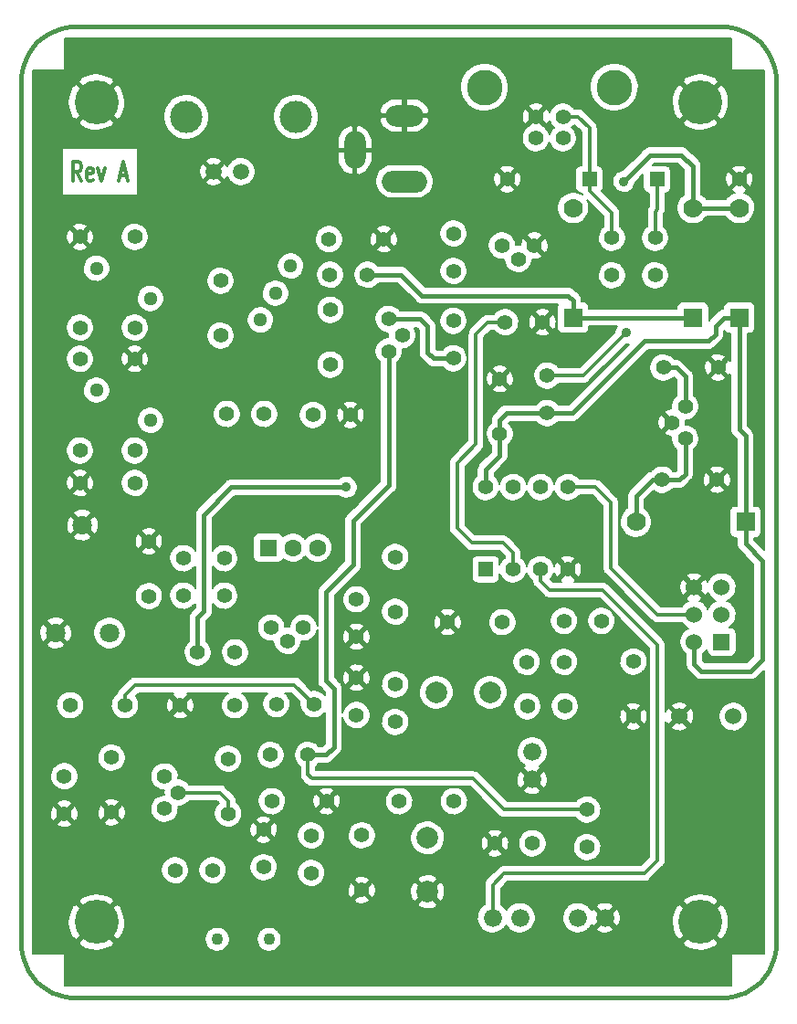
<source format=gtl>
G04 (created by PCBNEW-RS274X (2011-nov-30)-testing) date Thu 19 Apr 2012 12:12:55 AM PDT*
G01*
G70*
G90*
%MOIN*%
G04 Gerber Fmt 3.4, Leading zero omitted, Abs format*
%FSLAX34Y34*%
G04 APERTURE LIST*
%ADD10C,0.006000*%
%ADD11C,0.012000*%
%ADD12C,0.015000*%
%ADD13C,0.055000*%
%ADD14R,0.055000X0.055000*%
%ADD15C,0.070000*%
%ADD16R,0.070000X0.070000*%
%ADD17R,0.060000X0.060000*%
%ADD18C,0.060000*%
%ADD19C,0.118100*%
%ADD20C,0.059100*%
%ADD21C,0.051200*%
%ADD22C,0.055100*%
%ADD23C,0.063000*%
%ADD24R,0.063000X0.063000*%
%ADD25C,0.070900*%
%ADD26C,0.043300*%
%ADD27C,0.078700*%
%ADD28C,0.066000*%
%ADD29C,0.160000*%
%ADD30C,0.129900*%
%ADD31O,0.137800X0.078700*%
%ADD32O,0.165400X0.078700*%
%ADD33O,0.078700X0.137800*%
%ADD34C,0.035000*%
%ADD35C,0.016000*%
%ADD36C,0.007900*%
G04 APERTURE END LIST*
G54D10*
G54D11*
X21888Y-25325D02*
X21718Y-24988D01*
X21596Y-25325D02*
X21596Y-24616D01*
X21791Y-24616D01*
X21840Y-24650D01*
X21864Y-24684D01*
X21888Y-24752D01*
X21888Y-24853D01*
X21864Y-24920D01*
X21840Y-24954D01*
X21791Y-24988D01*
X21596Y-24988D01*
X22303Y-25292D02*
X22254Y-25325D01*
X22157Y-25325D01*
X22108Y-25292D01*
X22084Y-25224D01*
X22084Y-24954D01*
X22108Y-24887D01*
X22157Y-24853D01*
X22254Y-24853D01*
X22303Y-24887D01*
X22327Y-24954D01*
X22327Y-25022D01*
X22084Y-25089D01*
X22498Y-24853D02*
X22620Y-25325D01*
X22742Y-24853D01*
X23303Y-25123D02*
X23546Y-25123D01*
X23254Y-25325D02*
X23424Y-24616D01*
X23595Y-25325D01*
G54D12*
X45276Y-55118D02*
X45447Y-55110D01*
X45617Y-55088D01*
X45785Y-55050D01*
X45949Y-54999D01*
X46107Y-54933D01*
X46260Y-54854D01*
X46404Y-54762D01*
X46541Y-54657D01*
X46667Y-54541D01*
X46783Y-54415D01*
X46888Y-54278D01*
X46980Y-54133D01*
X47059Y-53981D01*
X47125Y-53823D01*
X47176Y-53659D01*
X47214Y-53491D01*
X47236Y-53321D01*
X47244Y-53150D01*
X19686Y-53150D02*
X19694Y-53321D01*
X19716Y-53491D01*
X19754Y-53659D01*
X19805Y-53823D01*
X19871Y-53981D01*
X19950Y-54133D01*
X20042Y-54278D01*
X20147Y-54415D01*
X20263Y-54541D01*
X20389Y-54657D01*
X20526Y-54762D01*
X20671Y-54854D01*
X20823Y-54933D01*
X20981Y-54999D01*
X21145Y-55050D01*
X21313Y-55088D01*
X21483Y-55110D01*
X21654Y-55118D01*
X21654Y-19685D02*
X21483Y-19693D01*
X21313Y-19715D01*
X21145Y-19753D01*
X20981Y-19804D01*
X20822Y-19870D01*
X20670Y-19949D01*
X20525Y-20042D01*
X20389Y-20146D01*
X20262Y-20262D01*
X20146Y-20389D01*
X20042Y-20525D01*
X19949Y-20670D01*
X19870Y-20822D01*
X19804Y-20981D01*
X19753Y-21145D01*
X19715Y-21313D01*
X19693Y-21483D01*
X19685Y-21654D01*
X47245Y-21654D02*
X47237Y-21483D01*
X47215Y-21313D01*
X47177Y-21145D01*
X47126Y-20981D01*
X47060Y-20822D01*
X46981Y-20670D01*
X46888Y-20525D01*
X46784Y-20389D01*
X46668Y-20262D01*
X46541Y-20146D01*
X46405Y-20042D01*
X46260Y-19949D01*
X46108Y-19870D01*
X45949Y-19804D01*
X45785Y-19753D01*
X45617Y-19715D01*
X45447Y-19693D01*
X45276Y-19685D01*
X21654Y-19685D02*
X45276Y-19685D01*
X47244Y-53150D02*
X47244Y-21654D01*
X21654Y-55118D02*
X45276Y-55118D01*
X19685Y-21654D02*
X19685Y-53150D01*
G54D13*
X37353Y-30473D03*
X38720Y-30473D03*
X35472Y-27236D03*
X35472Y-28603D03*
X35472Y-30425D03*
X35472Y-31792D03*
X31929Y-44812D03*
X31929Y-43445D03*
X29007Y-44409D03*
X30374Y-44409D03*
X31929Y-40582D03*
X31929Y-41949D03*
X33347Y-43693D03*
X33347Y-45060D03*
X25306Y-50472D03*
X26673Y-50472D03*
X40354Y-48259D03*
X40354Y-49626D03*
X32331Y-28741D03*
X30964Y-28741D03*
X26133Y-42520D03*
X27500Y-42520D03*
X27106Y-39086D03*
X27106Y-40453D03*
X30346Y-33858D03*
X31713Y-33858D03*
X27196Y-33819D03*
X28563Y-33819D03*
X30166Y-46260D03*
X28799Y-46260D03*
X21260Y-47039D03*
X21260Y-48406D03*
X30276Y-49204D03*
X30276Y-50571D03*
X38355Y-49488D03*
X36988Y-49488D03*
X40875Y-41378D03*
X39508Y-41378D03*
X38141Y-42874D03*
X39508Y-42874D03*
X39536Y-44488D03*
X38169Y-44488D03*
X41260Y-27393D03*
X41260Y-28760D03*
X42835Y-27393D03*
X42835Y-28760D03*
X28543Y-50363D03*
X28543Y-48996D03*
X38898Y-33788D03*
X38898Y-32421D03*
G54D14*
X36650Y-39492D03*
G54D13*
X37650Y-39492D03*
X38650Y-39492D03*
X39650Y-39492D03*
X39650Y-36492D03*
X38650Y-36492D03*
X37650Y-36492D03*
X36650Y-36492D03*
G54D15*
X42134Y-37756D03*
G54D16*
X46134Y-37756D03*
G54D15*
X45905Y-26306D03*
G54D16*
X45905Y-30306D03*
G54D15*
X44212Y-26306D03*
G54D16*
X44212Y-30306D03*
G54D15*
X39843Y-26307D03*
G54D16*
X39843Y-30307D03*
G54D14*
X40437Y-25256D03*
G54D13*
X37437Y-25256D03*
G54D14*
X42909Y-25256D03*
G54D13*
X45909Y-25256D03*
X23835Y-30669D03*
X21835Y-30669D03*
X43095Y-36220D03*
X45095Y-36220D03*
X43134Y-32126D03*
X45134Y-32126D03*
X37165Y-34543D03*
X37165Y-32543D03*
X37260Y-41417D03*
X35260Y-41417D03*
X33488Y-47953D03*
X35488Y-47953D03*
X32126Y-49197D03*
X32126Y-51197D03*
X42047Y-42858D03*
X42047Y-44858D03*
X27244Y-48402D03*
X27244Y-46402D03*
X22992Y-46362D03*
X22992Y-48362D03*
X33346Y-39039D03*
X33346Y-41039D03*
X21835Y-35157D03*
X23835Y-35157D03*
X28843Y-47953D03*
X30843Y-47953D03*
X23480Y-44449D03*
X21480Y-44449D03*
X30984Y-30024D03*
X30984Y-32024D03*
X23835Y-27362D03*
X21835Y-27362D03*
X21835Y-31811D03*
X23835Y-31811D03*
X23835Y-36339D03*
X21835Y-36339D03*
X26969Y-30961D03*
X26969Y-28961D03*
X30928Y-27442D03*
X32928Y-27442D03*
X24350Y-40469D03*
X24350Y-38469D03*
X27496Y-44449D03*
X25496Y-44449D03*
G54D17*
X45264Y-42142D03*
G54D18*
X44264Y-42142D03*
X45264Y-41142D03*
X44264Y-41142D03*
X45264Y-40142D03*
X44264Y-40142D03*
G54D19*
X25717Y-22980D03*
X29717Y-22980D03*
G54D20*
X27717Y-24980D03*
X26717Y-24980D03*
G54D21*
X22441Y-28504D03*
X24410Y-29606D03*
X24410Y-34055D03*
X22441Y-32953D03*
X29527Y-28425D03*
X28425Y-30394D03*
X28976Y-29410D03*
G54D22*
X43445Y-34134D03*
X43937Y-34725D03*
X43937Y-33543D03*
X37834Y-28170D03*
X38425Y-27678D03*
X37243Y-27678D03*
X25413Y-47638D03*
X24921Y-47047D03*
X24921Y-48229D03*
X33601Y-30946D03*
X33109Y-30355D03*
X33109Y-31537D03*
X29409Y-42106D03*
X30000Y-41614D03*
X28818Y-41614D03*
G54D23*
X29606Y-38701D03*
X30504Y-38701D03*
G54D24*
X28708Y-38701D03*
G54D25*
X20945Y-41812D03*
X22913Y-41812D03*
X21929Y-37874D03*
G54D26*
X28740Y-52992D03*
X26850Y-52992D03*
G54D27*
X36811Y-43976D03*
X34843Y-43976D03*
X34528Y-51260D03*
X34528Y-49292D03*
G54D28*
X36902Y-52205D03*
X37902Y-52205D03*
X38346Y-47154D03*
X38346Y-46154D03*
X40012Y-52205D03*
X41012Y-52205D03*
G54D18*
X43721Y-44862D03*
X45689Y-44862D03*
G54D29*
X22441Y-22441D03*
X44488Y-22441D03*
X44488Y-52362D03*
X22441Y-52362D03*
G54D13*
X25610Y-39086D03*
X25610Y-40453D03*
G54D22*
X38484Y-23760D03*
X39468Y-23760D03*
X39468Y-22973D03*
X38484Y-22973D03*
G54D30*
X41346Y-21902D03*
X36606Y-21902D03*
G54D31*
X33681Y-22933D03*
G54D32*
X33681Y-25335D03*
G54D33*
X31870Y-24193D03*
G54D34*
X31555Y-36496D03*
X41772Y-30866D03*
X41693Y-25335D03*
G54D35*
X43937Y-32460D02*
X43603Y-32126D01*
X43603Y-32126D02*
X43134Y-32126D01*
X43937Y-33543D02*
X43937Y-32460D01*
X27362Y-36496D02*
X31555Y-36496D01*
X26133Y-42520D02*
X26133Y-41249D01*
X45039Y-30905D02*
X45039Y-30611D01*
X34528Y-30631D02*
X34528Y-31575D01*
X26133Y-41249D02*
X26358Y-41024D01*
X26358Y-41024D02*
X26358Y-37500D01*
X44783Y-31161D02*
X45039Y-30905D01*
X26358Y-37500D02*
X27362Y-36496D01*
X38898Y-33788D02*
X39814Y-33788D01*
X37165Y-34543D02*
X37165Y-34036D01*
X45344Y-30306D02*
X45905Y-30306D01*
X37413Y-33788D02*
X38898Y-33788D01*
X46319Y-43209D02*
X44528Y-43209D01*
X34252Y-30355D02*
X34528Y-30631D01*
X42441Y-31161D02*
X44783Y-31161D01*
X34745Y-31792D02*
X35472Y-31792D01*
X46134Y-38556D02*
X46752Y-39174D01*
X45905Y-30306D02*
X45905Y-34390D01*
X46752Y-42776D02*
X46319Y-43209D01*
X33109Y-30355D02*
X34252Y-30355D01*
X44264Y-42945D02*
X44264Y-42142D01*
X34528Y-31575D02*
X34745Y-31792D01*
X45905Y-34390D02*
X46134Y-34619D01*
X44528Y-43209D02*
X44264Y-42945D01*
X37165Y-34036D02*
X37413Y-33788D01*
X36650Y-36492D02*
X36650Y-35850D01*
X46752Y-39174D02*
X46752Y-42776D01*
X36650Y-35850D02*
X37165Y-35335D01*
X46134Y-37756D02*
X46134Y-38556D01*
X45039Y-30611D02*
X45344Y-30306D01*
X37165Y-35335D02*
X37165Y-34543D01*
X46134Y-34619D02*
X46134Y-37756D01*
X39814Y-33788D02*
X42441Y-31161D01*
G54D11*
X37650Y-38891D02*
X37650Y-39492D01*
X35610Y-37992D02*
X36142Y-38524D01*
X36732Y-30473D02*
X36299Y-30906D01*
X36299Y-30906D02*
X36299Y-34921D01*
X37283Y-38524D02*
X37650Y-38891D01*
X36299Y-34921D02*
X35610Y-35610D01*
X37353Y-30473D02*
X36732Y-30473D01*
X35610Y-35610D02*
X35610Y-37992D01*
X36142Y-38524D02*
X37283Y-38524D01*
X40666Y-36492D02*
X41220Y-37046D01*
X39650Y-36492D02*
X40666Y-36492D01*
X41220Y-39448D02*
X42914Y-41142D01*
X41220Y-37046D02*
X41220Y-39448D01*
X42914Y-41142D02*
X44264Y-41142D01*
X26949Y-47638D02*
X27244Y-47933D01*
X27244Y-47933D02*
X27244Y-48402D01*
X25413Y-47638D02*
X26949Y-47638D01*
X38898Y-32421D02*
X40217Y-32421D01*
X42909Y-25256D02*
X42909Y-26363D01*
X42909Y-26363D02*
X42835Y-26437D01*
X42835Y-26437D02*
X42835Y-27393D01*
X40217Y-32421D02*
X41772Y-30866D01*
X42440Y-50591D02*
X37322Y-50591D01*
X38996Y-40256D02*
X40925Y-40256D01*
X42913Y-50118D02*
X42440Y-50591D01*
X37322Y-50591D02*
X36902Y-51011D01*
X38650Y-39910D02*
X38996Y-40256D01*
X40925Y-40256D02*
X42913Y-42244D01*
X38650Y-39492D02*
X38650Y-39910D01*
X36902Y-51011D02*
X36902Y-52205D01*
X42913Y-42244D02*
X42913Y-50118D01*
G54D35*
X42658Y-24370D02*
X41693Y-25335D01*
X43799Y-24370D02*
X42658Y-24370D01*
X44212Y-24783D02*
X43799Y-24370D01*
X45905Y-26306D02*
X44212Y-26306D01*
X44212Y-26306D02*
X44212Y-24783D01*
G54D11*
X40020Y-22973D02*
X40437Y-23390D01*
X40437Y-25674D02*
X41260Y-26497D01*
X39468Y-22973D02*
X40020Y-22973D01*
X40437Y-23390D02*
X40437Y-25256D01*
X40437Y-25256D02*
X40437Y-25674D01*
X41260Y-26497D02*
X41260Y-27393D01*
G54D35*
X42737Y-36220D02*
X42134Y-36823D01*
X42134Y-36823D02*
X42134Y-37756D01*
X43721Y-36220D02*
X43095Y-36220D01*
X43095Y-36220D02*
X42737Y-36220D01*
X43937Y-34725D02*
X43937Y-36004D01*
X43937Y-36004D02*
X43721Y-36220D01*
G54D11*
X37333Y-48259D02*
X36200Y-47126D01*
X30315Y-47126D02*
X30166Y-46977D01*
G54D35*
X31102Y-45985D02*
X30827Y-46260D01*
X31811Y-39331D02*
X30827Y-40315D01*
X30827Y-40315D02*
X30827Y-43563D01*
X33109Y-36419D02*
X31811Y-37717D01*
X33109Y-31537D02*
X33109Y-36419D01*
G54D11*
X30166Y-46977D02*
X30166Y-46260D01*
G54D35*
X31102Y-43838D02*
X31102Y-45985D01*
X31811Y-37717D02*
X31811Y-39331D01*
G54D11*
X36200Y-47126D02*
X30315Y-47126D01*
G54D35*
X30827Y-46260D02*
X30166Y-46260D01*
X30827Y-43563D02*
X31102Y-43838D01*
G54D11*
X40354Y-48259D02*
X37333Y-48259D01*
X23480Y-44079D02*
X23858Y-43701D01*
X29666Y-43701D02*
X30374Y-44409D01*
X23858Y-43701D02*
X29666Y-43701D01*
X23480Y-44449D02*
X23480Y-44079D01*
G54D35*
X32331Y-28741D02*
X33564Y-28741D01*
X39843Y-29685D02*
X39843Y-30307D01*
X39666Y-29508D02*
X39843Y-29685D01*
X34331Y-29508D02*
X39666Y-29508D01*
X33564Y-28741D02*
X34331Y-29508D01*
X44211Y-30307D02*
X44212Y-30306D01*
X39843Y-30307D02*
X44211Y-30307D01*
G54D10*
G36*
X46433Y-42643D02*
X46186Y-42890D01*
X44660Y-42890D01*
X44583Y-42812D01*
X44583Y-42576D01*
X44597Y-42568D01*
X44673Y-42495D01*
X44725Y-42421D01*
X44725Y-42465D01*
X44734Y-42511D01*
X44752Y-42554D01*
X44778Y-42593D01*
X44811Y-42627D01*
X44849Y-42653D01*
X44893Y-42671D01*
X44938Y-42681D01*
X44985Y-42681D01*
X45587Y-42681D01*
X45633Y-42672D01*
X45676Y-42654D01*
X45715Y-42628D01*
X45749Y-42595D01*
X45775Y-42557D01*
X45793Y-42513D01*
X45803Y-42468D01*
X45803Y-42421D01*
X45803Y-41819D01*
X45794Y-41773D01*
X45776Y-41730D01*
X45750Y-41691D01*
X45717Y-41657D01*
X45679Y-41631D01*
X45635Y-41613D01*
X45590Y-41603D01*
X45543Y-41603D01*
X45541Y-41603D01*
X45597Y-41568D01*
X45673Y-41495D01*
X45734Y-41409D01*
X45777Y-41312D01*
X45800Y-41210D01*
X45802Y-41089D01*
X45781Y-40986D01*
X45741Y-40888D01*
X45683Y-40800D01*
X45608Y-40725D01*
X45521Y-40666D01*
X45463Y-40641D01*
X45508Y-40624D01*
X45597Y-40568D01*
X45673Y-40495D01*
X45734Y-40409D01*
X45777Y-40312D01*
X45800Y-40210D01*
X45802Y-40089D01*
X45781Y-39986D01*
X45741Y-39888D01*
X45683Y-39800D01*
X45608Y-39725D01*
X45521Y-39666D01*
X45424Y-39625D01*
X45373Y-39614D01*
X45373Y-36583D01*
X45095Y-36305D01*
X45010Y-36390D01*
X45010Y-36220D01*
X44732Y-35942D01*
X44646Y-35968D01*
X44605Y-36059D01*
X44583Y-36158D01*
X44580Y-36258D01*
X44597Y-36357D01*
X44633Y-36451D01*
X44646Y-36472D01*
X44732Y-36498D01*
X45010Y-36220D01*
X45010Y-36390D01*
X44817Y-36583D01*
X44843Y-36669D01*
X44934Y-36710D01*
X45033Y-36732D01*
X45133Y-36735D01*
X45232Y-36718D01*
X45326Y-36682D01*
X45347Y-36669D01*
X45373Y-36583D01*
X45373Y-39614D01*
X45320Y-39604D01*
X45215Y-39604D01*
X45111Y-39623D01*
X45013Y-39663D01*
X44925Y-39721D01*
X44850Y-39795D01*
X44790Y-39882D01*
X44763Y-39944D01*
X44748Y-39903D01*
X44734Y-39875D01*
X44644Y-39846D01*
X44560Y-39930D01*
X44560Y-39762D01*
X44531Y-39672D01*
X44451Y-39637D01*
X44451Y-34675D01*
X44431Y-34576D01*
X44393Y-34483D01*
X44337Y-34399D01*
X44266Y-34327D01*
X44183Y-34271D01*
X44090Y-34232D01*
X43991Y-34211D01*
X43953Y-34211D01*
X43957Y-34196D01*
X43960Y-34096D01*
X43953Y-34057D01*
X43976Y-34058D01*
X44075Y-34041D01*
X44169Y-34004D01*
X44255Y-33950D01*
X44328Y-33881D01*
X44386Y-33798D01*
X44427Y-33706D01*
X44449Y-33608D01*
X44451Y-33493D01*
X44431Y-33394D01*
X44393Y-33301D01*
X44337Y-33217D01*
X44266Y-33145D01*
X44256Y-33138D01*
X44256Y-32463D01*
X44256Y-32460D01*
X44250Y-32401D01*
X44250Y-32398D01*
X44233Y-32342D01*
X44232Y-32338D01*
X44204Y-32286D01*
X44203Y-32283D01*
X44172Y-32245D01*
X44165Y-32237D01*
X44163Y-32235D01*
X44162Y-32234D01*
X43831Y-31903D01*
X43829Y-31900D01*
X43793Y-31871D01*
X43783Y-31863D01*
X43781Y-31862D01*
X43780Y-31861D01*
X43747Y-31843D01*
X43729Y-31833D01*
X43728Y-31832D01*
X43725Y-31831D01*
X43669Y-31814D01*
X43666Y-31813D01*
X43625Y-31809D01*
X43607Y-31807D01*
X43604Y-31807D01*
X43603Y-31807D01*
X43538Y-31807D01*
X43534Y-31800D01*
X43463Y-31728D01*
X43380Y-31672D01*
X43287Y-31633D01*
X43188Y-31612D01*
X43088Y-31612D01*
X42989Y-31630D01*
X42895Y-31668D01*
X42811Y-31723D01*
X42739Y-31794D01*
X42682Y-31877D01*
X42642Y-31969D01*
X42621Y-32068D01*
X42619Y-32169D01*
X42637Y-32268D01*
X42675Y-32362D01*
X42729Y-32446D01*
X42799Y-32519D01*
X42882Y-32577D01*
X42974Y-32617D01*
X43072Y-32639D01*
X43173Y-32641D01*
X43272Y-32624D01*
X43366Y-32587D01*
X43452Y-32533D01*
X43506Y-32481D01*
X43618Y-32592D01*
X43618Y-33137D01*
X43614Y-33140D01*
X43542Y-33211D01*
X43485Y-33294D01*
X43445Y-33386D01*
X43424Y-33485D01*
X43422Y-33586D01*
X43428Y-33619D01*
X43407Y-33619D01*
X43308Y-33636D01*
X43214Y-33672D01*
X43193Y-33685D01*
X43167Y-33771D01*
X43417Y-34021D01*
X43445Y-34049D01*
X43530Y-34134D01*
X43445Y-34219D01*
X43417Y-34247D01*
X43360Y-34304D01*
X43360Y-34134D01*
X43082Y-33856D01*
X42996Y-33882D01*
X42955Y-33973D01*
X42933Y-34072D01*
X42930Y-34172D01*
X42947Y-34271D01*
X42983Y-34365D01*
X42996Y-34386D01*
X43082Y-34412D01*
X43360Y-34134D01*
X43360Y-34304D01*
X43167Y-34497D01*
X43193Y-34583D01*
X43284Y-34624D01*
X43383Y-34646D01*
X43428Y-34647D01*
X43424Y-34667D01*
X43422Y-34768D01*
X43440Y-34867D01*
X43478Y-34961D01*
X43532Y-35045D01*
X43602Y-35118D01*
X43618Y-35129D01*
X43618Y-35871D01*
X43588Y-35901D01*
X43499Y-35901D01*
X43495Y-35894D01*
X43424Y-35822D01*
X43341Y-35766D01*
X43248Y-35727D01*
X43149Y-35706D01*
X43049Y-35706D01*
X42950Y-35724D01*
X42856Y-35762D01*
X42772Y-35817D01*
X42700Y-35888D01*
X42687Y-35905D01*
X42675Y-35907D01*
X42624Y-35922D01*
X42618Y-35924D01*
X42617Y-35924D01*
X42615Y-35925D01*
X42560Y-35954D01*
X42522Y-35984D01*
X42514Y-35992D01*
X42512Y-35994D01*
X42511Y-35995D01*
X41908Y-36597D01*
X41879Y-36632D01*
X41871Y-36643D01*
X41870Y-36644D01*
X41869Y-36646D01*
X41851Y-36679D01*
X41841Y-36697D01*
X41840Y-36697D01*
X41839Y-36701D01*
X41821Y-36760D01*
X41817Y-36801D01*
X41815Y-36819D01*
X41815Y-36822D01*
X41815Y-36823D01*
X41815Y-37262D01*
X41764Y-37296D01*
X41681Y-37376D01*
X41616Y-37472D01*
X41571Y-37578D01*
X41547Y-37690D01*
X41545Y-37806D01*
X41566Y-37919D01*
X41609Y-38026D01*
X41671Y-38123D01*
X41751Y-38206D01*
X41846Y-38272D01*
X41952Y-38318D01*
X42064Y-38343D01*
X42180Y-38345D01*
X42293Y-38325D01*
X42401Y-38283D01*
X42498Y-38221D01*
X42581Y-38142D01*
X42648Y-38048D01*
X42695Y-37942D01*
X42720Y-37830D01*
X42722Y-37698D01*
X42700Y-37585D01*
X42656Y-37478D01*
X42592Y-37382D01*
X42510Y-37301D01*
X42453Y-37262D01*
X42453Y-36955D01*
X42780Y-36627D01*
X42843Y-36671D01*
X42935Y-36711D01*
X43033Y-36733D01*
X43134Y-36735D01*
X43233Y-36718D01*
X43327Y-36681D01*
X43413Y-36627D01*
X43486Y-36558D01*
X43499Y-36539D01*
X43717Y-36539D01*
X43721Y-36539D01*
X43780Y-36533D01*
X43783Y-36533D01*
X43839Y-36516D01*
X43843Y-36515D01*
X43895Y-36487D01*
X43898Y-36486D01*
X43935Y-36455D01*
X43944Y-36448D01*
X43946Y-36446D01*
X43947Y-36446D01*
X44160Y-36232D01*
X44162Y-36230D01*
X44200Y-36184D01*
X44202Y-36182D01*
X44230Y-36130D01*
X44232Y-36127D01*
X44249Y-36070D01*
X44250Y-36067D01*
X44253Y-36026D01*
X44256Y-36008D01*
X44256Y-36005D01*
X44256Y-36004D01*
X44256Y-35131D01*
X44328Y-35063D01*
X44386Y-34980D01*
X44427Y-34888D01*
X44449Y-34790D01*
X44451Y-34675D01*
X44451Y-39637D01*
X44435Y-39630D01*
X44333Y-39607D01*
X44227Y-39603D01*
X44123Y-39621D01*
X44025Y-39658D01*
X43997Y-39672D01*
X43968Y-39762D01*
X44264Y-40057D01*
X44560Y-39762D01*
X44560Y-39930D01*
X44349Y-40142D01*
X44644Y-40438D01*
X44734Y-40409D01*
X44763Y-40340D01*
X44783Y-40389D01*
X44840Y-40478D01*
X44914Y-40554D01*
X45000Y-40614D01*
X45064Y-40641D01*
X45013Y-40663D01*
X44925Y-40721D01*
X44850Y-40795D01*
X44790Y-40882D01*
X44763Y-40943D01*
X44741Y-40888D01*
X44683Y-40800D01*
X44608Y-40725D01*
X44521Y-40666D01*
X44462Y-40641D01*
X44503Y-40626D01*
X44531Y-40612D01*
X44560Y-40522D01*
X44264Y-40227D01*
X44179Y-40311D01*
X44179Y-40142D01*
X43884Y-39846D01*
X43794Y-39875D01*
X43752Y-39971D01*
X43729Y-40073D01*
X43725Y-40179D01*
X43743Y-40283D01*
X43780Y-40381D01*
X43794Y-40409D01*
X43884Y-40438D01*
X44179Y-40142D01*
X44179Y-40311D01*
X43968Y-40522D01*
X43997Y-40612D01*
X44065Y-40641D01*
X44013Y-40663D01*
X43925Y-40721D01*
X43850Y-40795D01*
X43816Y-40843D01*
X43037Y-40843D01*
X41519Y-39324D01*
X41519Y-37049D01*
X41519Y-37046D01*
X41517Y-37031D01*
X41514Y-36991D01*
X41513Y-36988D01*
X41498Y-36935D01*
X41496Y-36932D01*
X41473Y-36889D01*
X41470Y-36883D01*
X41469Y-36881D01*
X41448Y-36855D01*
X41434Y-36837D01*
X41432Y-36835D01*
X41431Y-36834D01*
X40883Y-36287D01*
X40880Y-36283D01*
X40877Y-36281D01*
X40835Y-36245D01*
X40784Y-36217D01*
X40781Y-36216D01*
X40728Y-36200D01*
X40725Y-36199D01*
X40688Y-36195D01*
X40670Y-36193D01*
X40667Y-36193D01*
X40666Y-36193D01*
X40068Y-36193D01*
X40050Y-36166D01*
X39979Y-36094D01*
X39896Y-36038D01*
X39803Y-35999D01*
X39704Y-35978D01*
X39604Y-35978D01*
X39505Y-35996D01*
X39411Y-36034D01*
X39327Y-36089D01*
X39255Y-36160D01*
X39198Y-36243D01*
X39158Y-36335D01*
X39150Y-36372D01*
X39144Y-36343D01*
X39106Y-36250D01*
X39050Y-36166D01*
X38979Y-36094D01*
X38896Y-36038D01*
X38803Y-35999D01*
X38704Y-35978D01*
X38604Y-35978D01*
X38505Y-35996D01*
X38411Y-36034D01*
X38327Y-36089D01*
X38255Y-36160D01*
X38198Y-36243D01*
X38158Y-36335D01*
X38150Y-36372D01*
X38144Y-36343D01*
X38106Y-36250D01*
X38050Y-36166D01*
X37979Y-36094D01*
X37896Y-36038D01*
X37803Y-35999D01*
X37704Y-35978D01*
X37604Y-35978D01*
X37505Y-35996D01*
X37411Y-36034D01*
X37327Y-36089D01*
X37255Y-36160D01*
X37198Y-36243D01*
X37158Y-36335D01*
X37150Y-36372D01*
X37144Y-36343D01*
X37106Y-36250D01*
X37050Y-36166D01*
X36979Y-36094D01*
X36969Y-36087D01*
X36969Y-35982D01*
X37388Y-35563D01*
X37390Y-35561D01*
X37428Y-35515D01*
X37430Y-35513D01*
X37458Y-35461D01*
X37460Y-35458D01*
X37477Y-35401D01*
X37478Y-35398D01*
X37481Y-35357D01*
X37484Y-35339D01*
X37484Y-35336D01*
X37484Y-35335D01*
X37484Y-34949D01*
X37556Y-34881D01*
X37614Y-34798D01*
X37655Y-34706D01*
X37677Y-34608D01*
X37679Y-34493D01*
X37659Y-34394D01*
X37621Y-34301D01*
X37565Y-34217D01*
X37500Y-34151D01*
X37545Y-34107D01*
X38492Y-34107D01*
X38493Y-34108D01*
X38563Y-34181D01*
X38646Y-34239D01*
X38738Y-34279D01*
X38836Y-34301D01*
X38937Y-34303D01*
X39036Y-34286D01*
X39130Y-34249D01*
X39216Y-34195D01*
X39289Y-34126D01*
X39302Y-34107D01*
X39810Y-34107D01*
X39814Y-34107D01*
X39873Y-34101D01*
X39876Y-34101D01*
X39932Y-34084D01*
X39936Y-34083D01*
X39988Y-34055D01*
X39991Y-34054D01*
X40028Y-34023D01*
X40037Y-34016D01*
X40039Y-34014D01*
X40040Y-34014D01*
X42573Y-31480D01*
X44779Y-31480D01*
X44783Y-31480D01*
X44842Y-31474D01*
X44845Y-31474D01*
X44901Y-31457D01*
X44905Y-31456D01*
X44957Y-31428D01*
X44960Y-31427D01*
X44997Y-31396D01*
X45006Y-31389D01*
X45008Y-31387D01*
X45009Y-31387D01*
X45262Y-31133D01*
X45265Y-31131D01*
X45302Y-31085D01*
X45304Y-31083D01*
X45328Y-31038D01*
X45332Y-31031D01*
X45332Y-31030D01*
X45334Y-31027D01*
X45351Y-30971D01*
X45352Y-30968D01*
X45355Y-30927D01*
X45358Y-30909D01*
X45358Y-30906D01*
X45358Y-30905D01*
X45358Y-30790D01*
X45369Y-30807D01*
X45402Y-30841D01*
X45440Y-30867D01*
X45484Y-30885D01*
X45529Y-30895D01*
X45576Y-30895D01*
X45586Y-30895D01*
X45586Y-31878D01*
X45583Y-31874D01*
X45497Y-31848D01*
X45412Y-31933D01*
X45412Y-31763D01*
X45386Y-31677D01*
X45295Y-31636D01*
X45196Y-31614D01*
X45096Y-31611D01*
X44997Y-31628D01*
X44903Y-31664D01*
X44882Y-31677D01*
X44856Y-31763D01*
X45134Y-32041D01*
X45412Y-31763D01*
X45412Y-31933D01*
X45219Y-32126D01*
X45497Y-32404D01*
X45583Y-32378D01*
X45586Y-32371D01*
X45586Y-34386D01*
X45586Y-34390D01*
X45592Y-34452D01*
X45609Y-34508D01*
X45610Y-34512D01*
X45639Y-34567D01*
X45669Y-34604D01*
X45677Y-34613D01*
X45679Y-34616D01*
X45815Y-34751D01*
X45815Y-37167D01*
X45761Y-37167D01*
X45715Y-37176D01*
X45672Y-37194D01*
X45633Y-37220D01*
X45610Y-37242D01*
X45610Y-36182D01*
X45593Y-36083D01*
X45557Y-35989D01*
X45544Y-35968D01*
X45458Y-35942D01*
X45412Y-35988D01*
X45412Y-32489D01*
X45134Y-32211D01*
X45049Y-32296D01*
X45049Y-32126D01*
X44771Y-31848D01*
X44685Y-31874D01*
X44644Y-31965D01*
X44622Y-32064D01*
X44619Y-32164D01*
X44636Y-32263D01*
X44672Y-32357D01*
X44685Y-32378D01*
X44771Y-32404D01*
X45049Y-32126D01*
X45049Y-32296D01*
X44856Y-32489D01*
X44882Y-32575D01*
X44973Y-32616D01*
X45072Y-32638D01*
X45172Y-32641D01*
X45271Y-32624D01*
X45365Y-32588D01*
X45386Y-32575D01*
X45412Y-32489D01*
X45412Y-35988D01*
X45373Y-36027D01*
X45373Y-35857D01*
X45347Y-35771D01*
X45256Y-35730D01*
X45157Y-35708D01*
X45057Y-35705D01*
X44958Y-35722D01*
X44864Y-35758D01*
X44843Y-35771D01*
X44817Y-35857D01*
X45095Y-36135D01*
X45373Y-35857D01*
X45373Y-36027D01*
X45180Y-36220D01*
X45458Y-36498D01*
X45544Y-36472D01*
X45585Y-36381D01*
X45607Y-36282D01*
X45610Y-36182D01*
X45610Y-37242D01*
X45599Y-37253D01*
X45573Y-37291D01*
X45555Y-37335D01*
X45545Y-37380D01*
X45545Y-37427D01*
X45545Y-38129D01*
X45554Y-38175D01*
X45572Y-38218D01*
X45598Y-38257D01*
X45631Y-38291D01*
X45669Y-38317D01*
X45713Y-38335D01*
X45758Y-38345D01*
X45805Y-38345D01*
X45815Y-38345D01*
X45815Y-38552D01*
X45815Y-38556D01*
X45821Y-38618D01*
X45838Y-38674D01*
X45839Y-38678D01*
X45868Y-38733D01*
X45898Y-38770D01*
X45906Y-38779D01*
X45908Y-38782D01*
X46433Y-39306D01*
X46433Y-42643D01*
X46433Y-42643D01*
G37*
G54D36*
X46433Y-42643D02*
X46186Y-42890D01*
X44660Y-42890D01*
X44583Y-42812D01*
X44583Y-42576D01*
X44597Y-42568D01*
X44673Y-42495D01*
X44725Y-42421D01*
X44725Y-42465D01*
X44734Y-42511D01*
X44752Y-42554D01*
X44778Y-42593D01*
X44811Y-42627D01*
X44849Y-42653D01*
X44893Y-42671D01*
X44938Y-42681D01*
X44985Y-42681D01*
X45587Y-42681D01*
X45633Y-42672D01*
X45676Y-42654D01*
X45715Y-42628D01*
X45749Y-42595D01*
X45775Y-42557D01*
X45793Y-42513D01*
X45803Y-42468D01*
X45803Y-42421D01*
X45803Y-41819D01*
X45794Y-41773D01*
X45776Y-41730D01*
X45750Y-41691D01*
X45717Y-41657D01*
X45679Y-41631D01*
X45635Y-41613D01*
X45590Y-41603D01*
X45543Y-41603D01*
X45541Y-41603D01*
X45597Y-41568D01*
X45673Y-41495D01*
X45734Y-41409D01*
X45777Y-41312D01*
X45800Y-41210D01*
X45802Y-41089D01*
X45781Y-40986D01*
X45741Y-40888D01*
X45683Y-40800D01*
X45608Y-40725D01*
X45521Y-40666D01*
X45463Y-40641D01*
X45508Y-40624D01*
X45597Y-40568D01*
X45673Y-40495D01*
X45734Y-40409D01*
X45777Y-40312D01*
X45800Y-40210D01*
X45802Y-40089D01*
X45781Y-39986D01*
X45741Y-39888D01*
X45683Y-39800D01*
X45608Y-39725D01*
X45521Y-39666D01*
X45424Y-39625D01*
X45373Y-39614D01*
X45373Y-36583D01*
X45095Y-36305D01*
X45010Y-36390D01*
X45010Y-36220D01*
X44732Y-35942D01*
X44646Y-35968D01*
X44605Y-36059D01*
X44583Y-36158D01*
X44580Y-36258D01*
X44597Y-36357D01*
X44633Y-36451D01*
X44646Y-36472D01*
X44732Y-36498D01*
X45010Y-36220D01*
X45010Y-36390D01*
X44817Y-36583D01*
X44843Y-36669D01*
X44934Y-36710D01*
X45033Y-36732D01*
X45133Y-36735D01*
X45232Y-36718D01*
X45326Y-36682D01*
X45347Y-36669D01*
X45373Y-36583D01*
X45373Y-39614D01*
X45320Y-39604D01*
X45215Y-39604D01*
X45111Y-39623D01*
X45013Y-39663D01*
X44925Y-39721D01*
X44850Y-39795D01*
X44790Y-39882D01*
X44763Y-39944D01*
X44748Y-39903D01*
X44734Y-39875D01*
X44644Y-39846D01*
X44560Y-39930D01*
X44560Y-39762D01*
X44531Y-39672D01*
X44451Y-39637D01*
X44451Y-34675D01*
X44431Y-34576D01*
X44393Y-34483D01*
X44337Y-34399D01*
X44266Y-34327D01*
X44183Y-34271D01*
X44090Y-34232D01*
X43991Y-34211D01*
X43953Y-34211D01*
X43957Y-34196D01*
X43960Y-34096D01*
X43953Y-34057D01*
X43976Y-34058D01*
X44075Y-34041D01*
X44169Y-34004D01*
X44255Y-33950D01*
X44328Y-33881D01*
X44386Y-33798D01*
X44427Y-33706D01*
X44449Y-33608D01*
X44451Y-33493D01*
X44431Y-33394D01*
X44393Y-33301D01*
X44337Y-33217D01*
X44266Y-33145D01*
X44256Y-33138D01*
X44256Y-32463D01*
X44256Y-32460D01*
X44250Y-32401D01*
X44250Y-32398D01*
X44233Y-32342D01*
X44232Y-32338D01*
X44204Y-32286D01*
X44203Y-32283D01*
X44172Y-32245D01*
X44165Y-32237D01*
X44163Y-32235D01*
X44162Y-32234D01*
X43831Y-31903D01*
X43829Y-31900D01*
X43793Y-31871D01*
X43783Y-31863D01*
X43781Y-31862D01*
X43780Y-31861D01*
X43747Y-31843D01*
X43729Y-31833D01*
X43728Y-31832D01*
X43725Y-31831D01*
X43669Y-31814D01*
X43666Y-31813D01*
X43625Y-31809D01*
X43607Y-31807D01*
X43604Y-31807D01*
X43603Y-31807D01*
X43538Y-31807D01*
X43534Y-31800D01*
X43463Y-31728D01*
X43380Y-31672D01*
X43287Y-31633D01*
X43188Y-31612D01*
X43088Y-31612D01*
X42989Y-31630D01*
X42895Y-31668D01*
X42811Y-31723D01*
X42739Y-31794D01*
X42682Y-31877D01*
X42642Y-31969D01*
X42621Y-32068D01*
X42619Y-32169D01*
X42637Y-32268D01*
X42675Y-32362D01*
X42729Y-32446D01*
X42799Y-32519D01*
X42882Y-32577D01*
X42974Y-32617D01*
X43072Y-32639D01*
X43173Y-32641D01*
X43272Y-32624D01*
X43366Y-32587D01*
X43452Y-32533D01*
X43506Y-32481D01*
X43618Y-32592D01*
X43618Y-33137D01*
X43614Y-33140D01*
X43542Y-33211D01*
X43485Y-33294D01*
X43445Y-33386D01*
X43424Y-33485D01*
X43422Y-33586D01*
X43428Y-33619D01*
X43407Y-33619D01*
X43308Y-33636D01*
X43214Y-33672D01*
X43193Y-33685D01*
X43167Y-33771D01*
X43417Y-34021D01*
X43445Y-34049D01*
X43530Y-34134D01*
X43445Y-34219D01*
X43417Y-34247D01*
X43360Y-34304D01*
X43360Y-34134D01*
X43082Y-33856D01*
X42996Y-33882D01*
X42955Y-33973D01*
X42933Y-34072D01*
X42930Y-34172D01*
X42947Y-34271D01*
X42983Y-34365D01*
X42996Y-34386D01*
X43082Y-34412D01*
X43360Y-34134D01*
X43360Y-34304D01*
X43167Y-34497D01*
X43193Y-34583D01*
X43284Y-34624D01*
X43383Y-34646D01*
X43428Y-34647D01*
X43424Y-34667D01*
X43422Y-34768D01*
X43440Y-34867D01*
X43478Y-34961D01*
X43532Y-35045D01*
X43602Y-35118D01*
X43618Y-35129D01*
X43618Y-35871D01*
X43588Y-35901D01*
X43499Y-35901D01*
X43495Y-35894D01*
X43424Y-35822D01*
X43341Y-35766D01*
X43248Y-35727D01*
X43149Y-35706D01*
X43049Y-35706D01*
X42950Y-35724D01*
X42856Y-35762D01*
X42772Y-35817D01*
X42700Y-35888D01*
X42687Y-35905D01*
X42675Y-35907D01*
X42624Y-35922D01*
X42618Y-35924D01*
X42617Y-35924D01*
X42615Y-35925D01*
X42560Y-35954D01*
X42522Y-35984D01*
X42514Y-35992D01*
X42512Y-35994D01*
X42511Y-35995D01*
X41908Y-36597D01*
X41879Y-36632D01*
X41871Y-36643D01*
X41870Y-36644D01*
X41869Y-36646D01*
X41851Y-36679D01*
X41841Y-36697D01*
X41840Y-36697D01*
X41839Y-36701D01*
X41821Y-36760D01*
X41817Y-36801D01*
X41815Y-36819D01*
X41815Y-36822D01*
X41815Y-36823D01*
X41815Y-37262D01*
X41764Y-37296D01*
X41681Y-37376D01*
X41616Y-37472D01*
X41571Y-37578D01*
X41547Y-37690D01*
X41545Y-37806D01*
X41566Y-37919D01*
X41609Y-38026D01*
X41671Y-38123D01*
X41751Y-38206D01*
X41846Y-38272D01*
X41952Y-38318D01*
X42064Y-38343D01*
X42180Y-38345D01*
X42293Y-38325D01*
X42401Y-38283D01*
X42498Y-38221D01*
X42581Y-38142D01*
X42648Y-38048D01*
X42695Y-37942D01*
X42720Y-37830D01*
X42722Y-37698D01*
X42700Y-37585D01*
X42656Y-37478D01*
X42592Y-37382D01*
X42510Y-37301D01*
X42453Y-37262D01*
X42453Y-36955D01*
X42780Y-36627D01*
X42843Y-36671D01*
X42935Y-36711D01*
X43033Y-36733D01*
X43134Y-36735D01*
X43233Y-36718D01*
X43327Y-36681D01*
X43413Y-36627D01*
X43486Y-36558D01*
X43499Y-36539D01*
X43717Y-36539D01*
X43721Y-36539D01*
X43780Y-36533D01*
X43783Y-36533D01*
X43839Y-36516D01*
X43843Y-36515D01*
X43895Y-36487D01*
X43898Y-36486D01*
X43935Y-36455D01*
X43944Y-36448D01*
X43946Y-36446D01*
X43947Y-36446D01*
X44160Y-36232D01*
X44162Y-36230D01*
X44200Y-36184D01*
X44202Y-36182D01*
X44230Y-36130D01*
X44232Y-36127D01*
X44249Y-36070D01*
X44250Y-36067D01*
X44253Y-36026D01*
X44256Y-36008D01*
X44256Y-36005D01*
X44256Y-36004D01*
X44256Y-35131D01*
X44328Y-35063D01*
X44386Y-34980D01*
X44427Y-34888D01*
X44449Y-34790D01*
X44451Y-34675D01*
X44451Y-39637D01*
X44435Y-39630D01*
X44333Y-39607D01*
X44227Y-39603D01*
X44123Y-39621D01*
X44025Y-39658D01*
X43997Y-39672D01*
X43968Y-39762D01*
X44264Y-40057D01*
X44560Y-39762D01*
X44560Y-39930D01*
X44349Y-40142D01*
X44644Y-40438D01*
X44734Y-40409D01*
X44763Y-40340D01*
X44783Y-40389D01*
X44840Y-40478D01*
X44914Y-40554D01*
X45000Y-40614D01*
X45064Y-40641D01*
X45013Y-40663D01*
X44925Y-40721D01*
X44850Y-40795D01*
X44790Y-40882D01*
X44763Y-40943D01*
X44741Y-40888D01*
X44683Y-40800D01*
X44608Y-40725D01*
X44521Y-40666D01*
X44462Y-40641D01*
X44503Y-40626D01*
X44531Y-40612D01*
X44560Y-40522D01*
X44264Y-40227D01*
X44179Y-40311D01*
X44179Y-40142D01*
X43884Y-39846D01*
X43794Y-39875D01*
X43752Y-39971D01*
X43729Y-40073D01*
X43725Y-40179D01*
X43743Y-40283D01*
X43780Y-40381D01*
X43794Y-40409D01*
X43884Y-40438D01*
X44179Y-40142D01*
X44179Y-40311D01*
X43968Y-40522D01*
X43997Y-40612D01*
X44065Y-40641D01*
X44013Y-40663D01*
X43925Y-40721D01*
X43850Y-40795D01*
X43816Y-40843D01*
X43037Y-40843D01*
X41519Y-39324D01*
X41519Y-37049D01*
X41519Y-37046D01*
X41517Y-37031D01*
X41514Y-36991D01*
X41513Y-36988D01*
X41498Y-36935D01*
X41496Y-36932D01*
X41473Y-36889D01*
X41470Y-36883D01*
X41469Y-36881D01*
X41448Y-36855D01*
X41434Y-36837D01*
X41432Y-36835D01*
X41431Y-36834D01*
X40883Y-36287D01*
X40880Y-36283D01*
X40877Y-36281D01*
X40835Y-36245D01*
X40784Y-36217D01*
X40781Y-36216D01*
X40728Y-36200D01*
X40725Y-36199D01*
X40688Y-36195D01*
X40670Y-36193D01*
X40667Y-36193D01*
X40666Y-36193D01*
X40068Y-36193D01*
X40050Y-36166D01*
X39979Y-36094D01*
X39896Y-36038D01*
X39803Y-35999D01*
X39704Y-35978D01*
X39604Y-35978D01*
X39505Y-35996D01*
X39411Y-36034D01*
X39327Y-36089D01*
X39255Y-36160D01*
X39198Y-36243D01*
X39158Y-36335D01*
X39150Y-36372D01*
X39144Y-36343D01*
X39106Y-36250D01*
X39050Y-36166D01*
X38979Y-36094D01*
X38896Y-36038D01*
X38803Y-35999D01*
X38704Y-35978D01*
X38604Y-35978D01*
X38505Y-35996D01*
X38411Y-36034D01*
X38327Y-36089D01*
X38255Y-36160D01*
X38198Y-36243D01*
X38158Y-36335D01*
X38150Y-36372D01*
X38144Y-36343D01*
X38106Y-36250D01*
X38050Y-36166D01*
X37979Y-36094D01*
X37896Y-36038D01*
X37803Y-35999D01*
X37704Y-35978D01*
X37604Y-35978D01*
X37505Y-35996D01*
X37411Y-36034D01*
X37327Y-36089D01*
X37255Y-36160D01*
X37198Y-36243D01*
X37158Y-36335D01*
X37150Y-36372D01*
X37144Y-36343D01*
X37106Y-36250D01*
X37050Y-36166D01*
X36979Y-36094D01*
X36969Y-36087D01*
X36969Y-35982D01*
X37388Y-35563D01*
X37390Y-35561D01*
X37428Y-35515D01*
X37430Y-35513D01*
X37458Y-35461D01*
X37460Y-35458D01*
X37477Y-35401D01*
X37478Y-35398D01*
X37481Y-35357D01*
X37484Y-35339D01*
X37484Y-35336D01*
X37484Y-35335D01*
X37484Y-34949D01*
X37556Y-34881D01*
X37614Y-34798D01*
X37655Y-34706D01*
X37677Y-34608D01*
X37679Y-34493D01*
X37659Y-34394D01*
X37621Y-34301D01*
X37565Y-34217D01*
X37500Y-34151D01*
X37545Y-34107D01*
X38492Y-34107D01*
X38493Y-34108D01*
X38563Y-34181D01*
X38646Y-34239D01*
X38738Y-34279D01*
X38836Y-34301D01*
X38937Y-34303D01*
X39036Y-34286D01*
X39130Y-34249D01*
X39216Y-34195D01*
X39289Y-34126D01*
X39302Y-34107D01*
X39810Y-34107D01*
X39814Y-34107D01*
X39873Y-34101D01*
X39876Y-34101D01*
X39932Y-34084D01*
X39936Y-34083D01*
X39988Y-34055D01*
X39991Y-34054D01*
X40028Y-34023D01*
X40037Y-34016D01*
X40039Y-34014D01*
X40040Y-34014D01*
X42573Y-31480D01*
X44779Y-31480D01*
X44783Y-31480D01*
X44842Y-31474D01*
X44845Y-31474D01*
X44901Y-31457D01*
X44905Y-31456D01*
X44957Y-31428D01*
X44960Y-31427D01*
X44997Y-31396D01*
X45006Y-31389D01*
X45008Y-31387D01*
X45009Y-31387D01*
X45262Y-31133D01*
X45265Y-31131D01*
X45302Y-31085D01*
X45304Y-31083D01*
X45328Y-31038D01*
X45332Y-31031D01*
X45332Y-31030D01*
X45334Y-31027D01*
X45351Y-30971D01*
X45352Y-30968D01*
X45355Y-30927D01*
X45358Y-30909D01*
X45358Y-30906D01*
X45358Y-30905D01*
X45358Y-30790D01*
X45369Y-30807D01*
X45402Y-30841D01*
X45440Y-30867D01*
X45484Y-30885D01*
X45529Y-30895D01*
X45576Y-30895D01*
X45586Y-30895D01*
X45586Y-31878D01*
X45583Y-31874D01*
X45497Y-31848D01*
X45412Y-31933D01*
X45412Y-31763D01*
X45386Y-31677D01*
X45295Y-31636D01*
X45196Y-31614D01*
X45096Y-31611D01*
X44997Y-31628D01*
X44903Y-31664D01*
X44882Y-31677D01*
X44856Y-31763D01*
X45134Y-32041D01*
X45412Y-31763D01*
X45412Y-31933D01*
X45219Y-32126D01*
X45497Y-32404D01*
X45583Y-32378D01*
X45586Y-32371D01*
X45586Y-34386D01*
X45586Y-34390D01*
X45592Y-34452D01*
X45609Y-34508D01*
X45610Y-34512D01*
X45639Y-34567D01*
X45669Y-34604D01*
X45677Y-34613D01*
X45679Y-34616D01*
X45815Y-34751D01*
X45815Y-37167D01*
X45761Y-37167D01*
X45715Y-37176D01*
X45672Y-37194D01*
X45633Y-37220D01*
X45610Y-37242D01*
X45610Y-36182D01*
X45593Y-36083D01*
X45557Y-35989D01*
X45544Y-35968D01*
X45458Y-35942D01*
X45412Y-35988D01*
X45412Y-32489D01*
X45134Y-32211D01*
X45049Y-32296D01*
X45049Y-32126D01*
X44771Y-31848D01*
X44685Y-31874D01*
X44644Y-31965D01*
X44622Y-32064D01*
X44619Y-32164D01*
X44636Y-32263D01*
X44672Y-32357D01*
X44685Y-32378D01*
X44771Y-32404D01*
X45049Y-32126D01*
X45049Y-32296D01*
X44856Y-32489D01*
X44882Y-32575D01*
X44973Y-32616D01*
X45072Y-32638D01*
X45172Y-32641D01*
X45271Y-32624D01*
X45365Y-32588D01*
X45386Y-32575D01*
X45412Y-32489D01*
X45412Y-35988D01*
X45373Y-36027D01*
X45373Y-35857D01*
X45347Y-35771D01*
X45256Y-35730D01*
X45157Y-35708D01*
X45057Y-35705D01*
X44958Y-35722D01*
X44864Y-35758D01*
X44843Y-35771D01*
X44817Y-35857D01*
X45095Y-36135D01*
X45373Y-35857D01*
X45373Y-36027D01*
X45180Y-36220D01*
X45458Y-36498D01*
X45544Y-36472D01*
X45585Y-36381D01*
X45607Y-36282D01*
X45610Y-36182D01*
X45610Y-37242D01*
X45599Y-37253D01*
X45573Y-37291D01*
X45555Y-37335D01*
X45545Y-37380D01*
X45545Y-37427D01*
X45545Y-38129D01*
X45554Y-38175D01*
X45572Y-38218D01*
X45598Y-38257D01*
X45631Y-38291D01*
X45669Y-38317D01*
X45713Y-38335D01*
X45758Y-38345D01*
X45805Y-38345D01*
X45815Y-38345D01*
X45815Y-38552D01*
X45815Y-38556D01*
X45821Y-38618D01*
X45838Y-38674D01*
X45839Y-38678D01*
X45868Y-38733D01*
X45898Y-38770D01*
X45906Y-38779D01*
X45908Y-38782D01*
X46433Y-39306D01*
X46433Y-42643D01*
G54D10*
G36*
X46811Y-53504D02*
X46227Y-53504D01*
X46227Y-44809D01*
X46206Y-44706D01*
X46166Y-44608D01*
X46108Y-44520D01*
X46033Y-44445D01*
X45946Y-44386D01*
X45849Y-44345D01*
X45745Y-44324D01*
X45640Y-44324D01*
X45536Y-44343D01*
X45438Y-44383D01*
X45350Y-44441D01*
X45275Y-44515D01*
X45215Y-44602D01*
X45174Y-44699D01*
X45152Y-44802D01*
X45150Y-44907D01*
X45169Y-45011D01*
X45208Y-45109D01*
X45265Y-45198D01*
X45339Y-45274D01*
X45425Y-45334D01*
X45522Y-45376D01*
X45625Y-45399D01*
X45731Y-45401D01*
X45835Y-45383D01*
X45933Y-45344D01*
X46022Y-45288D01*
X46098Y-45215D01*
X46159Y-45129D01*
X46202Y-45032D01*
X46225Y-44930D01*
X46227Y-44809D01*
X46227Y-53504D01*
X45673Y-53504D01*
X45630Y-53547D01*
X45630Y-54685D01*
X45531Y-54685D01*
X45531Y-52346D01*
X45508Y-52144D01*
X45446Y-51950D01*
X45366Y-51798D01*
X45226Y-51709D01*
X45141Y-51794D01*
X45141Y-51624D01*
X45052Y-51484D01*
X44871Y-51391D01*
X44675Y-51335D01*
X44472Y-51319D01*
X44270Y-51342D01*
X44260Y-51345D01*
X44260Y-44825D01*
X44242Y-44721D01*
X44205Y-44623D01*
X44191Y-44595D01*
X44101Y-44566D01*
X44017Y-44650D01*
X44017Y-44482D01*
X43988Y-44392D01*
X43892Y-44350D01*
X43790Y-44327D01*
X43684Y-44323D01*
X43580Y-44341D01*
X43482Y-44378D01*
X43454Y-44392D01*
X43425Y-44482D01*
X43721Y-44777D01*
X44017Y-44482D01*
X44017Y-44650D01*
X43806Y-44862D01*
X44101Y-45158D01*
X44191Y-45129D01*
X44233Y-45033D01*
X44256Y-44931D01*
X44260Y-44825D01*
X44260Y-51345D01*
X44076Y-51404D01*
X44017Y-51435D01*
X44017Y-45242D01*
X43721Y-44947D01*
X43636Y-45031D01*
X43636Y-44862D01*
X43341Y-44566D01*
X43251Y-44595D01*
X43212Y-44684D01*
X43212Y-42247D01*
X43212Y-42244D01*
X43210Y-42229D01*
X43207Y-42189D01*
X43206Y-42186D01*
X43191Y-42133D01*
X43189Y-42130D01*
X43166Y-42087D01*
X43163Y-42081D01*
X43162Y-42079D01*
X43141Y-42053D01*
X43127Y-42035D01*
X43125Y-42033D01*
X43124Y-42032D01*
X41142Y-40051D01*
X41139Y-40047D01*
X41136Y-40045D01*
X41094Y-40009D01*
X41043Y-39981D01*
X41040Y-39980D01*
X40987Y-39964D01*
X40984Y-39963D01*
X40947Y-39959D01*
X40929Y-39957D01*
X40926Y-39957D01*
X40925Y-39957D01*
X40165Y-39957D01*
X40165Y-39454D01*
X40148Y-39355D01*
X40112Y-39261D01*
X40099Y-39240D01*
X40013Y-39214D01*
X39928Y-39299D01*
X39928Y-39129D01*
X39902Y-39043D01*
X39811Y-39002D01*
X39712Y-38980D01*
X39612Y-38977D01*
X39513Y-38994D01*
X39419Y-39030D01*
X39398Y-39043D01*
X39372Y-39129D01*
X39650Y-39407D01*
X39928Y-39129D01*
X39928Y-39299D01*
X39735Y-39492D01*
X40013Y-39770D01*
X40099Y-39744D01*
X40140Y-39653D01*
X40162Y-39554D01*
X40165Y-39454D01*
X40165Y-39957D01*
X39873Y-39957D01*
X39881Y-39954D01*
X39902Y-39941D01*
X39928Y-39855D01*
X39650Y-39577D01*
X39372Y-39855D01*
X39398Y-39941D01*
X39433Y-39957D01*
X39119Y-39957D01*
X39016Y-39853D01*
X39041Y-39830D01*
X39099Y-39747D01*
X39140Y-39655D01*
X39149Y-39613D01*
X39152Y-39629D01*
X39188Y-39723D01*
X39201Y-39744D01*
X39287Y-39770D01*
X39565Y-39492D01*
X39287Y-39214D01*
X39201Y-39240D01*
X39160Y-39331D01*
X39150Y-39374D01*
X39144Y-39343D01*
X39106Y-39250D01*
X39050Y-39166D01*
X38979Y-39094D01*
X38896Y-39038D01*
X38803Y-38999D01*
X38704Y-38978D01*
X38604Y-38978D01*
X38505Y-38996D01*
X38411Y-39034D01*
X38327Y-39089D01*
X38255Y-39160D01*
X38198Y-39243D01*
X38158Y-39335D01*
X38150Y-39372D01*
X38144Y-39343D01*
X38106Y-39250D01*
X38050Y-39166D01*
X37979Y-39094D01*
X37949Y-39073D01*
X37949Y-38895D01*
X37949Y-38891D01*
X37947Y-38872D01*
X37944Y-38836D01*
X37943Y-38833D01*
X37928Y-38780D01*
X37926Y-38777D01*
X37903Y-38734D01*
X37900Y-38728D01*
X37899Y-38726D01*
X37878Y-38700D01*
X37864Y-38682D01*
X37863Y-38681D01*
X37862Y-38680D01*
X37856Y-38675D01*
X37501Y-38320D01*
X37497Y-38315D01*
X37494Y-38313D01*
X37452Y-38277D01*
X37401Y-38249D01*
X37398Y-38248D01*
X37345Y-38232D01*
X37342Y-38231D01*
X37305Y-38227D01*
X37287Y-38225D01*
X37284Y-38225D01*
X37283Y-38225D01*
X36265Y-38225D01*
X35909Y-37868D01*
X35909Y-35733D01*
X36507Y-35135D01*
X36508Y-35135D01*
X36508Y-35134D01*
X36510Y-35133D01*
X36516Y-35125D01*
X36546Y-35090D01*
X36547Y-35087D01*
X36574Y-35039D01*
X36574Y-35036D01*
X36591Y-34983D01*
X36591Y-34981D01*
X36598Y-34925D01*
X36598Y-34922D01*
X36598Y-34921D01*
X36598Y-31029D01*
X36855Y-30772D01*
X36934Y-30772D01*
X36948Y-30793D01*
X37018Y-30866D01*
X37101Y-30924D01*
X37193Y-30964D01*
X37291Y-30986D01*
X37392Y-30988D01*
X37491Y-30971D01*
X37585Y-30934D01*
X37671Y-30880D01*
X37744Y-30811D01*
X37802Y-30728D01*
X37843Y-30636D01*
X37865Y-30538D01*
X37867Y-30423D01*
X37847Y-30324D01*
X37809Y-30231D01*
X37753Y-30147D01*
X37682Y-30075D01*
X37599Y-30019D01*
X37506Y-29980D01*
X37407Y-29959D01*
X37307Y-29959D01*
X37208Y-29977D01*
X37114Y-30015D01*
X37030Y-30070D01*
X36958Y-30141D01*
X36935Y-30174D01*
X36735Y-30174D01*
X36732Y-30174D01*
X36717Y-30175D01*
X36677Y-30179D01*
X36621Y-30195D01*
X36575Y-30219D01*
X36567Y-30224D01*
X36541Y-30244D01*
X36523Y-30259D01*
X36521Y-30261D01*
X36520Y-30262D01*
X36094Y-30688D01*
X36090Y-30692D01*
X36052Y-30737D01*
X36024Y-30788D01*
X36023Y-30790D01*
X36023Y-30791D01*
X36006Y-30847D01*
X36002Y-30884D01*
X36000Y-30902D01*
X36000Y-30905D01*
X36000Y-30906D01*
X36000Y-34797D01*
X35405Y-35392D01*
X35401Y-35396D01*
X35363Y-35441D01*
X35335Y-35492D01*
X35334Y-35494D01*
X35334Y-35495D01*
X35317Y-35551D01*
X35313Y-35588D01*
X35311Y-35606D01*
X35311Y-35609D01*
X35311Y-35610D01*
X35311Y-37988D01*
X35311Y-37992D01*
X35312Y-38010D01*
X35316Y-38047D01*
X35317Y-38050D01*
X35332Y-38103D01*
X35334Y-38106D01*
X35356Y-38148D01*
X35360Y-38155D01*
X35361Y-38157D01*
X35381Y-38183D01*
X35396Y-38201D01*
X35398Y-38203D01*
X35399Y-38203D01*
X35403Y-38207D01*
X35927Y-38732D01*
X35928Y-38733D01*
X35930Y-38735D01*
X35937Y-38741D01*
X35973Y-38771D01*
X35976Y-38772D01*
X36024Y-38799D01*
X36026Y-38799D01*
X36027Y-38800D01*
X36034Y-38802D01*
X36080Y-38816D01*
X36082Y-38816D01*
X36138Y-38823D01*
X36141Y-38823D01*
X36142Y-38823D01*
X37160Y-38823D01*
X37351Y-39014D01*
X37351Y-39073D01*
X37327Y-39089D01*
X37255Y-39160D01*
X37198Y-39243D01*
X37164Y-39321D01*
X37164Y-39194D01*
X37155Y-39148D01*
X37137Y-39105D01*
X37111Y-39066D01*
X37078Y-39032D01*
X37040Y-39006D01*
X36996Y-38988D01*
X36951Y-38978D01*
X36904Y-38978D01*
X36352Y-38978D01*
X36306Y-38987D01*
X36263Y-39005D01*
X36224Y-39031D01*
X36190Y-39064D01*
X36164Y-39102D01*
X36146Y-39146D01*
X36136Y-39191D01*
X36136Y-39238D01*
X36136Y-39790D01*
X36145Y-39836D01*
X36163Y-39879D01*
X36189Y-39918D01*
X36222Y-39952D01*
X36260Y-39978D01*
X36304Y-39996D01*
X36349Y-40006D01*
X36396Y-40006D01*
X36948Y-40006D01*
X36994Y-39997D01*
X37037Y-39979D01*
X37076Y-39953D01*
X37110Y-39920D01*
X37136Y-39882D01*
X37154Y-39838D01*
X37164Y-39793D01*
X37164Y-39746D01*
X37164Y-39661D01*
X37191Y-39728D01*
X37245Y-39812D01*
X37315Y-39885D01*
X37398Y-39943D01*
X37490Y-39983D01*
X37588Y-40005D01*
X37689Y-40007D01*
X37788Y-39990D01*
X37882Y-39953D01*
X37968Y-39899D01*
X38041Y-39830D01*
X38099Y-39747D01*
X38140Y-39655D01*
X38149Y-39613D01*
X38153Y-39634D01*
X38191Y-39728D01*
X38245Y-39812D01*
X38315Y-39885D01*
X38351Y-39910D01*
X38352Y-39928D01*
X38356Y-39965D01*
X38357Y-39968D01*
X38372Y-40021D01*
X38374Y-40024D01*
X38396Y-40066D01*
X38400Y-40073D01*
X38401Y-40075D01*
X38421Y-40101D01*
X38436Y-40119D01*
X38438Y-40121D01*
X38439Y-40121D01*
X38443Y-40125D01*
X38781Y-40464D01*
X38782Y-40465D01*
X38784Y-40467D01*
X38791Y-40473D01*
X38827Y-40503D01*
X38830Y-40504D01*
X38878Y-40531D01*
X38880Y-40531D01*
X38881Y-40532D01*
X38934Y-40548D01*
X38936Y-40549D01*
X38975Y-40553D01*
X38992Y-40555D01*
X38995Y-40555D01*
X38996Y-40555D01*
X40801Y-40555D01*
X42614Y-42367D01*
X42614Y-49994D01*
X42562Y-50046D01*
X42562Y-44820D01*
X42561Y-44814D01*
X42561Y-42808D01*
X42541Y-42709D01*
X42503Y-42616D01*
X42447Y-42532D01*
X42376Y-42460D01*
X42293Y-42404D01*
X42200Y-42365D01*
X42101Y-42344D01*
X42001Y-42344D01*
X41902Y-42362D01*
X41808Y-42400D01*
X41724Y-42455D01*
X41652Y-42526D01*
X41595Y-42609D01*
X41555Y-42701D01*
X41534Y-42800D01*
X41532Y-42901D01*
X41550Y-43000D01*
X41588Y-43094D01*
X41642Y-43178D01*
X41712Y-43251D01*
X41795Y-43309D01*
X41887Y-43349D01*
X41985Y-43371D01*
X42086Y-43373D01*
X42185Y-43356D01*
X42279Y-43319D01*
X42365Y-43265D01*
X42438Y-43196D01*
X42496Y-43113D01*
X42537Y-43021D01*
X42559Y-42923D01*
X42561Y-42808D01*
X42561Y-44814D01*
X42545Y-44721D01*
X42509Y-44627D01*
X42496Y-44606D01*
X42410Y-44580D01*
X42325Y-44665D01*
X42325Y-44495D01*
X42299Y-44409D01*
X42208Y-44368D01*
X42109Y-44346D01*
X42009Y-44343D01*
X41910Y-44360D01*
X41816Y-44396D01*
X41795Y-44409D01*
X41769Y-44495D01*
X42047Y-44773D01*
X42325Y-44495D01*
X42325Y-44665D01*
X42132Y-44858D01*
X42410Y-45136D01*
X42496Y-45110D01*
X42537Y-45019D01*
X42559Y-44920D01*
X42562Y-44820D01*
X42562Y-50046D01*
X42325Y-50283D01*
X42325Y-45221D01*
X42047Y-44943D01*
X41962Y-45028D01*
X41962Y-44858D01*
X41684Y-44580D01*
X41598Y-44606D01*
X41557Y-44697D01*
X41535Y-44796D01*
X41532Y-44896D01*
X41549Y-44995D01*
X41585Y-45089D01*
X41598Y-45110D01*
X41684Y-45136D01*
X41962Y-44858D01*
X41962Y-45028D01*
X41769Y-45221D01*
X41795Y-45307D01*
X41886Y-45348D01*
X41985Y-45370D01*
X42085Y-45373D01*
X42184Y-45356D01*
X42278Y-45320D01*
X42299Y-45307D01*
X42325Y-45221D01*
X42325Y-50283D01*
X42316Y-50292D01*
X41389Y-50292D01*
X41389Y-41328D01*
X41369Y-41229D01*
X41331Y-41136D01*
X41275Y-41052D01*
X41204Y-40980D01*
X41121Y-40924D01*
X41028Y-40885D01*
X40929Y-40864D01*
X40829Y-40864D01*
X40730Y-40882D01*
X40636Y-40920D01*
X40552Y-40975D01*
X40480Y-41046D01*
X40423Y-41129D01*
X40383Y-41221D01*
X40362Y-41320D01*
X40360Y-41421D01*
X40378Y-41520D01*
X40416Y-41614D01*
X40470Y-41698D01*
X40540Y-41771D01*
X40623Y-41829D01*
X40715Y-41869D01*
X40813Y-41891D01*
X40914Y-41893D01*
X41013Y-41876D01*
X41107Y-41839D01*
X41193Y-41785D01*
X41266Y-41716D01*
X41324Y-41633D01*
X41365Y-41541D01*
X41387Y-41443D01*
X41389Y-41328D01*
X41389Y-50292D01*
X40868Y-50292D01*
X40868Y-49576D01*
X40868Y-48209D01*
X40848Y-48110D01*
X40810Y-48017D01*
X40754Y-47933D01*
X40683Y-47861D01*
X40600Y-47805D01*
X40507Y-47766D01*
X40408Y-47745D01*
X40308Y-47745D01*
X40209Y-47763D01*
X40115Y-47801D01*
X40050Y-47843D01*
X40050Y-44438D01*
X40030Y-44339D01*
X40022Y-44319D01*
X40022Y-42824D01*
X40022Y-41328D01*
X40002Y-41229D01*
X39964Y-41136D01*
X39908Y-41052D01*
X39837Y-40980D01*
X39754Y-40924D01*
X39661Y-40885D01*
X39562Y-40864D01*
X39462Y-40864D01*
X39363Y-40882D01*
X39269Y-40920D01*
X39185Y-40975D01*
X39113Y-41046D01*
X39056Y-41129D01*
X39016Y-41221D01*
X38995Y-41320D01*
X38993Y-41421D01*
X39011Y-41520D01*
X39049Y-41614D01*
X39103Y-41698D01*
X39173Y-41771D01*
X39256Y-41829D01*
X39348Y-41869D01*
X39446Y-41891D01*
X39547Y-41893D01*
X39646Y-41876D01*
X39740Y-41839D01*
X39826Y-41785D01*
X39899Y-41716D01*
X39957Y-41633D01*
X39998Y-41541D01*
X40020Y-41443D01*
X40022Y-41328D01*
X40022Y-42824D01*
X40002Y-42725D01*
X39964Y-42632D01*
X39908Y-42548D01*
X39837Y-42476D01*
X39754Y-42420D01*
X39661Y-42381D01*
X39562Y-42360D01*
X39462Y-42360D01*
X39363Y-42378D01*
X39269Y-42416D01*
X39185Y-42471D01*
X39113Y-42542D01*
X39056Y-42625D01*
X39016Y-42717D01*
X38995Y-42816D01*
X38993Y-42917D01*
X39011Y-43016D01*
X39049Y-43110D01*
X39103Y-43194D01*
X39173Y-43267D01*
X39256Y-43325D01*
X39348Y-43365D01*
X39446Y-43387D01*
X39547Y-43389D01*
X39646Y-43372D01*
X39740Y-43335D01*
X39826Y-43281D01*
X39899Y-43212D01*
X39957Y-43129D01*
X39998Y-43037D01*
X40020Y-42939D01*
X40022Y-42824D01*
X40022Y-44319D01*
X39992Y-44246D01*
X39936Y-44162D01*
X39865Y-44090D01*
X39782Y-44034D01*
X39689Y-43995D01*
X39590Y-43974D01*
X39490Y-43974D01*
X39391Y-43992D01*
X39297Y-44030D01*
X39213Y-44085D01*
X39141Y-44156D01*
X39084Y-44239D01*
X39044Y-44331D01*
X39023Y-44430D01*
X39021Y-44531D01*
X39039Y-44630D01*
X39077Y-44724D01*
X39131Y-44808D01*
X39201Y-44881D01*
X39284Y-44939D01*
X39376Y-44979D01*
X39474Y-45001D01*
X39575Y-45003D01*
X39674Y-44986D01*
X39768Y-44949D01*
X39854Y-44895D01*
X39927Y-44826D01*
X39985Y-44743D01*
X40026Y-44651D01*
X40048Y-44553D01*
X40050Y-44438D01*
X40050Y-47843D01*
X40031Y-47856D01*
X39959Y-47927D01*
X39936Y-47960D01*
X38915Y-47960D01*
X38915Y-47118D01*
X38914Y-47111D01*
X38914Y-46098D01*
X38892Y-45989D01*
X38850Y-45886D01*
X38788Y-45793D01*
X38710Y-45714D01*
X38683Y-45696D01*
X38683Y-44438D01*
X38663Y-44339D01*
X38655Y-44319D01*
X38655Y-42824D01*
X38635Y-42725D01*
X38597Y-42632D01*
X38541Y-42548D01*
X38470Y-42476D01*
X38387Y-42420D01*
X38294Y-42381D01*
X38195Y-42360D01*
X38095Y-42360D01*
X37996Y-42378D01*
X37902Y-42416D01*
X37818Y-42471D01*
X37774Y-42514D01*
X37774Y-41367D01*
X37754Y-41268D01*
X37716Y-41175D01*
X37660Y-41091D01*
X37589Y-41019D01*
X37506Y-40963D01*
X37413Y-40924D01*
X37314Y-40903D01*
X37214Y-40903D01*
X37115Y-40921D01*
X37021Y-40959D01*
X36937Y-41014D01*
X36865Y-41085D01*
X36808Y-41168D01*
X36768Y-41260D01*
X36747Y-41359D01*
X36745Y-41460D01*
X36763Y-41559D01*
X36801Y-41653D01*
X36855Y-41737D01*
X36925Y-41810D01*
X37008Y-41868D01*
X37100Y-41908D01*
X37198Y-41930D01*
X37299Y-41932D01*
X37398Y-41915D01*
X37492Y-41878D01*
X37578Y-41824D01*
X37651Y-41755D01*
X37709Y-41672D01*
X37750Y-41580D01*
X37772Y-41482D01*
X37774Y-41367D01*
X37774Y-42514D01*
X37746Y-42542D01*
X37689Y-42625D01*
X37649Y-42717D01*
X37628Y-42816D01*
X37626Y-42917D01*
X37644Y-43016D01*
X37682Y-43110D01*
X37736Y-43194D01*
X37806Y-43267D01*
X37889Y-43325D01*
X37981Y-43365D01*
X38079Y-43387D01*
X38180Y-43389D01*
X38279Y-43372D01*
X38373Y-43335D01*
X38459Y-43281D01*
X38532Y-43212D01*
X38590Y-43129D01*
X38631Y-43037D01*
X38653Y-42939D01*
X38655Y-42824D01*
X38655Y-44319D01*
X38625Y-44246D01*
X38569Y-44162D01*
X38498Y-44090D01*
X38415Y-44034D01*
X38322Y-43995D01*
X38223Y-43974D01*
X38123Y-43974D01*
X38024Y-43992D01*
X37930Y-44030D01*
X37846Y-44085D01*
X37774Y-44156D01*
X37717Y-44239D01*
X37677Y-44331D01*
X37656Y-44430D01*
X37654Y-44531D01*
X37672Y-44630D01*
X37710Y-44724D01*
X37764Y-44808D01*
X37834Y-44881D01*
X37917Y-44939D01*
X38009Y-44979D01*
X38107Y-45001D01*
X38208Y-45003D01*
X38307Y-44986D01*
X38401Y-44949D01*
X38487Y-44895D01*
X38560Y-44826D01*
X38618Y-44743D01*
X38659Y-44651D01*
X38681Y-44553D01*
X38683Y-44438D01*
X38683Y-45696D01*
X38617Y-45652D01*
X38514Y-45609D01*
X38405Y-45586D01*
X38294Y-45586D01*
X38185Y-45607D01*
X38081Y-45648D01*
X37988Y-45709D01*
X37909Y-45787D01*
X37846Y-45879D01*
X37802Y-45982D01*
X37779Y-46091D01*
X37777Y-46202D01*
X37797Y-46312D01*
X37839Y-46415D01*
X37899Y-46509D01*
X37976Y-46589D01*
X38068Y-46652D01*
X38072Y-46653D01*
X38061Y-46660D01*
X38029Y-46752D01*
X38346Y-47069D01*
X38663Y-46752D01*
X38631Y-46660D01*
X38618Y-46654D01*
X38698Y-46604D01*
X38778Y-46527D01*
X38842Y-46436D01*
X38888Y-46334D01*
X38912Y-46225D01*
X38914Y-46098D01*
X38914Y-47111D01*
X38898Y-47008D01*
X38859Y-46904D01*
X38840Y-46869D01*
X38748Y-46837D01*
X38431Y-47154D01*
X38748Y-47471D01*
X38840Y-47439D01*
X38886Y-47338D01*
X38912Y-47229D01*
X38915Y-47118D01*
X38915Y-47960D01*
X38663Y-47960D01*
X38663Y-47556D01*
X38346Y-47239D01*
X38261Y-47324D01*
X38261Y-47154D01*
X37944Y-46837D01*
X37852Y-46869D01*
X37806Y-46970D01*
X37780Y-47079D01*
X37777Y-47190D01*
X37794Y-47300D01*
X37833Y-47404D01*
X37852Y-47439D01*
X37944Y-47471D01*
X38261Y-47154D01*
X38261Y-47324D01*
X38029Y-47556D01*
X38061Y-47648D01*
X38162Y-47694D01*
X38271Y-47720D01*
X38382Y-47723D01*
X38492Y-47706D01*
X38596Y-47667D01*
X38631Y-47648D01*
X38663Y-47556D01*
X38663Y-47960D01*
X37456Y-47960D01*
X37443Y-47947D01*
X37443Y-43914D01*
X37419Y-43792D01*
X37372Y-43678D01*
X37303Y-43575D01*
X37216Y-43487D01*
X37113Y-43417D01*
X36999Y-43369D01*
X36877Y-43344D01*
X36753Y-43344D01*
X36632Y-43367D01*
X36517Y-43413D01*
X36413Y-43481D01*
X36325Y-43568D01*
X36255Y-43670D01*
X36206Y-43784D01*
X36180Y-43905D01*
X36178Y-44029D01*
X36201Y-44151D01*
X36246Y-44266D01*
X36313Y-44370D01*
X36399Y-44460D01*
X36501Y-44530D01*
X36615Y-44580D01*
X36736Y-44607D01*
X36860Y-44609D01*
X36982Y-44588D01*
X37097Y-44543D01*
X37202Y-44476D01*
X37292Y-44391D01*
X37363Y-44290D01*
X37414Y-44176D01*
X37441Y-44056D01*
X37443Y-43914D01*
X37443Y-47947D01*
X36417Y-46921D01*
X36414Y-46917D01*
X36411Y-46915D01*
X36369Y-46879D01*
X36318Y-46851D01*
X36315Y-46850D01*
X36262Y-46834D01*
X36259Y-46833D01*
X36222Y-46829D01*
X36204Y-46827D01*
X36201Y-46827D01*
X36200Y-46827D01*
X35775Y-46827D01*
X35775Y-41379D01*
X35758Y-41280D01*
X35722Y-41186D01*
X35709Y-41165D01*
X35623Y-41139D01*
X35538Y-41224D01*
X35538Y-41054D01*
X35512Y-40968D01*
X35421Y-40927D01*
X35322Y-40905D01*
X35222Y-40902D01*
X35123Y-40919D01*
X35029Y-40955D01*
X35008Y-40968D01*
X34982Y-41054D01*
X35260Y-41332D01*
X35538Y-41054D01*
X35538Y-41224D01*
X35345Y-41417D01*
X35623Y-41695D01*
X35709Y-41669D01*
X35750Y-41578D01*
X35772Y-41479D01*
X35775Y-41379D01*
X35775Y-46827D01*
X35538Y-46827D01*
X35538Y-41780D01*
X35260Y-41502D01*
X35175Y-41587D01*
X35175Y-41417D01*
X34897Y-41139D01*
X34811Y-41165D01*
X34770Y-41256D01*
X34748Y-41355D01*
X34745Y-41455D01*
X34762Y-41554D01*
X34798Y-41648D01*
X34811Y-41669D01*
X34897Y-41695D01*
X35175Y-41417D01*
X35175Y-41587D01*
X34982Y-41780D01*
X35008Y-41866D01*
X35099Y-41907D01*
X35198Y-41929D01*
X35298Y-41932D01*
X35397Y-41915D01*
X35491Y-41879D01*
X35512Y-41866D01*
X35538Y-41780D01*
X35538Y-46827D01*
X35475Y-46827D01*
X35475Y-43914D01*
X35451Y-43792D01*
X35404Y-43678D01*
X35335Y-43575D01*
X35248Y-43487D01*
X35145Y-43417D01*
X35031Y-43369D01*
X34909Y-43344D01*
X34785Y-43344D01*
X34664Y-43367D01*
X34549Y-43413D01*
X34445Y-43481D01*
X34357Y-43568D01*
X34287Y-43670D01*
X34238Y-43784D01*
X34212Y-43905D01*
X34210Y-44029D01*
X34233Y-44151D01*
X34278Y-44266D01*
X34345Y-44370D01*
X34431Y-44460D01*
X34533Y-44530D01*
X34647Y-44580D01*
X34768Y-44607D01*
X34892Y-44609D01*
X35014Y-44588D01*
X35129Y-44543D01*
X35234Y-44476D01*
X35324Y-44391D01*
X35395Y-44290D01*
X35446Y-44176D01*
X35473Y-44056D01*
X35475Y-43914D01*
X35475Y-46827D01*
X33861Y-46827D01*
X33861Y-45010D01*
X33861Y-43643D01*
X33860Y-43638D01*
X33860Y-40989D01*
X33860Y-38989D01*
X33840Y-38890D01*
X33802Y-38797D01*
X33746Y-38713D01*
X33675Y-38641D01*
X33592Y-38585D01*
X33499Y-38546D01*
X33400Y-38525D01*
X33300Y-38525D01*
X33201Y-38543D01*
X33107Y-38581D01*
X33023Y-38636D01*
X32951Y-38707D01*
X32894Y-38790D01*
X32854Y-38882D01*
X32833Y-38981D01*
X32831Y-39082D01*
X32849Y-39181D01*
X32887Y-39275D01*
X32941Y-39359D01*
X33011Y-39432D01*
X33094Y-39490D01*
X33186Y-39530D01*
X33284Y-39552D01*
X33385Y-39554D01*
X33484Y-39537D01*
X33578Y-39500D01*
X33664Y-39446D01*
X33737Y-39377D01*
X33795Y-39294D01*
X33836Y-39202D01*
X33858Y-39104D01*
X33860Y-38989D01*
X33860Y-40989D01*
X33840Y-40890D01*
X33802Y-40797D01*
X33746Y-40713D01*
X33675Y-40641D01*
X33592Y-40585D01*
X33499Y-40546D01*
X33400Y-40525D01*
X33300Y-40525D01*
X33201Y-40543D01*
X33107Y-40581D01*
X33023Y-40636D01*
X32951Y-40707D01*
X32894Y-40790D01*
X32854Y-40882D01*
X32833Y-40981D01*
X32831Y-41082D01*
X32849Y-41181D01*
X32887Y-41275D01*
X32941Y-41359D01*
X33011Y-41432D01*
X33094Y-41490D01*
X33186Y-41530D01*
X33284Y-41552D01*
X33385Y-41554D01*
X33484Y-41537D01*
X33578Y-41500D01*
X33664Y-41446D01*
X33737Y-41377D01*
X33795Y-41294D01*
X33836Y-41202D01*
X33858Y-41104D01*
X33860Y-40989D01*
X33860Y-43638D01*
X33841Y-43544D01*
X33803Y-43451D01*
X33747Y-43367D01*
X33676Y-43295D01*
X33593Y-43239D01*
X33500Y-43200D01*
X33401Y-43179D01*
X33301Y-43179D01*
X33202Y-43197D01*
X33108Y-43235D01*
X33024Y-43290D01*
X32952Y-43361D01*
X32895Y-43444D01*
X32855Y-43536D01*
X32834Y-43635D01*
X32832Y-43736D01*
X32850Y-43835D01*
X32888Y-43929D01*
X32942Y-44013D01*
X33012Y-44086D01*
X33095Y-44144D01*
X33187Y-44184D01*
X33285Y-44206D01*
X33386Y-44208D01*
X33485Y-44191D01*
X33579Y-44154D01*
X33665Y-44100D01*
X33738Y-44031D01*
X33796Y-43948D01*
X33837Y-43856D01*
X33859Y-43758D01*
X33861Y-43643D01*
X33861Y-45010D01*
X33841Y-44911D01*
X33803Y-44818D01*
X33747Y-44734D01*
X33676Y-44662D01*
X33593Y-44606D01*
X33500Y-44567D01*
X33401Y-44546D01*
X33301Y-44546D01*
X33202Y-44564D01*
X33108Y-44602D01*
X33024Y-44657D01*
X32952Y-44728D01*
X32895Y-44811D01*
X32855Y-44903D01*
X32834Y-45002D01*
X32832Y-45103D01*
X32850Y-45202D01*
X32888Y-45296D01*
X32942Y-45380D01*
X33012Y-45453D01*
X33095Y-45511D01*
X33187Y-45551D01*
X33285Y-45573D01*
X33386Y-45575D01*
X33485Y-45558D01*
X33579Y-45521D01*
X33665Y-45467D01*
X33738Y-45398D01*
X33796Y-45315D01*
X33837Y-45223D01*
X33859Y-45125D01*
X33861Y-45010D01*
X33861Y-46827D01*
X32444Y-46827D01*
X32444Y-43407D01*
X32444Y-41911D01*
X32443Y-41905D01*
X32443Y-40532D01*
X32423Y-40433D01*
X32385Y-40340D01*
X32329Y-40256D01*
X32258Y-40184D01*
X32175Y-40128D01*
X32082Y-40089D01*
X31983Y-40068D01*
X31883Y-40068D01*
X31784Y-40086D01*
X31690Y-40124D01*
X31606Y-40179D01*
X31534Y-40250D01*
X31477Y-40333D01*
X31437Y-40425D01*
X31416Y-40524D01*
X31414Y-40625D01*
X31432Y-40724D01*
X31470Y-40818D01*
X31524Y-40902D01*
X31594Y-40975D01*
X31677Y-41033D01*
X31769Y-41073D01*
X31867Y-41095D01*
X31968Y-41097D01*
X32067Y-41080D01*
X32161Y-41043D01*
X32247Y-40989D01*
X32320Y-40920D01*
X32378Y-40837D01*
X32419Y-40745D01*
X32441Y-40647D01*
X32443Y-40532D01*
X32443Y-41905D01*
X32427Y-41812D01*
X32391Y-41718D01*
X32378Y-41697D01*
X32292Y-41671D01*
X32207Y-41756D01*
X32207Y-41586D01*
X32181Y-41500D01*
X32090Y-41459D01*
X31991Y-41437D01*
X31891Y-41434D01*
X31792Y-41451D01*
X31698Y-41487D01*
X31677Y-41500D01*
X31651Y-41586D01*
X31929Y-41864D01*
X32207Y-41586D01*
X32207Y-41756D01*
X32014Y-41949D01*
X32292Y-42227D01*
X32378Y-42201D01*
X32419Y-42110D01*
X32441Y-42011D01*
X32444Y-41911D01*
X32444Y-43407D01*
X32427Y-43308D01*
X32391Y-43214D01*
X32378Y-43193D01*
X32292Y-43167D01*
X32207Y-43252D01*
X32207Y-43082D01*
X32207Y-42312D01*
X31929Y-42034D01*
X31844Y-42119D01*
X31844Y-41949D01*
X31566Y-41671D01*
X31480Y-41697D01*
X31439Y-41788D01*
X31417Y-41887D01*
X31414Y-41987D01*
X31431Y-42086D01*
X31467Y-42180D01*
X31480Y-42201D01*
X31566Y-42227D01*
X31844Y-41949D01*
X31844Y-42119D01*
X31651Y-42312D01*
X31677Y-42398D01*
X31768Y-42439D01*
X31867Y-42461D01*
X31967Y-42464D01*
X32066Y-42447D01*
X32160Y-42411D01*
X32181Y-42398D01*
X32207Y-42312D01*
X32207Y-43082D01*
X32181Y-42996D01*
X32090Y-42955D01*
X31991Y-42933D01*
X31891Y-42930D01*
X31792Y-42947D01*
X31698Y-42983D01*
X31677Y-42996D01*
X31651Y-43082D01*
X31929Y-43360D01*
X32207Y-43082D01*
X32207Y-43252D01*
X32014Y-43445D01*
X32292Y-43723D01*
X32378Y-43697D01*
X32419Y-43606D01*
X32441Y-43507D01*
X32444Y-43407D01*
X32444Y-46827D01*
X30465Y-46827D01*
X30465Y-46678D01*
X30484Y-46667D01*
X30557Y-46598D01*
X30570Y-46579D01*
X30823Y-46579D01*
X30827Y-46579D01*
X30886Y-46573D01*
X30889Y-46573D01*
X30945Y-46556D01*
X30949Y-46555D01*
X31001Y-46527D01*
X31004Y-46526D01*
X31041Y-46495D01*
X31050Y-46488D01*
X31052Y-46486D01*
X31053Y-46486D01*
X31325Y-46213D01*
X31327Y-46211D01*
X31365Y-46165D01*
X31367Y-46163D01*
X31383Y-46131D01*
X31395Y-46111D01*
X31395Y-46108D01*
X31396Y-46108D01*
X31414Y-46051D01*
X31415Y-46049D01*
X31416Y-46025D01*
X31421Y-45989D01*
X31421Y-45985D01*
X31421Y-44893D01*
X31432Y-44954D01*
X31470Y-45048D01*
X31524Y-45132D01*
X31594Y-45205D01*
X31677Y-45263D01*
X31769Y-45303D01*
X31867Y-45325D01*
X31968Y-45327D01*
X32067Y-45310D01*
X32161Y-45273D01*
X32247Y-45219D01*
X32320Y-45150D01*
X32378Y-45067D01*
X32419Y-44975D01*
X32441Y-44877D01*
X32443Y-44762D01*
X32423Y-44663D01*
X32385Y-44570D01*
X32329Y-44486D01*
X32258Y-44414D01*
X32207Y-44379D01*
X32207Y-43808D01*
X31929Y-43530D01*
X31844Y-43615D01*
X31844Y-43445D01*
X31566Y-43167D01*
X31480Y-43193D01*
X31439Y-43284D01*
X31417Y-43383D01*
X31414Y-43483D01*
X31431Y-43582D01*
X31467Y-43676D01*
X31480Y-43697D01*
X31566Y-43723D01*
X31844Y-43445D01*
X31844Y-43615D01*
X31651Y-43808D01*
X31677Y-43894D01*
X31768Y-43935D01*
X31867Y-43957D01*
X31967Y-43960D01*
X32066Y-43943D01*
X32160Y-43907D01*
X32181Y-43894D01*
X32207Y-43808D01*
X32207Y-44379D01*
X32175Y-44358D01*
X32082Y-44319D01*
X31983Y-44298D01*
X31883Y-44298D01*
X31784Y-44316D01*
X31690Y-44354D01*
X31606Y-44409D01*
X31534Y-44480D01*
X31477Y-44563D01*
X31437Y-44655D01*
X31421Y-44730D01*
X31421Y-43838D01*
X31415Y-43779D01*
X31415Y-43776D01*
X31399Y-43725D01*
X31398Y-43719D01*
X31397Y-43718D01*
X31397Y-43716D01*
X31369Y-43663D01*
X31368Y-43661D01*
X31343Y-43631D01*
X31330Y-43615D01*
X31328Y-43613D01*
X31327Y-43612D01*
X31146Y-43430D01*
X31146Y-40447D01*
X32034Y-39559D01*
X32036Y-39557D01*
X32074Y-39511D01*
X32076Y-39509D01*
X32092Y-39477D01*
X32104Y-39457D01*
X32104Y-39454D01*
X32105Y-39454D01*
X32123Y-39397D01*
X32124Y-39394D01*
X32125Y-39373D01*
X32130Y-39335D01*
X32130Y-39331D01*
X32130Y-37849D01*
X33332Y-36647D01*
X33334Y-36645D01*
X33372Y-36599D01*
X33374Y-36597D01*
X33390Y-36565D01*
X33402Y-36545D01*
X33402Y-36542D01*
X33403Y-36542D01*
X33421Y-36485D01*
X33422Y-36482D01*
X33423Y-36461D01*
X33428Y-36423D01*
X33428Y-36419D01*
X33428Y-31943D01*
X33500Y-31875D01*
X33558Y-31792D01*
X33599Y-31700D01*
X33621Y-31602D01*
X33623Y-31487D01*
X33617Y-31460D01*
X33640Y-31461D01*
X33739Y-31444D01*
X33833Y-31407D01*
X33919Y-31353D01*
X33992Y-31284D01*
X34050Y-31201D01*
X34091Y-31109D01*
X34113Y-31011D01*
X34115Y-30896D01*
X34095Y-30797D01*
X34057Y-30704D01*
X34037Y-30674D01*
X34119Y-30674D01*
X34209Y-30763D01*
X34209Y-31571D01*
X34209Y-31575D01*
X34215Y-31637D01*
X34232Y-31693D01*
X34233Y-31697D01*
X34262Y-31752D01*
X34292Y-31789D01*
X34300Y-31798D01*
X34302Y-31801D01*
X34517Y-32015D01*
X34519Y-32017D01*
X34565Y-32055D01*
X34567Y-32057D01*
X34598Y-32073D01*
X34619Y-32085D01*
X34621Y-32085D01*
X34622Y-32086D01*
X34679Y-32104D01*
X34681Y-32105D01*
X34704Y-32106D01*
X34741Y-32111D01*
X34745Y-32111D01*
X35066Y-32111D01*
X35067Y-32112D01*
X35137Y-32185D01*
X35220Y-32243D01*
X35312Y-32283D01*
X35410Y-32305D01*
X35511Y-32307D01*
X35610Y-32290D01*
X35704Y-32253D01*
X35790Y-32199D01*
X35863Y-32130D01*
X35921Y-32047D01*
X35962Y-31955D01*
X35984Y-31857D01*
X35986Y-31742D01*
X35986Y-30375D01*
X35966Y-30276D01*
X35928Y-30183D01*
X35872Y-30099D01*
X35801Y-30027D01*
X35718Y-29971D01*
X35625Y-29932D01*
X35526Y-29911D01*
X35426Y-29911D01*
X35327Y-29929D01*
X35233Y-29967D01*
X35149Y-30022D01*
X35077Y-30093D01*
X35020Y-30176D01*
X34980Y-30268D01*
X34959Y-30367D01*
X34957Y-30468D01*
X34975Y-30567D01*
X35013Y-30661D01*
X35067Y-30745D01*
X35137Y-30818D01*
X35220Y-30876D01*
X35312Y-30916D01*
X35410Y-30938D01*
X35511Y-30940D01*
X35610Y-30923D01*
X35704Y-30886D01*
X35790Y-30832D01*
X35863Y-30763D01*
X35921Y-30680D01*
X35962Y-30588D01*
X35984Y-30490D01*
X35986Y-30375D01*
X35986Y-31742D01*
X35966Y-31643D01*
X35928Y-31550D01*
X35872Y-31466D01*
X35801Y-31394D01*
X35718Y-31338D01*
X35625Y-31299D01*
X35526Y-31278D01*
X35426Y-31278D01*
X35327Y-31296D01*
X35233Y-31334D01*
X35149Y-31389D01*
X35077Y-31460D01*
X35068Y-31473D01*
X34877Y-31473D01*
X34847Y-31442D01*
X34847Y-30634D01*
X34847Y-30631D01*
X34841Y-30572D01*
X34841Y-30569D01*
X34824Y-30513D01*
X34823Y-30509D01*
X34795Y-30457D01*
X34794Y-30454D01*
X34763Y-30416D01*
X34756Y-30408D01*
X34754Y-30406D01*
X34753Y-30405D01*
X34480Y-30132D01*
X34478Y-30129D01*
X34442Y-30100D01*
X34432Y-30092D01*
X34430Y-30091D01*
X34429Y-30090D01*
X34396Y-30072D01*
X34378Y-30062D01*
X34377Y-30061D01*
X34374Y-30060D01*
X34318Y-30043D01*
X34315Y-30042D01*
X34274Y-30038D01*
X34256Y-30036D01*
X34253Y-30036D01*
X34252Y-30036D01*
X33513Y-30036D01*
X33509Y-30029D01*
X33438Y-29957D01*
X33355Y-29901D01*
X33262Y-29862D01*
X33163Y-29841D01*
X33063Y-29841D01*
X32964Y-29859D01*
X32870Y-29897D01*
X32786Y-29952D01*
X32714Y-30023D01*
X32657Y-30106D01*
X32617Y-30198D01*
X32596Y-30297D01*
X32594Y-30398D01*
X32612Y-30497D01*
X32650Y-30591D01*
X32704Y-30675D01*
X32774Y-30748D01*
X32857Y-30806D01*
X32949Y-30846D01*
X33047Y-30868D01*
X33092Y-30868D01*
X33088Y-30888D01*
X33086Y-30989D01*
X33092Y-31023D01*
X33063Y-31023D01*
X32964Y-31041D01*
X32870Y-31079D01*
X32786Y-31134D01*
X32714Y-31205D01*
X32657Y-31288D01*
X32617Y-31380D01*
X32596Y-31479D01*
X32594Y-31580D01*
X32612Y-31679D01*
X32650Y-31773D01*
X32704Y-31857D01*
X32774Y-31930D01*
X32790Y-31941D01*
X32790Y-36286D01*
X32228Y-36848D01*
X32228Y-33820D01*
X32211Y-33721D01*
X32175Y-33627D01*
X32162Y-33606D01*
X32076Y-33580D01*
X31991Y-33665D01*
X31991Y-33495D01*
X31965Y-33409D01*
X31874Y-33368D01*
X31810Y-33353D01*
X31810Y-25058D01*
X31810Y-24253D01*
X31810Y-24133D01*
X31810Y-23328D01*
X31712Y-23285D01*
X31681Y-23291D01*
X31567Y-23339D01*
X31464Y-23409D01*
X31377Y-23497D01*
X31309Y-23600D01*
X31262Y-23715D01*
X31238Y-23837D01*
X31238Y-24133D01*
X31810Y-24133D01*
X31810Y-24253D01*
X31238Y-24253D01*
X31238Y-24549D01*
X31262Y-24671D01*
X31309Y-24786D01*
X31377Y-24889D01*
X31464Y-24977D01*
X31567Y-25047D01*
X31681Y-25095D01*
X31712Y-25101D01*
X31810Y-25058D01*
X31810Y-33353D01*
X31775Y-33346D01*
X31675Y-33343D01*
X31576Y-33360D01*
X31498Y-33389D01*
X31498Y-31974D01*
X31498Y-29974D01*
X31478Y-29875D01*
X31478Y-28691D01*
X31458Y-28592D01*
X31442Y-28552D01*
X31442Y-27392D01*
X31422Y-27293D01*
X31384Y-27200D01*
X31328Y-27116D01*
X31257Y-27044D01*
X31174Y-26988D01*
X31081Y-26949D01*
X30982Y-26928D01*
X30882Y-26928D01*
X30783Y-26946D01*
X30689Y-26984D01*
X30605Y-27039D01*
X30546Y-27097D01*
X30546Y-22899D01*
X30514Y-22740D01*
X30453Y-22589D01*
X30363Y-22454D01*
X30248Y-22338D01*
X30113Y-22247D01*
X29964Y-22184D01*
X29804Y-22152D01*
X29642Y-22150D01*
X29482Y-22181D01*
X29331Y-22242D01*
X29195Y-22331D01*
X29079Y-22444D01*
X28987Y-22578D01*
X28923Y-22728D01*
X28889Y-22887D01*
X28887Y-23049D01*
X28916Y-23209D01*
X28976Y-23360D01*
X29064Y-23497D01*
X29177Y-23614D01*
X29310Y-23707D01*
X29459Y-23772D01*
X29618Y-23807D01*
X29781Y-23811D01*
X29941Y-23782D01*
X30092Y-23724D01*
X30230Y-23637D01*
X30347Y-23524D01*
X30441Y-23392D01*
X30507Y-23243D01*
X30543Y-23085D01*
X30546Y-22899D01*
X30546Y-27097D01*
X30533Y-27110D01*
X30476Y-27193D01*
X30436Y-27285D01*
X30415Y-27384D01*
X30413Y-27485D01*
X30431Y-27584D01*
X30469Y-27678D01*
X30523Y-27762D01*
X30593Y-27835D01*
X30676Y-27893D01*
X30768Y-27933D01*
X30866Y-27955D01*
X30967Y-27957D01*
X31066Y-27940D01*
X31160Y-27903D01*
X31246Y-27849D01*
X31319Y-27780D01*
X31377Y-27697D01*
X31418Y-27605D01*
X31440Y-27507D01*
X31442Y-27392D01*
X31442Y-28552D01*
X31420Y-28499D01*
X31364Y-28415D01*
X31293Y-28343D01*
X31210Y-28287D01*
X31117Y-28248D01*
X31018Y-28227D01*
X30918Y-28227D01*
X30819Y-28245D01*
X30725Y-28283D01*
X30641Y-28338D01*
X30569Y-28409D01*
X30512Y-28492D01*
X30472Y-28584D01*
X30451Y-28683D01*
X30449Y-28784D01*
X30467Y-28883D01*
X30505Y-28977D01*
X30559Y-29061D01*
X30629Y-29134D01*
X30712Y-29192D01*
X30804Y-29232D01*
X30902Y-29254D01*
X31003Y-29256D01*
X31102Y-29239D01*
X31196Y-29202D01*
X31282Y-29148D01*
X31355Y-29079D01*
X31413Y-28996D01*
X31454Y-28904D01*
X31476Y-28806D01*
X31478Y-28691D01*
X31478Y-29875D01*
X31440Y-29782D01*
X31384Y-29698D01*
X31313Y-29626D01*
X31230Y-29570D01*
X31137Y-29531D01*
X31038Y-29510D01*
X30938Y-29510D01*
X30839Y-29528D01*
X30745Y-29566D01*
X30661Y-29621D01*
X30589Y-29692D01*
X30532Y-29775D01*
X30492Y-29867D01*
X30471Y-29966D01*
X30469Y-30067D01*
X30487Y-30166D01*
X30525Y-30260D01*
X30579Y-30344D01*
X30649Y-30417D01*
X30732Y-30475D01*
X30824Y-30515D01*
X30922Y-30537D01*
X31023Y-30539D01*
X31122Y-30522D01*
X31216Y-30485D01*
X31302Y-30431D01*
X31375Y-30362D01*
X31433Y-30279D01*
X31474Y-30187D01*
X31496Y-30089D01*
X31498Y-29974D01*
X31498Y-31974D01*
X31478Y-31875D01*
X31440Y-31782D01*
X31384Y-31698D01*
X31313Y-31626D01*
X31230Y-31570D01*
X31137Y-31531D01*
X31038Y-31510D01*
X30938Y-31510D01*
X30839Y-31528D01*
X30745Y-31566D01*
X30661Y-31621D01*
X30589Y-31692D01*
X30532Y-31775D01*
X30492Y-31867D01*
X30471Y-31966D01*
X30469Y-32067D01*
X30487Y-32166D01*
X30525Y-32260D01*
X30579Y-32344D01*
X30649Y-32417D01*
X30732Y-32475D01*
X30824Y-32515D01*
X30922Y-32537D01*
X31023Y-32539D01*
X31122Y-32522D01*
X31216Y-32485D01*
X31302Y-32431D01*
X31375Y-32362D01*
X31433Y-32279D01*
X31474Y-32187D01*
X31496Y-32089D01*
X31498Y-31974D01*
X31498Y-33389D01*
X31482Y-33396D01*
X31461Y-33409D01*
X31435Y-33495D01*
X31713Y-33773D01*
X31991Y-33495D01*
X31991Y-33665D01*
X31798Y-33858D01*
X32076Y-34136D01*
X32162Y-34110D01*
X32203Y-34019D01*
X32225Y-33920D01*
X32228Y-33820D01*
X32228Y-36848D01*
X31991Y-37085D01*
X31991Y-34221D01*
X31713Y-33943D01*
X31628Y-34028D01*
X31628Y-33858D01*
X31350Y-33580D01*
X31264Y-33606D01*
X31223Y-33697D01*
X31201Y-33796D01*
X31198Y-33896D01*
X31215Y-33995D01*
X31251Y-34089D01*
X31264Y-34110D01*
X31350Y-34136D01*
X31628Y-33858D01*
X31628Y-34028D01*
X31435Y-34221D01*
X31461Y-34307D01*
X31552Y-34348D01*
X31651Y-34370D01*
X31751Y-34373D01*
X31850Y-34356D01*
X31944Y-34320D01*
X31965Y-34307D01*
X31991Y-34221D01*
X31991Y-37085D01*
X31969Y-37107D01*
X31969Y-36455D01*
X31953Y-36375D01*
X31922Y-36300D01*
X31877Y-36233D01*
X31820Y-36175D01*
X31753Y-36130D01*
X31678Y-36098D01*
X31598Y-36082D01*
X31517Y-36082D01*
X31437Y-36097D01*
X31362Y-36128D01*
X31294Y-36172D01*
X31288Y-36177D01*
X30860Y-36177D01*
X30860Y-33808D01*
X30840Y-33709D01*
X30802Y-33616D01*
X30746Y-33532D01*
X30675Y-33460D01*
X30592Y-33404D01*
X30499Y-33365D01*
X30400Y-33344D01*
X30300Y-33344D01*
X30201Y-33362D01*
X30107Y-33400D01*
X30023Y-33455D01*
X30022Y-33455D01*
X30022Y-28377D01*
X30003Y-28282D01*
X29966Y-28192D01*
X29913Y-28111D01*
X29844Y-28042D01*
X29764Y-27988D01*
X29675Y-27950D01*
X29580Y-27930D01*
X29482Y-27930D01*
X29387Y-27948D01*
X29297Y-27984D01*
X29216Y-28037D01*
X29146Y-28105D01*
X29091Y-28185D01*
X29053Y-28274D01*
X29033Y-28369D01*
X29031Y-28466D01*
X29049Y-28562D01*
X29084Y-28652D01*
X29137Y-28733D01*
X29204Y-28803D01*
X29284Y-28859D01*
X29373Y-28898D01*
X29468Y-28919D01*
X29565Y-28921D01*
X29660Y-28904D01*
X29751Y-28869D01*
X29833Y-28817D01*
X29903Y-28750D01*
X29959Y-28671D01*
X29999Y-28582D01*
X30020Y-28488D01*
X30022Y-28377D01*
X30022Y-33455D01*
X29951Y-33526D01*
X29894Y-33609D01*
X29854Y-33701D01*
X29833Y-33800D01*
X29831Y-33901D01*
X29849Y-34000D01*
X29887Y-34094D01*
X29941Y-34178D01*
X30011Y-34251D01*
X30094Y-34309D01*
X30186Y-34349D01*
X30284Y-34371D01*
X30385Y-34373D01*
X30484Y-34356D01*
X30578Y-34319D01*
X30664Y-34265D01*
X30737Y-34196D01*
X30795Y-34113D01*
X30836Y-34021D01*
X30858Y-33923D01*
X30860Y-33808D01*
X30860Y-36177D01*
X29471Y-36177D01*
X29471Y-29362D01*
X29452Y-29267D01*
X29415Y-29177D01*
X29362Y-29096D01*
X29293Y-29027D01*
X29213Y-28973D01*
X29124Y-28935D01*
X29029Y-28915D01*
X28931Y-28915D01*
X28836Y-28933D01*
X28746Y-28969D01*
X28665Y-29022D01*
X28595Y-29090D01*
X28540Y-29170D01*
X28502Y-29259D01*
X28482Y-29354D01*
X28480Y-29451D01*
X28498Y-29547D01*
X28533Y-29637D01*
X28586Y-29718D01*
X28653Y-29788D01*
X28733Y-29844D01*
X28822Y-29883D01*
X28917Y-29904D01*
X29014Y-29906D01*
X29109Y-29889D01*
X29200Y-29854D01*
X29282Y-29802D01*
X29352Y-29735D01*
X29408Y-29656D01*
X29448Y-29567D01*
X29469Y-29473D01*
X29471Y-29362D01*
X29471Y-36177D01*
X29077Y-36177D01*
X29077Y-33769D01*
X29057Y-33670D01*
X29019Y-33577D01*
X28963Y-33493D01*
X28920Y-33449D01*
X28920Y-30346D01*
X28901Y-30251D01*
X28864Y-30161D01*
X28811Y-30080D01*
X28742Y-30011D01*
X28662Y-29957D01*
X28573Y-29919D01*
X28478Y-29899D01*
X28380Y-29899D01*
X28285Y-29917D01*
X28250Y-29931D01*
X28250Y-24928D01*
X28230Y-24825D01*
X28190Y-24729D01*
X28132Y-24642D01*
X28059Y-24568D01*
X27972Y-24509D01*
X27876Y-24468D01*
X27773Y-24447D01*
X27669Y-24447D01*
X27566Y-24466D01*
X27469Y-24505D01*
X27382Y-24562D01*
X27307Y-24636D01*
X27248Y-24722D01*
X27216Y-24796D01*
X27196Y-24742D01*
X27182Y-24716D01*
X27094Y-24688D01*
X27009Y-24773D01*
X27009Y-24603D01*
X26981Y-24515D01*
X26886Y-24472D01*
X26784Y-24449D01*
X26680Y-24446D01*
X26577Y-24464D01*
X26546Y-24475D01*
X26546Y-22899D01*
X26514Y-22740D01*
X26453Y-22589D01*
X26363Y-22454D01*
X26248Y-22338D01*
X26113Y-22247D01*
X25964Y-22184D01*
X25804Y-22152D01*
X25642Y-22150D01*
X25482Y-22181D01*
X25331Y-22242D01*
X25195Y-22331D01*
X25079Y-22444D01*
X24987Y-22578D01*
X24923Y-22728D01*
X24889Y-22887D01*
X24887Y-23049D01*
X24916Y-23209D01*
X24976Y-23360D01*
X25064Y-23497D01*
X25177Y-23614D01*
X25310Y-23707D01*
X25459Y-23772D01*
X25618Y-23807D01*
X25781Y-23811D01*
X25941Y-23782D01*
X26092Y-23724D01*
X26230Y-23637D01*
X26347Y-23524D01*
X26441Y-23392D01*
X26507Y-23243D01*
X26543Y-23085D01*
X26546Y-22899D01*
X26546Y-24475D01*
X26479Y-24501D01*
X26453Y-24515D01*
X26425Y-24603D01*
X26717Y-24895D01*
X27009Y-24603D01*
X27009Y-24773D01*
X26802Y-24980D01*
X27094Y-25272D01*
X27182Y-25244D01*
X27217Y-25165D01*
X27241Y-25225D01*
X27297Y-25312D01*
X27370Y-25388D01*
X27456Y-25447D01*
X27551Y-25489D01*
X27653Y-25512D01*
X27758Y-25514D01*
X27861Y-25496D01*
X27958Y-25458D01*
X28047Y-25402D01*
X28122Y-25330D01*
X28183Y-25245D01*
X28225Y-25149D01*
X28248Y-25047D01*
X28250Y-24928D01*
X28250Y-29931D01*
X28195Y-29953D01*
X28114Y-30006D01*
X28044Y-30074D01*
X27989Y-30154D01*
X27951Y-30243D01*
X27931Y-30338D01*
X27929Y-30435D01*
X27947Y-30531D01*
X27982Y-30621D01*
X28035Y-30702D01*
X28102Y-30772D01*
X28182Y-30828D01*
X28271Y-30867D01*
X28366Y-30888D01*
X28463Y-30890D01*
X28558Y-30873D01*
X28649Y-30838D01*
X28731Y-30786D01*
X28801Y-30719D01*
X28857Y-30640D01*
X28897Y-30551D01*
X28918Y-30457D01*
X28920Y-30346D01*
X28920Y-33449D01*
X28892Y-33421D01*
X28809Y-33365D01*
X28716Y-33326D01*
X28617Y-33305D01*
X28517Y-33305D01*
X28418Y-33323D01*
X28324Y-33361D01*
X28240Y-33416D01*
X28168Y-33487D01*
X28111Y-33570D01*
X28071Y-33662D01*
X28050Y-33761D01*
X28048Y-33862D01*
X28066Y-33961D01*
X28104Y-34055D01*
X28158Y-34139D01*
X28228Y-34212D01*
X28311Y-34270D01*
X28403Y-34310D01*
X28501Y-34332D01*
X28602Y-34334D01*
X28701Y-34317D01*
X28795Y-34280D01*
X28881Y-34226D01*
X28954Y-34157D01*
X29012Y-34074D01*
X29053Y-33982D01*
X29075Y-33884D01*
X29077Y-33769D01*
X29077Y-36177D01*
X27710Y-36177D01*
X27710Y-33769D01*
X27690Y-33670D01*
X27652Y-33577D01*
X27596Y-33493D01*
X27525Y-33421D01*
X27483Y-33392D01*
X27483Y-30911D01*
X27483Y-28911D01*
X27463Y-28812D01*
X27425Y-28719D01*
X27369Y-28635D01*
X27298Y-28563D01*
X27215Y-28507D01*
X27122Y-28468D01*
X27023Y-28447D01*
X27009Y-28447D01*
X27009Y-25357D01*
X26717Y-25065D01*
X26632Y-25150D01*
X26632Y-24980D01*
X26340Y-24688D01*
X26252Y-24716D01*
X26209Y-24811D01*
X26186Y-24913D01*
X26183Y-25017D01*
X26201Y-25120D01*
X26238Y-25218D01*
X26252Y-25244D01*
X26340Y-25272D01*
X26632Y-24980D01*
X26632Y-25150D01*
X26425Y-25357D01*
X26453Y-25445D01*
X26548Y-25488D01*
X26650Y-25511D01*
X26754Y-25514D01*
X26857Y-25496D01*
X26955Y-25459D01*
X26981Y-25445D01*
X27009Y-25357D01*
X27009Y-28447D01*
X26923Y-28447D01*
X26824Y-28465D01*
X26730Y-28503D01*
X26646Y-28558D01*
X26574Y-28629D01*
X26517Y-28712D01*
X26477Y-28804D01*
X26456Y-28903D01*
X26454Y-29004D01*
X26472Y-29103D01*
X26510Y-29197D01*
X26564Y-29281D01*
X26634Y-29354D01*
X26717Y-29412D01*
X26809Y-29452D01*
X26907Y-29474D01*
X27008Y-29476D01*
X27107Y-29459D01*
X27201Y-29422D01*
X27287Y-29368D01*
X27360Y-29299D01*
X27418Y-29216D01*
X27459Y-29124D01*
X27481Y-29026D01*
X27483Y-28911D01*
X27483Y-30911D01*
X27463Y-30812D01*
X27425Y-30719D01*
X27369Y-30635D01*
X27298Y-30563D01*
X27215Y-30507D01*
X27122Y-30468D01*
X27023Y-30447D01*
X26923Y-30447D01*
X26824Y-30465D01*
X26730Y-30503D01*
X26646Y-30558D01*
X26574Y-30629D01*
X26517Y-30712D01*
X26477Y-30804D01*
X26456Y-30903D01*
X26454Y-31004D01*
X26472Y-31103D01*
X26510Y-31197D01*
X26564Y-31281D01*
X26634Y-31354D01*
X26717Y-31412D01*
X26809Y-31452D01*
X26907Y-31474D01*
X27008Y-31476D01*
X27107Y-31459D01*
X27201Y-31422D01*
X27287Y-31368D01*
X27360Y-31299D01*
X27418Y-31216D01*
X27459Y-31124D01*
X27481Y-31026D01*
X27483Y-30911D01*
X27483Y-33392D01*
X27442Y-33365D01*
X27349Y-33326D01*
X27250Y-33305D01*
X27150Y-33305D01*
X27051Y-33323D01*
X26957Y-33361D01*
X26873Y-33416D01*
X26801Y-33487D01*
X26744Y-33570D01*
X26704Y-33662D01*
X26683Y-33761D01*
X26681Y-33862D01*
X26699Y-33961D01*
X26737Y-34055D01*
X26791Y-34139D01*
X26861Y-34212D01*
X26944Y-34270D01*
X27036Y-34310D01*
X27134Y-34332D01*
X27235Y-34334D01*
X27334Y-34317D01*
X27428Y-34280D01*
X27514Y-34226D01*
X27587Y-34157D01*
X27645Y-34074D01*
X27686Y-33982D01*
X27708Y-33884D01*
X27710Y-33769D01*
X27710Y-36177D01*
X27362Y-36177D01*
X27300Y-36183D01*
X27249Y-36198D01*
X27243Y-36200D01*
X27242Y-36200D01*
X27240Y-36201D01*
X27185Y-36230D01*
X27155Y-36255D01*
X27139Y-36268D01*
X27137Y-36270D01*
X27136Y-36271D01*
X26132Y-37274D01*
X26103Y-37309D01*
X26095Y-37320D01*
X26094Y-37321D01*
X26093Y-37323D01*
X26075Y-37356D01*
X26065Y-37374D01*
X26064Y-37374D01*
X26063Y-37378D01*
X26045Y-37437D01*
X26041Y-37478D01*
X26039Y-37496D01*
X26039Y-37499D01*
X26039Y-37500D01*
X26039Y-38803D01*
X26010Y-38760D01*
X25939Y-38688D01*
X25856Y-38632D01*
X25763Y-38593D01*
X25664Y-38572D01*
X25564Y-38572D01*
X25465Y-38590D01*
X25371Y-38628D01*
X25287Y-38683D01*
X25215Y-38754D01*
X25158Y-38837D01*
X25118Y-38929D01*
X25097Y-39028D01*
X25095Y-39129D01*
X25113Y-39228D01*
X25151Y-39322D01*
X25205Y-39406D01*
X25275Y-39479D01*
X25358Y-39537D01*
X25450Y-39577D01*
X25548Y-39599D01*
X25649Y-39601D01*
X25748Y-39584D01*
X25842Y-39547D01*
X25928Y-39493D01*
X26001Y-39424D01*
X26039Y-39369D01*
X26039Y-40170D01*
X26010Y-40127D01*
X25939Y-40055D01*
X25856Y-39999D01*
X25763Y-39960D01*
X25664Y-39939D01*
X25564Y-39939D01*
X25465Y-39957D01*
X25371Y-39995D01*
X25287Y-40050D01*
X25215Y-40121D01*
X25158Y-40204D01*
X25118Y-40296D01*
X25097Y-40395D01*
X25095Y-40496D01*
X25113Y-40595D01*
X25151Y-40689D01*
X25205Y-40773D01*
X25275Y-40846D01*
X25358Y-40904D01*
X25450Y-40944D01*
X25548Y-40966D01*
X25649Y-40968D01*
X25748Y-40951D01*
X25842Y-40914D01*
X25928Y-40860D01*
X26001Y-40791D01*
X26039Y-40736D01*
X26039Y-40891D01*
X25907Y-41023D01*
X25878Y-41058D01*
X25870Y-41069D01*
X25869Y-41070D01*
X25868Y-41072D01*
X25850Y-41105D01*
X25840Y-41123D01*
X25839Y-41123D01*
X25838Y-41127D01*
X25820Y-41186D01*
X25816Y-41227D01*
X25814Y-41245D01*
X25814Y-41248D01*
X25814Y-41249D01*
X25814Y-42114D01*
X25810Y-42117D01*
X25738Y-42188D01*
X25681Y-42271D01*
X25641Y-42363D01*
X25620Y-42462D01*
X25618Y-42563D01*
X25636Y-42662D01*
X25674Y-42756D01*
X25728Y-42840D01*
X25798Y-42913D01*
X25881Y-42971D01*
X25973Y-43011D01*
X26071Y-43033D01*
X26172Y-43035D01*
X26271Y-43018D01*
X26365Y-42981D01*
X26451Y-42927D01*
X26524Y-42858D01*
X26582Y-42775D01*
X26623Y-42683D01*
X26645Y-42585D01*
X26647Y-42470D01*
X26627Y-42371D01*
X26589Y-42278D01*
X26533Y-42194D01*
X26462Y-42122D01*
X26452Y-42115D01*
X26452Y-41381D01*
X26581Y-41252D01*
X26583Y-41250D01*
X26621Y-41204D01*
X26623Y-41202D01*
X26647Y-41157D01*
X26651Y-41150D01*
X26651Y-41149D01*
X26653Y-41146D01*
X26670Y-41090D01*
X26671Y-41087D01*
X26674Y-41046D01*
X26677Y-41028D01*
X26677Y-41025D01*
X26677Y-41024D01*
X26677Y-40735D01*
X26701Y-40773D01*
X26771Y-40846D01*
X26854Y-40904D01*
X26946Y-40944D01*
X27044Y-40966D01*
X27145Y-40968D01*
X27244Y-40951D01*
X27338Y-40914D01*
X27424Y-40860D01*
X27497Y-40791D01*
X27555Y-40708D01*
X27596Y-40616D01*
X27618Y-40518D01*
X27620Y-40403D01*
X27600Y-40304D01*
X27562Y-40211D01*
X27506Y-40127D01*
X27435Y-40055D01*
X27352Y-39999D01*
X27259Y-39960D01*
X27160Y-39939D01*
X27060Y-39939D01*
X26961Y-39957D01*
X26867Y-39995D01*
X26783Y-40050D01*
X26711Y-40121D01*
X26677Y-40170D01*
X26677Y-39368D01*
X26701Y-39406D01*
X26771Y-39479D01*
X26854Y-39537D01*
X26946Y-39577D01*
X27044Y-39599D01*
X27145Y-39601D01*
X27244Y-39584D01*
X27338Y-39547D01*
X27424Y-39493D01*
X27497Y-39424D01*
X27555Y-39341D01*
X27596Y-39249D01*
X27618Y-39151D01*
X27620Y-39036D01*
X27600Y-38937D01*
X27562Y-38844D01*
X27506Y-38760D01*
X27435Y-38688D01*
X27352Y-38632D01*
X27259Y-38593D01*
X27160Y-38572D01*
X27060Y-38572D01*
X26961Y-38590D01*
X26867Y-38628D01*
X26783Y-38683D01*
X26711Y-38754D01*
X26677Y-38803D01*
X26677Y-37632D01*
X27494Y-36815D01*
X31288Y-36815D01*
X31352Y-36859D01*
X31427Y-36892D01*
X31506Y-36909D01*
X31587Y-36911D01*
X31667Y-36897D01*
X31743Y-36867D01*
X31811Y-36824D01*
X31870Y-36768D01*
X31917Y-36701D01*
X31950Y-36627D01*
X31968Y-36548D01*
X31969Y-36455D01*
X31969Y-37107D01*
X31585Y-37491D01*
X31556Y-37526D01*
X31548Y-37537D01*
X31547Y-37538D01*
X31546Y-37540D01*
X31528Y-37573D01*
X31518Y-37591D01*
X31517Y-37591D01*
X31516Y-37595D01*
X31498Y-37654D01*
X31494Y-37695D01*
X31492Y-37713D01*
X31492Y-37716D01*
X31492Y-37717D01*
X31492Y-39198D01*
X31057Y-39633D01*
X31057Y-38647D01*
X31036Y-38541D01*
X30995Y-38440D01*
X30935Y-38350D01*
X30858Y-38273D01*
X30768Y-38212D01*
X30669Y-38170D01*
X30562Y-38148D01*
X30454Y-38148D01*
X30347Y-38168D01*
X30247Y-38208D01*
X30156Y-38268D01*
X30079Y-38344D01*
X30055Y-38377D01*
X30037Y-38350D01*
X29960Y-38273D01*
X29870Y-38212D01*
X29771Y-38170D01*
X29664Y-38148D01*
X29556Y-38148D01*
X29449Y-38168D01*
X29349Y-38208D01*
X29258Y-38268D01*
X29239Y-38285D01*
X29235Y-38274D01*
X29209Y-38235D01*
X29176Y-38201D01*
X29138Y-38175D01*
X29094Y-38157D01*
X29049Y-38147D01*
X29002Y-38147D01*
X28370Y-38147D01*
X28324Y-38156D01*
X28281Y-38174D01*
X28242Y-38200D01*
X28208Y-38233D01*
X28182Y-38271D01*
X28164Y-38315D01*
X28154Y-38360D01*
X28154Y-38407D01*
X28154Y-39039D01*
X28163Y-39085D01*
X28181Y-39128D01*
X28207Y-39167D01*
X28240Y-39201D01*
X28278Y-39227D01*
X28322Y-39245D01*
X28367Y-39255D01*
X28414Y-39255D01*
X29046Y-39255D01*
X29092Y-39246D01*
X29135Y-39228D01*
X29174Y-39202D01*
X29208Y-39169D01*
X29234Y-39131D01*
X29239Y-39117D01*
X29246Y-39124D01*
X29335Y-39186D01*
X29434Y-39229D01*
X29540Y-39253D01*
X29648Y-39255D01*
X29755Y-39236D01*
X29856Y-39197D01*
X29948Y-39139D01*
X30026Y-39064D01*
X30054Y-39024D01*
X30068Y-39046D01*
X30144Y-39124D01*
X30233Y-39186D01*
X30332Y-39229D01*
X30438Y-39253D01*
X30546Y-39255D01*
X30653Y-39236D01*
X30754Y-39197D01*
X30846Y-39139D01*
X30924Y-39064D01*
X30987Y-38976D01*
X31031Y-38877D01*
X31055Y-38771D01*
X31057Y-38647D01*
X31057Y-39633D01*
X30601Y-40089D01*
X30572Y-40124D01*
X30564Y-40135D01*
X30563Y-40136D01*
X30562Y-40138D01*
X30544Y-40171D01*
X30534Y-40189D01*
X30533Y-40189D01*
X30532Y-40193D01*
X30514Y-40252D01*
X30510Y-40293D01*
X30508Y-40311D01*
X30508Y-40314D01*
X30508Y-40315D01*
X30508Y-41534D01*
X30494Y-41465D01*
X30456Y-41372D01*
X30400Y-41288D01*
X30329Y-41216D01*
X30246Y-41160D01*
X30153Y-41121D01*
X30054Y-41100D01*
X29954Y-41100D01*
X29855Y-41118D01*
X29761Y-41156D01*
X29677Y-41211D01*
X29605Y-41282D01*
X29548Y-41365D01*
X29508Y-41457D01*
X29487Y-41556D01*
X29486Y-41596D01*
X29463Y-41592D01*
X29363Y-41592D01*
X29331Y-41597D01*
X29332Y-41564D01*
X29312Y-41465D01*
X29274Y-41372D01*
X29218Y-41288D01*
X29147Y-41216D01*
X29064Y-41160D01*
X28971Y-41121D01*
X28872Y-41100D01*
X28772Y-41100D01*
X28673Y-41118D01*
X28579Y-41156D01*
X28495Y-41211D01*
X28423Y-41282D01*
X28366Y-41365D01*
X28326Y-41457D01*
X28305Y-41556D01*
X28303Y-41657D01*
X28321Y-41756D01*
X28359Y-41850D01*
X28413Y-41934D01*
X28483Y-42007D01*
X28566Y-42065D01*
X28658Y-42105D01*
X28756Y-42127D01*
X28857Y-42129D01*
X28894Y-42122D01*
X28894Y-42149D01*
X28912Y-42248D01*
X28950Y-42342D01*
X29004Y-42426D01*
X29074Y-42499D01*
X29157Y-42557D01*
X29249Y-42597D01*
X29347Y-42619D01*
X29448Y-42621D01*
X29547Y-42604D01*
X29641Y-42567D01*
X29727Y-42513D01*
X29800Y-42444D01*
X29858Y-42361D01*
X29899Y-42269D01*
X29921Y-42171D01*
X29921Y-42123D01*
X29938Y-42127D01*
X30039Y-42129D01*
X30138Y-42112D01*
X30232Y-42075D01*
X30318Y-42021D01*
X30391Y-41952D01*
X30449Y-41869D01*
X30490Y-41777D01*
X30508Y-41696D01*
X30508Y-43559D01*
X30508Y-43563D01*
X30514Y-43625D01*
X30531Y-43681D01*
X30532Y-43685D01*
X30561Y-43740D01*
X30591Y-43777D01*
X30599Y-43786D01*
X30601Y-43789D01*
X30783Y-43970D01*
X30783Y-44096D01*
X30774Y-44083D01*
X30703Y-44011D01*
X30620Y-43955D01*
X30527Y-43916D01*
X30428Y-43895D01*
X30328Y-43895D01*
X30289Y-43901D01*
X29883Y-43496D01*
X29880Y-43492D01*
X29877Y-43490D01*
X29835Y-43454D01*
X29784Y-43426D01*
X29781Y-43425D01*
X29728Y-43409D01*
X29725Y-43408D01*
X29688Y-43404D01*
X29670Y-43402D01*
X29667Y-43402D01*
X29666Y-43402D01*
X28014Y-43402D01*
X28014Y-42470D01*
X27994Y-42371D01*
X27956Y-42278D01*
X27900Y-42194D01*
X27829Y-42122D01*
X27746Y-42066D01*
X27653Y-42027D01*
X27554Y-42006D01*
X27454Y-42006D01*
X27355Y-42024D01*
X27261Y-42062D01*
X27177Y-42117D01*
X27105Y-42188D01*
X27048Y-42271D01*
X27008Y-42363D01*
X26987Y-42462D01*
X26985Y-42563D01*
X27003Y-42662D01*
X27041Y-42756D01*
X27095Y-42840D01*
X27165Y-42913D01*
X27248Y-42971D01*
X27340Y-43011D01*
X27438Y-43033D01*
X27539Y-43035D01*
X27638Y-43018D01*
X27732Y-42981D01*
X27818Y-42927D01*
X27891Y-42858D01*
X27949Y-42775D01*
X27990Y-42683D01*
X28012Y-42585D01*
X28014Y-42470D01*
X28014Y-43402D01*
X24905Y-43402D01*
X24905Y-34007D01*
X24905Y-29558D01*
X24886Y-29463D01*
X24849Y-29373D01*
X24796Y-29292D01*
X24727Y-29223D01*
X24647Y-29169D01*
X24558Y-29131D01*
X24463Y-29111D01*
X24365Y-29111D01*
X24349Y-29114D01*
X24349Y-27312D01*
X24329Y-27213D01*
X24291Y-27120D01*
X24235Y-27036D01*
X24164Y-26964D01*
X24081Y-26908D01*
X23988Y-26869D01*
X23943Y-26859D01*
X23943Y-25835D01*
X23943Y-24125D01*
X23484Y-24125D01*
X23484Y-22425D01*
X23461Y-22223D01*
X23399Y-22029D01*
X23319Y-21877D01*
X23179Y-21788D01*
X23094Y-21873D01*
X23094Y-21703D01*
X23005Y-21563D01*
X22824Y-21470D01*
X22628Y-21414D01*
X22425Y-21398D01*
X22223Y-21421D01*
X22029Y-21483D01*
X21877Y-21563D01*
X21788Y-21703D01*
X22441Y-22356D01*
X23094Y-21703D01*
X23094Y-21873D01*
X22526Y-22441D01*
X23179Y-23094D01*
X23319Y-23005D01*
X23412Y-22824D01*
X23468Y-22628D01*
X23484Y-22425D01*
X23484Y-24125D01*
X23094Y-24125D01*
X23094Y-23179D01*
X22441Y-22526D01*
X22356Y-22611D01*
X22356Y-22441D01*
X21703Y-21788D01*
X21563Y-21877D01*
X21470Y-22058D01*
X21414Y-22254D01*
X21398Y-22457D01*
X21421Y-22659D01*
X21483Y-22853D01*
X21563Y-23005D01*
X21703Y-23094D01*
X22356Y-22441D01*
X22356Y-22611D01*
X21788Y-23179D01*
X21877Y-23319D01*
X22058Y-23412D01*
X22254Y-23468D01*
X22457Y-23484D01*
X22659Y-23461D01*
X22853Y-23399D01*
X23005Y-23319D01*
X23094Y-23179D01*
X23094Y-24125D01*
X21175Y-24125D01*
X21175Y-25835D01*
X23943Y-25835D01*
X23943Y-26859D01*
X23889Y-26848D01*
X23789Y-26848D01*
X23690Y-26866D01*
X23596Y-26904D01*
X23512Y-26959D01*
X23440Y-27030D01*
X23383Y-27113D01*
X23343Y-27205D01*
X23322Y-27304D01*
X23320Y-27405D01*
X23338Y-27504D01*
X23376Y-27598D01*
X23430Y-27682D01*
X23500Y-27755D01*
X23583Y-27813D01*
X23675Y-27853D01*
X23773Y-27875D01*
X23874Y-27877D01*
X23973Y-27860D01*
X24067Y-27823D01*
X24153Y-27769D01*
X24226Y-27700D01*
X24284Y-27617D01*
X24325Y-27525D01*
X24347Y-27427D01*
X24349Y-27312D01*
X24349Y-29114D01*
X24270Y-29129D01*
X24180Y-29165D01*
X24099Y-29218D01*
X24029Y-29286D01*
X23974Y-29366D01*
X23936Y-29455D01*
X23916Y-29550D01*
X23914Y-29647D01*
X23932Y-29743D01*
X23967Y-29833D01*
X24020Y-29914D01*
X24087Y-29984D01*
X24167Y-30040D01*
X24256Y-30079D01*
X24351Y-30100D01*
X24448Y-30102D01*
X24543Y-30085D01*
X24634Y-30050D01*
X24716Y-29998D01*
X24786Y-29931D01*
X24842Y-29852D01*
X24882Y-29763D01*
X24903Y-29669D01*
X24905Y-29558D01*
X24905Y-34007D01*
X24886Y-33912D01*
X24849Y-33822D01*
X24796Y-33741D01*
X24727Y-33672D01*
X24647Y-33618D01*
X24558Y-33580D01*
X24463Y-33560D01*
X24365Y-33560D01*
X24350Y-33562D01*
X24350Y-31773D01*
X24349Y-31767D01*
X24349Y-30619D01*
X24329Y-30520D01*
X24291Y-30427D01*
X24235Y-30343D01*
X24164Y-30271D01*
X24081Y-30215D01*
X23988Y-30176D01*
X23889Y-30155D01*
X23789Y-30155D01*
X23690Y-30173D01*
X23596Y-30211D01*
X23512Y-30266D01*
X23440Y-30337D01*
X23383Y-30420D01*
X23343Y-30512D01*
X23322Y-30611D01*
X23320Y-30712D01*
X23338Y-30811D01*
X23376Y-30905D01*
X23430Y-30989D01*
X23500Y-31062D01*
X23583Y-31120D01*
X23675Y-31160D01*
X23773Y-31182D01*
X23874Y-31184D01*
X23973Y-31167D01*
X24067Y-31130D01*
X24153Y-31076D01*
X24226Y-31007D01*
X24284Y-30924D01*
X24325Y-30832D01*
X24347Y-30734D01*
X24349Y-30619D01*
X24349Y-31767D01*
X24333Y-31674D01*
X24297Y-31580D01*
X24284Y-31559D01*
X24198Y-31533D01*
X24113Y-31618D01*
X24113Y-31448D01*
X24087Y-31362D01*
X23996Y-31321D01*
X23897Y-31299D01*
X23797Y-31296D01*
X23698Y-31313D01*
X23604Y-31349D01*
X23583Y-31362D01*
X23557Y-31448D01*
X23835Y-31726D01*
X24113Y-31448D01*
X24113Y-31618D01*
X23920Y-31811D01*
X24198Y-32089D01*
X24284Y-32063D01*
X24325Y-31972D01*
X24347Y-31873D01*
X24350Y-31773D01*
X24350Y-33562D01*
X24270Y-33578D01*
X24180Y-33614D01*
X24113Y-33657D01*
X24113Y-32174D01*
X23835Y-31896D01*
X23750Y-31981D01*
X23750Y-31811D01*
X23472Y-31533D01*
X23386Y-31559D01*
X23345Y-31650D01*
X23323Y-31749D01*
X23320Y-31849D01*
X23337Y-31948D01*
X23373Y-32042D01*
X23386Y-32063D01*
X23472Y-32089D01*
X23750Y-31811D01*
X23750Y-31981D01*
X23557Y-32174D01*
X23583Y-32260D01*
X23674Y-32301D01*
X23773Y-32323D01*
X23873Y-32326D01*
X23972Y-32309D01*
X24066Y-32273D01*
X24087Y-32260D01*
X24113Y-32174D01*
X24113Y-33657D01*
X24099Y-33667D01*
X24029Y-33735D01*
X23974Y-33815D01*
X23936Y-33904D01*
X23916Y-33999D01*
X23914Y-34096D01*
X23932Y-34192D01*
X23967Y-34282D01*
X24020Y-34363D01*
X24087Y-34433D01*
X24167Y-34489D01*
X24256Y-34528D01*
X24351Y-34549D01*
X24448Y-34551D01*
X24543Y-34534D01*
X24634Y-34499D01*
X24716Y-34447D01*
X24786Y-34380D01*
X24842Y-34301D01*
X24882Y-34212D01*
X24903Y-34118D01*
X24905Y-34007D01*
X24905Y-43402D01*
X24865Y-43402D01*
X24865Y-38431D01*
X24848Y-38332D01*
X24812Y-38238D01*
X24799Y-38217D01*
X24713Y-38191D01*
X24628Y-38276D01*
X24628Y-38106D01*
X24602Y-38020D01*
X24511Y-37979D01*
X24412Y-37957D01*
X24349Y-37955D01*
X24349Y-36289D01*
X24349Y-35107D01*
X24329Y-35008D01*
X24291Y-34915D01*
X24235Y-34831D01*
X24164Y-34759D01*
X24081Y-34703D01*
X23988Y-34664D01*
X23889Y-34643D01*
X23789Y-34643D01*
X23690Y-34661D01*
X23596Y-34699D01*
X23512Y-34754D01*
X23440Y-34825D01*
X23383Y-34908D01*
X23343Y-35000D01*
X23322Y-35099D01*
X23320Y-35200D01*
X23338Y-35299D01*
X23376Y-35393D01*
X23430Y-35477D01*
X23500Y-35550D01*
X23583Y-35608D01*
X23675Y-35648D01*
X23773Y-35670D01*
X23874Y-35672D01*
X23973Y-35655D01*
X24067Y-35618D01*
X24153Y-35564D01*
X24226Y-35495D01*
X24284Y-35412D01*
X24325Y-35320D01*
X24347Y-35222D01*
X24349Y-35107D01*
X24349Y-36289D01*
X24329Y-36190D01*
X24291Y-36097D01*
X24235Y-36013D01*
X24164Y-35941D01*
X24081Y-35885D01*
X23988Y-35846D01*
X23889Y-35825D01*
X23789Y-35825D01*
X23690Y-35843D01*
X23596Y-35881D01*
X23512Y-35936D01*
X23440Y-36007D01*
X23383Y-36090D01*
X23343Y-36182D01*
X23322Y-36281D01*
X23320Y-36382D01*
X23338Y-36481D01*
X23376Y-36575D01*
X23430Y-36659D01*
X23500Y-36732D01*
X23583Y-36790D01*
X23675Y-36830D01*
X23773Y-36852D01*
X23874Y-36854D01*
X23973Y-36837D01*
X24067Y-36800D01*
X24153Y-36746D01*
X24226Y-36677D01*
X24284Y-36594D01*
X24325Y-36502D01*
X24347Y-36404D01*
X24349Y-36289D01*
X24349Y-37955D01*
X24312Y-37954D01*
X24213Y-37971D01*
X24119Y-38007D01*
X24098Y-38020D01*
X24072Y-38106D01*
X24350Y-38384D01*
X24628Y-38106D01*
X24628Y-38276D01*
X24435Y-38469D01*
X24713Y-38747D01*
X24799Y-38721D01*
X24840Y-38630D01*
X24862Y-38531D01*
X24865Y-38431D01*
X24865Y-43402D01*
X24864Y-43402D01*
X24864Y-40419D01*
X24844Y-40320D01*
X24806Y-40227D01*
X24750Y-40143D01*
X24679Y-40071D01*
X24628Y-40036D01*
X24628Y-38832D01*
X24350Y-38554D01*
X24265Y-38639D01*
X24265Y-38469D01*
X23987Y-38191D01*
X23901Y-38217D01*
X23860Y-38308D01*
X23838Y-38407D01*
X23835Y-38507D01*
X23852Y-38606D01*
X23888Y-38700D01*
X23901Y-38721D01*
X23987Y-38747D01*
X24265Y-38469D01*
X24265Y-38639D01*
X24072Y-38832D01*
X24098Y-38918D01*
X24189Y-38959D01*
X24288Y-38981D01*
X24388Y-38984D01*
X24487Y-38967D01*
X24581Y-38931D01*
X24602Y-38918D01*
X24628Y-38832D01*
X24628Y-40036D01*
X24596Y-40015D01*
X24503Y-39976D01*
X24404Y-39955D01*
X24304Y-39955D01*
X24205Y-39973D01*
X24111Y-40011D01*
X24027Y-40066D01*
X23955Y-40137D01*
X23898Y-40220D01*
X23858Y-40312D01*
X23837Y-40411D01*
X23835Y-40512D01*
X23853Y-40611D01*
X23891Y-40705D01*
X23945Y-40789D01*
X24015Y-40862D01*
X24098Y-40920D01*
X24190Y-40960D01*
X24288Y-40982D01*
X24389Y-40984D01*
X24488Y-40967D01*
X24582Y-40930D01*
X24668Y-40876D01*
X24741Y-40807D01*
X24799Y-40724D01*
X24840Y-40632D01*
X24862Y-40534D01*
X24864Y-40419D01*
X24864Y-43402D01*
X23861Y-43402D01*
X23858Y-43402D01*
X23844Y-43403D01*
X23802Y-43407D01*
X23747Y-43424D01*
X23746Y-43424D01*
X23744Y-43425D01*
X23693Y-43452D01*
X23667Y-43472D01*
X23649Y-43487D01*
X23647Y-43489D01*
X23646Y-43490D01*
X23505Y-43631D01*
X23505Y-41754D01*
X23482Y-41640D01*
X23438Y-41533D01*
X23374Y-41436D01*
X23292Y-41354D01*
X23196Y-41289D01*
X23089Y-41244D01*
X22975Y-41220D01*
X22936Y-41220D01*
X22936Y-32905D01*
X22936Y-28456D01*
X22917Y-28361D01*
X22880Y-28271D01*
X22827Y-28190D01*
X22758Y-28121D01*
X22678Y-28067D01*
X22589Y-28029D01*
X22494Y-28009D01*
X22396Y-28009D01*
X22350Y-28017D01*
X22350Y-27324D01*
X22333Y-27225D01*
X22297Y-27131D01*
X22284Y-27110D01*
X22198Y-27084D01*
X22113Y-27169D01*
X22113Y-26999D01*
X22087Y-26913D01*
X21996Y-26872D01*
X21897Y-26850D01*
X21797Y-26847D01*
X21698Y-26864D01*
X21604Y-26900D01*
X21583Y-26913D01*
X21557Y-26999D01*
X21835Y-27277D01*
X22113Y-26999D01*
X22113Y-27169D01*
X21920Y-27362D01*
X22198Y-27640D01*
X22284Y-27614D01*
X22325Y-27523D01*
X22347Y-27424D01*
X22350Y-27324D01*
X22350Y-28017D01*
X22301Y-28027D01*
X22211Y-28063D01*
X22130Y-28116D01*
X22113Y-28132D01*
X22113Y-27725D01*
X21835Y-27447D01*
X21750Y-27532D01*
X21750Y-27362D01*
X21472Y-27084D01*
X21386Y-27110D01*
X21345Y-27201D01*
X21323Y-27300D01*
X21320Y-27400D01*
X21337Y-27499D01*
X21373Y-27593D01*
X21386Y-27614D01*
X21472Y-27640D01*
X21750Y-27362D01*
X21750Y-27532D01*
X21557Y-27725D01*
X21583Y-27811D01*
X21674Y-27852D01*
X21773Y-27874D01*
X21873Y-27877D01*
X21972Y-27860D01*
X22066Y-27824D01*
X22087Y-27811D01*
X22113Y-27725D01*
X22113Y-28132D01*
X22060Y-28184D01*
X22005Y-28264D01*
X21967Y-28353D01*
X21947Y-28448D01*
X21945Y-28545D01*
X21963Y-28641D01*
X21998Y-28731D01*
X22051Y-28812D01*
X22118Y-28882D01*
X22198Y-28938D01*
X22287Y-28977D01*
X22382Y-28998D01*
X22479Y-29000D01*
X22574Y-28983D01*
X22665Y-28948D01*
X22747Y-28896D01*
X22817Y-28829D01*
X22873Y-28750D01*
X22913Y-28661D01*
X22934Y-28567D01*
X22936Y-28456D01*
X22936Y-32905D01*
X22917Y-32810D01*
X22880Y-32720D01*
X22827Y-32639D01*
X22758Y-32570D01*
X22678Y-32516D01*
X22589Y-32478D01*
X22494Y-32458D01*
X22396Y-32458D01*
X22349Y-32466D01*
X22349Y-31761D01*
X22349Y-30619D01*
X22329Y-30520D01*
X22291Y-30427D01*
X22235Y-30343D01*
X22164Y-30271D01*
X22081Y-30215D01*
X21988Y-30176D01*
X21889Y-30155D01*
X21789Y-30155D01*
X21690Y-30173D01*
X21596Y-30211D01*
X21512Y-30266D01*
X21440Y-30337D01*
X21383Y-30420D01*
X21343Y-30512D01*
X21322Y-30611D01*
X21320Y-30712D01*
X21338Y-30811D01*
X21376Y-30905D01*
X21430Y-30989D01*
X21500Y-31062D01*
X21583Y-31120D01*
X21675Y-31160D01*
X21773Y-31182D01*
X21874Y-31184D01*
X21973Y-31167D01*
X22067Y-31130D01*
X22153Y-31076D01*
X22226Y-31007D01*
X22284Y-30924D01*
X22325Y-30832D01*
X22347Y-30734D01*
X22349Y-30619D01*
X22349Y-31761D01*
X22329Y-31662D01*
X22291Y-31569D01*
X22235Y-31485D01*
X22164Y-31413D01*
X22081Y-31357D01*
X21988Y-31318D01*
X21889Y-31297D01*
X21789Y-31297D01*
X21690Y-31315D01*
X21596Y-31353D01*
X21512Y-31408D01*
X21440Y-31479D01*
X21383Y-31562D01*
X21343Y-31654D01*
X21322Y-31753D01*
X21320Y-31854D01*
X21338Y-31953D01*
X21376Y-32047D01*
X21430Y-32131D01*
X21500Y-32204D01*
X21583Y-32262D01*
X21675Y-32302D01*
X21773Y-32324D01*
X21874Y-32326D01*
X21973Y-32309D01*
X22067Y-32272D01*
X22153Y-32218D01*
X22226Y-32149D01*
X22284Y-32066D01*
X22325Y-31974D01*
X22347Y-31876D01*
X22349Y-31761D01*
X22349Y-32466D01*
X22301Y-32476D01*
X22211Y-32512D01*
X22130Y-32565D01*
X22060Y-32633D01*
X22005Y-32713D01*
X21967Y-32802D01*
X21947Y-32897D01*
X21945Y-32994D01*
X21963Y-33090D01*
X21998Y-33180D01*
X22051Y-33261D01*
X22118Y-33331D01*
X22198Y-33387D01*
X22287Y-33426D01*
X22382Y-33447D01*
X22479Y-33449D01*
X22574Y-33432D01*
X22665Y-33397D01*
X22747Y-33345D01*
X22817Y-33278D01*
X22873Y-33199D01*
X22913Y-33110D01*
X22934Y-33016D01*
X22936Y-32905D01*
X22936Y-41220D01*
X22859Y-41220D01*
X22745Y-41241D01*
X22637Y-41285D01*
X22540Y-41348D01*
X22522Y-41365D01*
X22522Y-37838D01*
X22504Y-37723D01*
X22464Y-37614D01*
X22442Y-37576D01*
X22350Y-37540D01*
X22350Y-36301D01*
X22349Y-36295D01*
X22349Y-35107D01*
X22329Y-35008D01*
X22291Y-34915D01*
X22235Y-34831D01*
X22164Y-34759D01*
X22081Y-34703D01*
X21988Y-34664D01*
X21889Y-34643D01*
X21789Y-34643D01*
X21690Y-34661D01*
X21596Y-34699D01*
X21512Y-34754D01*
X21440Y-34825D01*
X21383Y-34908D01*
X21343Y-35000D01*
X21322Y-35099D01*
X21320Y-35200D01*
X21338Y-35299D01*
X21376Y-35393D01*
X21430Y-35477D01*
X21500Y-35550D01*
X21583Y-35608D01*
X21675Y-35648D01*
X21773Y-35670D01*
X21874Y-35672D01*
X21973Y-35655D01*
X22067Y-35618D01*
X22153Y-35564D01*
X22226Y-35495D01*
X22284Y-35412D01*
X22325Y-35320D01*
X22347Y-35222D01*
X22349Y-35107D01*
X22349Y-36295D01*
X22333Y-36202D01*
X22297Y-36108D01*
X22284Y-36087D01*
X22198Y-36061D01*
X22113Y-36146D01*
X22113Y-35976D01*
X22087Y-35890D01*
X21996Y-35849D01*
X21897Y-35827D01*
X21797Y-35824D01*
X21698Y-35841D01*
X21604Y-35877D01*
X21583Y-35890D01*
X21557Y-35976D01*
X21835Y-36254D01*
X22113Y-35976D01*
X22113Y-36146D01*
X21920Y-36339D01*
X22198Y-36617D01*
X22284Y-36591D01*
X22325Y-36500D01*
X22347Y-36401D01*
X22350Y-36301D01*
X22350Y-37540D01*
X22348Y-37540D01*
X22263Y-37625D01*
X22263Y-37455D01*
X22227Y-37361D01*
X22122Y-37312D01*
X22113Y-37309D01*
X22113Y-36702D01*
X21835Y-36424D01*
X21750Y-36509D01*
X21750Y-36339D01*
X21472Y-36061D01*
X21386Y-36087D01*
X21345Y-36178D01*
X21323Y-36277D01*
X21320Y-36377D01*
X21337Y-36476D01*
X21373Y-36570D01*
X21386Y-36591D01*
X21472Y-36617D01*
X21750Y-36339D01*
X21750Y-36509D01*
X21557Y-36702D01*
X21583Y-36788D01*
X21674Y-36829D01*
X21773Y-36851D01*
X21873Y-36854D01*
X21972Y-36837D01*
X22066Y-36801D01*
X22087Y-36788D01*
X22113Y-36702D01*
X22113Y-37309D01*
X22009Y-37285D01*
X21893Y-37281D01*
X21778Y-37299D01*
X21669Y-37339D01*
X21631Y-37361D01*
X21595Y-37455D01*
X21929Y-37789D01*
X22263Y-37455D01*
X22263Y-37625D01*
X22014Y-37874D01*
X22348Y-38208D01*
X22442Y-38172D01*
X22491Y-38067D01*
X22518Y-37954D01*
X22522Y-37838D01*
X22522Y-41365D01*
X22457Y-41430D01*
X22392Y-41525D01*
X22346Y-41632D01*
X22322Y-41746D01*
X22320Y-41862D01*
X22341Y-41976D01*
X22384Y-42084D01*
X22447Y-42181D01*
X22527Y-42265D01*
X22623Y-42331D01*
X22729Y-42378D01*
X22843Y-42403D01*
X22959Y-42405D01*
X23073Y-42385D01*
X23181Y-42343D01*
X23279Y-42281D01*
X23363Y-42201D01*
X23430Y-42106D01*
X23477Y-42000D01*
X23503Y-41887D01*
X23505Y-41754D01*
X23505Y-43631D01*
X23275Y-43861D01*
X23271Y-43865D01*
X23233Y-43910D01*
X23205Y-43961D01*
X23204Y-43963D01*
X23204Y-43964D01*
X23187Y-44020D01*
X23186Y-44026D01*
X23157Y-44046D01*
X23085Y-44117D01*
X23028Y-44200D01*
X22988Y-44292D01*
X22967Y-44391D01*
X22965Y-44492D01*
X22983Y-44591D01*
X23021Y-44685D01*
X23075Y-44769D01*
X23145Y-44842D01*
X23228Y-44900D01*
X23320Y-44940D01*
X23418Y-44962D01*
X23519Y-44964D01*
X23618Y-44947D01*
X23712Y-44910D01*
X23798Y-44856D01*
X23871Y-44787D01*
X23929Y-44704D01*
X23970Y-44612D01*
X23992Y-44514D01*
X23994Y-44399D01*
X23974Y-44300D01*
X23936Y-44207D01*
X23880Y-44123D01*
X23869Y-44112D01*
X23981Y-44000D01*
X25244Y-44000D01*
X25218Y-44086D01*
X25496Y-44364D01*
X25774Y-44086D01*
X25748Y-44000D01*
X27243Y-44000D01*
X27173Y-44046D01*
X27101Y-44117D01*
X27044Y-44200D01*
X27004Y-44292D01*
X26983Y-44391D01*
X26981Y-44492D01*
X26999Y-44591D01*
X27037Y-44685D01*
X27091Y-44769D01*
X27161Y-44842D01*
X27244Y-44900D01*
X27336Y-44940D01*
X27434Y-44962D01*
X27535Y-44964D01*
X27634Y-44947D01*
X27728Y-44910D01*
X27814Y-44856D01*
X27887Y-44787D01*
X27945Y-44704D01*
X27986Y-44612D01*
X28008Y-44514D01*
X28010Y-44399D01*
X27990Y-44300D01*
X27952Y-44207D01*
X27896Y-44123D01*
X27825Y-44051D01*
X27749Y-44000D01*
X28693Y-44000D01*
X28684Y-44006D01*
X28612Y-44077D01*
X28555Y-44160D01*
X28515Y-44252D01*
X28494Y-44351D01*
X28492Y-44452D01*
X28510Y-44551D01*
X28548Y-44645D01*
X28602Y-44729D01*
X28672Y-44802D01*
X28755Y-44860D01*
X28847Y-44900D01*
X28945Y-44922D01*
X29046Y-44924D01*
X29145Y-44907D01*
X29239Y-44870D01*
X29325Y-44816D01*
X29398Y-44747D01*
X29456Y-44664D01*
X29497Y-44572D01*
X29519Y-44474D01*
X29521Y-44359D01*
X29501Y-44260D01*
X29463Y-44167D01*
X29407Y-44083D01*
X29336Y-44011D01*
X29319Y-44000D01*
X29542Y-44000D01*
X29866Y-44324D01*
X29861Y-44351D01*
X29859Y-44452D01*
X29877Y-44551D01*
X29915Y-44645D01*
X29969Y-44729D01*
X30039Y-44802D01*
X30122Y-44860D01*
X30214Y-44900D01*
X30312Y-44922D01*
X30413Y-44924D01*
X30512Y-44907D01*
X30606Y-44870D01*
X30692Y-44816D01*
X30765Y-44747D01*
X30783Y-44721D01*
X30783Y-45852D01*
X30694Y-45941D01*
X30570Y-45941D01*
X30566Y-45934D01*
X30495Y-45862D01*
X30412Y-45806D01*
X30319Y-45767D01*
X30220Y-45746D01*
X30120Y-45746D01*
X30021Y-45764D01*
X29927Y-45802D01*
X29843Y-45857D01*
X29771Y-45928D01*
X29714Y-46011D01*
X29674Y-46103D01*
X29653Y-46202D01*
X29651Y-46303D01*
X29669Y-46402D01*
X29707Y-46496D01*
X29761Y-46580D01*
X29831Y-46653D01*
X29867Y-46678D01*
X29867Y-46973D01*
X29867Y-46977D01*
X29868Y-46995D01*
X29872Y-47032D01*
X29873Y-47035D01*
X29888Y-47088D01*
X29890Y-47091D01*
X29912Y-47133D01*
X29916Y-47140D01*
X29917Y-47142D01*
X29937Y-47168D01*
X29952Y-47186D01*
X29954Y-47188D01*
X29955Y-47188D01*
X29959Y-47192D01*
X30100Y-47334D01*
X30101Y-47335D01*
X30103Y-47337D01*
X30117Y-47348D01*
X30146Y-47373D01*
X30148Y-47374D01*
X30197Y-47401D01*
X30200Y-47401D01*
X30253Y-47418D01*
X30255Y-47418D01*
X30311Y-47425D01*
X30314Y-47425D01*
X30315Y-47425D01*
X36076Y-47425D01*
X37118Y-48467D01*
X37119Y-48468D01*
X37121Y-48470D01*
X37128Y-48476D01*
X37164Y-48506D01*
X37167Y-48507D01*
X37215Y-48534D01*
X37217Y-48534D01*
X37218Y-48535D01*
X37271Y-48551D01*
X37273Y-48552D01*
X37312Y-48556D01*
X37329Y-48558D01*
X37332Y-48558D01*
X37333Y-48558D01*
X39935Y-48558D01*
X39949Y-48579D01*
X40019Y-48652D01*
X40102Y-48710D01*
X40194Y-48750D01*
X40292Y-48772D01*
X40393Y-48774D01*
X40492Y-48757D01*
X40586Y-48720D01*
X40672Y-48666D01*
X40745Y-48597D01*
X40803Y-48514D01*
X40844Y-48422D01*
X40866Y-48324D01*
X40868Y-48209D01*
X40868Y-49576D01*
X40848Y-49477D01*
X40810Y-49384D01*
X40754Y-49300D01*
X40683Y-49228D01*
X40600Y-49172D01*
X40507Y-49133D01*
X40408Y-49112D01*
X40308Y-49112D01*
X40209Y-49130D01*
X40115Y-49168D01*
X40031Y-49223D01*
X39959Y-49294D01*
X39902Y-49377D01*
X39862Y-49469D01*
X39841Y-49568D01*
X39839Y-49669D01*
X39857Y-49768D01*
X39895Y-49862D01*
X39949Y-49946D01*
X40019Y-50019D01*
X40102Y-50077D01*
X40194Y-50117D01*
X40292Y-50139D01*
X40393Y-50141D01*
X40492Y-50124D01*
X40586Y-50087D01*
X40672Y-50033D01*
X40745Y-49964D01*
X40803Y-49881D01*
X40844Y-49789D01*
X40866Y-49691D01*
X40868Y-49576D01*
X40868Y-50292D01*
X38869Y-50292D01*
X38869Y-49438D01*
X38849Y-49339D01*
X38811Y-49246D01*
X38755Y-49162D01*
X38684Y-49090D01*
X38601Y-49034D01*
X38508Y-48995D01*
X38409Y-48974D01*
X38309Y-48974D01*
X38210Y-48992D01*
X38116Y-49030D01*
X38032Y-49085D01*
X37960Y-49156D01*
X37903Y-49239D01*
X37863Y-49331D01*
X37842Y-49430D01*
X37840Y-49531D01*
X37858Y-49630D01*
X37896Y-49724D01*
X37950Y-49808D01*
X38020Y-49881D01*
X38103Y-49939D01*
X38195Y-49979D01*
X38293Y-50001D01*
X38394Y-50003D01*
X38493Y-49986D01*
X38587Y-49949D01*
X38673Y-49895D01*
X38746Y-49826D01*
X38804Y-49743D01*
X38845Y-49651D01*
X38867Y-49553D01*
X38869Y-49438D01*
X38869Y-50292D01*
X37503Y-50292D01*
X37503Y-49450D01*
X37486Y-49351D01*
X37450Y-49257D01*
X37437Y-49236D01*
X37351Y-49210D01*
X37266Y-49295D01*
X37266Y-49125D01*
X37240Y-49039D01*
X37149Y-48998D01*
X37050Y-48976D01*
X36950Y-48973D01*
X36851Y-48990D01*
X36757Y-49026D01*
X36736Y-49039D01*
X36710Y-49125D01*
X36988Y-49403D01*
X37266Y-49125D01*
X37266Y-49295D01*
X37073Y-49488D01*
X37351Y-49766D01*
X37437Y-49740D01*
X37478Y-49649D01*
X37500Y-49550D01*
X37503Y-49450D01*
X37503Y-50292D01*
X37322Y-50292D01*
X37266Y-50297D01*
X37266Y-49851D01*
X36988Y-49573D01*
X36903Y-49658D01*
X36903Y-49488D01*
X36625Y-49210D01*
X36539Y-49236D01*
X36498Y-49327D01*
X36476Y-49426D01*
X36473Y-49526D01*
X36490Y-49625D01*
X36526Y-49719D01*
X36539Y-49740D01*
X36625Y-49766D01*
X36903Y-49488D01*
X36903Y-49658D01*
X36710Y-49851D01*
X36736Y-49937D01*
X36827Y-49978D01*
X36926Y-50000D01*
X37026Y-50003D01*
X37125Y-49986D01*
X37219Y-49950D01*
X37240Y-49937D01*
X37266Y-49851D01*
X37266Y-50297D01*
X37264Y-50298D01*
X37232Y-50307D01*
X37210Y-50314D01*
X37208Y-50314D01*
X37208Y-50315D01*
X37157Y-50342D01*
X37131Y-50362D01*
X37113Y-50377D01*
X37111Y-50379D01*
X37110Y-50380D01*
X36697Y-50793D01*
X36693Y-50797D01*
X36655Y-50842D01*
X36627Y-50893D01*
X36626Y-50895D01*
X36626Y-50896D01*
X36609Y-50952D01*
X36605Y-50989D01*
X36603Y-51007D01*
X36603Y-51010D01*
X36603Y-51011D01*
X36603Y-51721D01*
X36544Y-51760D01*
X36465Y-51838D01*
X36402Y-51930D01*
X36358Y-52033D01*
X36335Y-52142D01*
X36333Y-52253D01*
X36353Y-52363D01*
X36395Y-52466D01*
X36455Y-52560D01*
X36532Y-52640D01*
X36624Y-52703D01*
X36726Y-52748D01*
X36835Y-52772D01*
X36946Y-52774D01*
X37056Y-52755D01*
X37160Y-52714D01*
X37254Y-52655D01*
X37334Y-52578D01*
X37398Y-52487D01*
X37402Y-52477D01*
X37455Y-52560D01*
X37532Y-52640D01*
X37624Y-52703D01*
X37726Y-52748D01*
X37835Y-52772D01*
X37946Y-52774D01*
X38056Y-52755D01*
X38160Y-52714D01*
X38254Y-52655D01*
X38334Y-52578D01*
X38398Y-52487D01*
X38444Y-52385D01*
X38468Y-52276D01*
X38470Y-52149D01*
X38448Y-52040D01*
X38406Y-51937D01*
X38344Y-51844D01*
X38266Y-51765D01*
X38173Y-51703D01*
X38070Y-51660D01*
X37961Y-51637D01*
X37850Y-51637D01*
X37741Y-51658D01*
X37637Y-51699D01*
X37544Y-51760D01*
X37465Y-51838D01*
X37402Y-51930D01*
X37401Y-51930D01*
X37344Y-51844D01*
X37266Y-51765D01*
X37201Y-51721D01*
X37201Y-51134D01*
X37445Y-50890D01*
X42436Y-50890D01*
X42440Y-50890D01*
X42458Y-50888D01*
X42495Y-50885D01*
X42498Y-50884D01*
X42551Y-50869D01*
X42554Y-50867D01*
X42596Y-50844D01*
X42603Y-50841D01*
X42605Y-50840D01*
X42631Y-50819D01*
X42649Y-50805D01*
X42649Y-50804D01*
X42651Y-50803D01*
X42651Y-50802D01*
X42655Y-50797D01*
X43121Y-50332D01*
X43122Y-50332D01*
X43122Y-50331D01*
X43124Y-50330D01*
X43135Y-50316D01*
X43160Y-50287D01*
X43161Y-50285D01*
X43188Y-50236D01*
X43188Y-50233D01*
X43205Y-50180D01*
X43205Y-50178D01*
X43212Y-50122D01*
X43212Y-50118D01*
X43212Y-45034D01*
X43237Y-45101D01*
X43251Y-45129D01*
X43341Y-45158D01*
X43636Y-44862D01*
X43636Y-45031D01*
X43425Y-45242D01*
X43454Y-45332D01*
X43550Y-45374D01*
X43652Y-45397D01*
X43758Y-45401D01*
X43862Y-45383D01*
X43960Y-45346D01*
X43988Y-45332D01*
X44017Y-45242D01*
X44017Y-51435D01*
X43924Y-51484D01*
X43835Y-51624D01*
X44488Y-52277D01*
X45141Y-51624D01*
X45141Y-51794D01*
X44573Y-52362D01*
X45226Y-53015D01*
X45366Y-52926D01*
X45459Y-52745D01*
X45515Y-52549D01*
X45531Y-52346D01*
X45531Y-54685D01*
X45141Y-54685D01*
X45141Y-53100D01*
X44488Y-52447D01*
X44403Y-52532D01*
X44403Y-52362D01*
X43750Y-51709D01*
X43610Y-51798D01*
X43517Y-51979D01*
X43461Y-52175D01*
X43445Y-52378D01*
X43468Y-52580D01*
X43530Y-52774D01*
X43610Y-52926D01*
X43750Y-53015D01*
X44403Y-52362D01*
X44403Y-52532D01*
X43835Y-53100D01*
X43924Y-53240D01*
X44105Y-53333D01*
X44301Y-53389D01*
X44504Y-53405D01*
X44706Y-53382D01*
X44900Y-53320D01*
X45052Y-53240D01*
X45141Y-53100D01*
X45141Y-54685D01*
X41581Y-54685D01*
X41581Y-52169D01*
X41564Y-52059D01*
X41525Y-51955D01*
X41506Y-51920D01*
X41414Y-51888D01*
X41329Y-51973D01*
X41329Y-51803D01*
X41297Y-51711D01*
X41196Y-51665D01*
X41087Y-51639D01*
X40976Y-51636D01*
X40866Y-51653D01*
X40762Y-51692D01*
X40727Y-51711D01*
X40695Y-51803D01*
X41012Y-52120D01*
X41329Y-51803D01*
X41329Y-51973D01*
X41097Y-52205D01*
X41414Y-52522D01*
X41506Y-52490D01*
X41552Y-52389D01*
X41578Y-52280D01*
X41581Y-52169D01*
X41581Y-54685D01*
X41329Y-54685D01*
X41329Y-52607D01*
X41012Y-52290D01*
X40927Y-52375D01*
X40927Y-52205D01*
X40610Y-51888D01*
X40518Y-51920D01*
X40512Y-51931D01*
X40454Y-51844D01*
X40376Y-51765D01*
X40283Y-51703D01*
X40180Y-51660D01*
X40071Y-51637D01*
X39960Y-51637D01*
X39851Y-51658D01*
X39747Y-51699D01*
X39654Y-51760D01*
X39575Y-51838D01*
X39512Y-51930D01*
X39468Y-52033D01*
X39445Y-52142D01*
X39443Y-52253D01*
X39463Y-52363D01*
X39505Y-52466D01*
X39565Y-52560D01*
X39642Y-52640D01*
X39734Y-52703D01*
X39836Y-52748D01*
X39945Y-52772D01*
X40056Y-52774D01*
X40166Y-52755D01*
X40270Y-52714D01*
X40364Y-52655D01*
X40444Y-52578D01*
X40508Y-52487D01*
X40511Y-52478D01*
X40518Y-52490D01*
X40610Y-52522D01*
X40927Y-52205D01*
X40927Y-52375D01*
X40695Y-52607D01*
X40727Y-52699D01*
X40828Y-52745D01*
X40937Y-52771D01*
X41048Y-52774D01*
X41158Y-52757D01*
X41262Y-52718D01*
X41297Y-52699D01*
X41329Y-52607D01*
X41329Y-54685D01*
X36002Y-54685D01*
X36002Y-47903D01*
X35982Y-47804D01*
X35944Y-47711D01*
X35888Y-47627D01*
X35817Y-47555D01*
X35734Y-47499D01*
X35641Y-47460D01*
X35542Y-47439D01*
X35442Y-47439D01*
X35343Y-47457D01*
X35249Y-47495D01*
X35165Y-47550D01*
X35093Y-47621D01*
X35036Y-47704D01*
X34996Y-47796D01*
X34975Y-47895D01*
X34973Y-47996D01*
X34991Y-48095D01*
X35029Y-48189D01*
X35083Y-48273D01*
X35153Y-48346D01*
X35236Y-48404D01*
X35328Y-48444D01*
X35426Y-48466D01*
X35527Y-48468D01*
X35626Y-48451D01*
X35720Y-48414D01*
X35806Y-48360D01*
X35879Y-48291D01*
X35937Y-48208D01*
X35978Y-48116D01*
X36000Y-48018D01*
X36002Y-47903D01*
X36002Y-54685D01*
X35162Y-54685D01*
X35162Y-51227D01*
X35160Y-51213D01*
X35160Y-49230D01*
X35136Y-49108D01*
X35089Y-48994D01*
X35020Y-48891D01*
X34933Y-48803D01*
X34830Y-48733D01*
X34716Y-48685D01*
X34594Y-48660D01*
X34470Y-48660D01*
X34349Y-48683D01*
X34234Y-48729D01*
X34130Y-48797D01*
X34042Y-48884D01*
X34002Y-48942D01*
X34002Y-47903D01*
X33982Y-47804D01*
X33944Y-47711D01*
X33888Y-47627D01*
X33817Y-47555D01*
X33734Y-47499D01*
X33641Y-47460D01*
X33542Y-47439D01*
X33442Y-47439D01*
X33343Y-47457D01*
X33249Y-47495D01*
X33165Y-47550D01*
X33093Y-47621D01*
X33036Y-47704D01*
X32996Y-47796D01*
X32975Y-47895D01*
X32973Y-47996D01*
X32991Y-48095D01*
X33029Y-48189D01*
X33083Y-48273D01*
X33153Y-48346D01*
X33236Y-48404D01*
X33328Y-48444D01*
X33426Y-48466D01*
X33527Y-48468D01*
X33626Y-48451D01*
X33720Y-48414D01*
X33806Y-48360D01*
X33879Y-48291D01*
X33937Y-48208D01*
X33978Y-48116D01*
X34000Y-48018D01*
X34002Y-47903D01*
X34002Y-48942D01*
X33972Y-48986D01*
X33923Y-49100D01*
X33897Y-49221D01*
X33895Y-49345D01*
X33918Y-49467D01*
X33963Y-49582D01*
X34030Y-49686D01*
X34116Y-49776D01*
X34218Y-49846D01*
X34332Y-49896D01*
X34453Y-49923D01*
X34577Y-49925D01*
X34699Y-49904D01*
X34814Y-49859D01*
X34919Y-49792D01*
X35009Y-49707D01*
X35080Y-49606D01*
X35131Y-49492D01*
X35158Y-49372D01*
X35160Y-49230D01*
X35160Y-51213D01*
X35144Y-51104D01*
X35102Y-50987D01*
X35075Y-50937D01*
X34975Y-50898D01*
X34890Y-50983D01*
X34890Y-50813D01*
X34851Y-50713D01*
X34739Y-50661D01*
X34619Y-50631D01*
X34495Y-50626D01*
X34372Y-50644D01*
X34255Y-50686D01*
X34205Y-50713D01*
X34166Y-50813D01*
X34528Y-51175D01*
X34890Y-50813D01*
X34890Y-50983D01*
X34613Y-51260D01*
X34975Y-51622D01*
X35075Y-51583D01*
X35127Y-51471D01*
X35157Y-51351D01*
X35162Y-51227D01*
X35162Y-54685D01*
X34890Y-54685D01*
X34890Y-51707D01*
X34528Y-51345D01*
X34443Y-51430D01*
X34443Y-51260D01*
X34081Y-50898D01*
X33981Y-50937D01*
X33929Y-51049D01*
X33899Y-51169D01*
X33894Y-51293D01*
X33912Y-51416D01*
X33954Y-51533D01*
X33981Y-51583D01*
X34081Y-51622D01*
X34443Y-51260D01*
X34443Y-51430D01*
X34166Y-51707D01*
X34205Y-51807D01*
X34317Y-51859D01*
X34437Y-51889D01*
X34561Y-51894D01*
X34684Y-51876D01*
X34801Y-51834D01*
X34851Y-51807D01*
X34890Y-51707D01*
X34890Y-54685D01*
X32641Y-54685D01*
X32641Y-51159D01*
X32640Y-51153D01*
X32640Y-49147D01*
X32620Y-49048D01*
X32582Y-48955D01*
X32526Y-48871D01*
X32455Y-48799D01*
X32372Y-48743D01*
X32279Y-48704D01*
X32180Y-48683D01*
X32080Y-48683D01*
X31981Y-48701D01*
X31887Y-48739D01*
X31803Y-48794D01*
X31731Y-48865D01*
X31674Y-48948D01*
X31634Y-49040D01*
X31613Y-49139D01*
X31611Y-49240D01*
X31629Y-49339D01*
X31667Y-49433D01*
X31721Y-49517D01*
X31791Y-49590D01*
X31874Y-49648D01*
X31966Y-49688D01*
X32064Y-49710D01*
X32165Y-49712D01*
X32264Y-49695D01*
X32358Y-49658D01*
X32444Y-49604D01*
X32517Y-49535D01*
X32575Y-49452D01*
X32616Y-49360D01*
X32638Y-49262D01*
X32640Y-49147D01*
X32640Y-51153D01*
X32624Y-51060D01*
X32588Y-50966D01*
X32575Y-50945D01*
X32489Y-50919D01*
X32404Y-51004D01*
X32404Y-50834D01*
X32378Y-50748D01*
X32287Y-50707D01*
X32188Y-50685D01*
X32088Y-50682D01*
X31989Y-50699D01*
X31895Y-50735D01*
X31874Y-50748D01*
X31848Y-50834D01*
X32126Y-51112D01*
X32404Y-50834D01*
X32404Y-51004D01*
X32211Y-51197D01*
X32489Y-51475D01*
X32575Y-51449D01*
X32616Y-51358D01*
X32638Y-51259D01*
X32641Y-51159D01*
X32641Y-54685D01*
X32404Y-54685D01*
X32404Y-51560D01*
X32126Y-51282D01*
X32041Y-51367D01*
X32041Y-51197D01*
X31763Y-50919D01*
X31677Y-50945D01*
X31636Y-51036D01*
X31614Y-51135D01*
X31611Y-51235D01*
X31628Y-51334D01*
X31664Y-51428D01*
X31677Y-51449D01*
X31763Y-51475D01*
X32041Y-51197D01*
X32041Y-51367D01*
X31848Y-51560D01*
X31874Y-51646D01*
X31965Y-51687D01*
X32064Y-51709D01*
X32164Y-51712D01*
X32263Y-51695D01*
X32357Y-51659D01*
X32378Y-51646D01*
X32404Y-51560D01*
X32404Y-54685D01*
X31358Y-54685D01*
X31358Y-47915D01*
X31341Y-47816D01*
X31305Y-47722D01*
X31292Y-47701D01*
X31206Y-47675D01*
X31121Y-47760D01*
X31121Y-47590D01*
X31095Y-47504D01*
X31004Y-47463D01*
X30905Y-47441D01*
X30805Y-47438D01*
X30706Y-47455D01*
X30612Y-47491D01*
X30591Y-47504D01*
X30565Y-47590D01*
X30843Y-47868D01*
X31121Y-47590D01*
X31121Y-47760D01*
X30928Y-47953D01*
X31206Y-48231D01*
X31292Y-48205D01*
X31333Y-48114D01*
X31355Y-48015D01*
X31358Y-47915D01*
X31358Y-54685D01*
X31121Y-54685D01*
X31121Y-48316D01*
X30843Y-48038D01*
X30758Y-48123D01*
X30758Y-47953D01*
X30480Y-47675D01*
X30394Y-47701D01*
X30353Y-47792D01*
X30331Y-47891D01*
X30328Y-47991D01*
X30345Y-48090D01*
X30381Y-48184D01*
X30394Y-48205D01*
X30480Y-48231D01*
X30758Y-47953D01*
X30758Y-48123D01*
X30565Y-48316D01*
X30591Y-48402D01*
X30682Y-48443D01*
X30781Y-48465D01*
X30881Y-48468D01*
X30980Y-48451D01*
X31074Y-48415D01*
X31095Y-48402D01*
X31121Y-48316D01*
X31121Y-54685D01*
X30790Y-54685D01*
X30790Y-50521D01*
X30790Y-49154D01*
X30770Y-49055D01*
X30732Y-48962D01*
X30676Y-48878D01*
X30605Y-48806D01*
X30522Y-48750D01*
X30429Y-48711D01*
X30330Y-48690D01*
X30230Y-48690D01*
X30131Y-48708D01*
X30037Y-48746D01*
X29953Y-48801D01*
X29881Y-48872D01*
X29824Y-48955D01*
X29784Y-49047D01*
X29763Y-49146D01*
X29761Y-49247D01*
X29779Y-49346D01*
X29817Y-49440D01*
X29871Y-49524D01*
X29941Y-49597D01*
X30024Y-49655D01*
X30116Y-49695D01*
X30214Y-49717D01*
X30315Y-49719D01*
X30414Y-49702D01*
X30508Y-49665D01*
X30594Y-49611D01*
X30667Y-49542D01*
X30725Y-49459D01*
X30766Y-49367D01*
X30788Y-49269D01*
X30790Y-49154D01*
X30790Y-50521D01*
X30770Y-50422D01*
X30732Y-50329D01*
X30676Y-50245D01*
X30605Y-50173D01*
X30522Y-50117D01*
X30429Y-50078D01*
X30330Y-50057D01*
X30230Y-50057D01*
X30131Y-50075D01*
X30037Y-50113D01*
X29953Y-50168D01*
X29881Y-50239D01*
X29824Y-50322D01*
X29784Y-50414D01*
X29763Y-50513D01*
X29761Y-50614D01*
X29779Y-50713D01*
X29817Y-50807D01*
X29871Y-50891D01*
X29941Y-50964D01*
X30024Y-51022D01*
X30116Y-51062D01*
X30214Y-51084D01*
X30315Y-51086D01*
X30414Y-51069D01*
X30508Y-51032D01*
X30594Y-50978D01*
X30667Y-50909D01*
X30725Y-50826D01*
X30766Y-50734D01*
X30788Y-50636D01*
X30790Y-50521D01*
X30790Y-54685D01*
X29357Y-54685D01*
X29357Y-47903D01*
X29337Y-47804D01*
X29313Y-47745D01*
X29313Y-46210D01*
X29293Y-46111D01*
X29255Y-46018D01*
X29199Y-45934D01*
X29128Y-45862D01*
X29045Y-45806D01*
X28952Y-45767D01*
X28853Y-45746D01*
X28753Y-45746D01*
X28654Y-45764D01*
X28560Y-45802D01*
X28476Y-45857D01*
X28404Y-45928D01*
X28347Y-46011D01*
X28307Y-46103D01*
X28286Y-46202D01*
X28284Y-46303D01*
X28302Y-46402D01*
X28340Y-46496D01*
X28394Y-46580D01*
X28464Y-46653D01*
X28547Y-46711D01*
X28639Y-46751D01*
X28737Y-46773D01*
X28838Y-46775D01*
X28937Y-46758D01*
X29031Y-46721D01*
X29117Y-46667D01*
X29190Y-46598D01*
X29248Y-46515D01*
X29289Y-46423D01*
X29311Y-46325D01*
X29313Y-46210D01*
X29313Y-47745D01*
X29299Y-47711D01*
X29243Y-47627D01*
X29172Y-47555D01*
X29089Y-47499D01*
X28996Y-47460D01*
X28897Y-47439D01*
X28797Y-47439D01*
X28698Y-47457D01*
X28604Y-47495D01*
X28520Y-47550D01*
X28448Y-47621D01*
X28391Y-47704D01*
X28351Y-47796D01*
X28330Y-47895D01*
X28328Y-47996D01*
X28346Y-48095D01*
X28384Y-48189D01*
X28438Y-48273D01*
X28508Y-48346D01*
X28591Y-48404D01*
X28683Y-48444D01*
X28781Y-48466D01*
X28882Y-48468D01*
X28981Y-48451D01*
X29075Y-48414D01*
X29161Y-48360D01*
X29234Y-48291D01*
X29292Y-48208D01*
X29333Y-48116D01*
X29355Y-48018D01*
X29357Y-47903D01*
X29357Y-54685D01*
X29195Y-54685D01*
X29195Y-52947D01*
X29178Y-52859D01*
X29144Y-52777D01*
X29094Y-52703D01*
X29058Y-52666D01*
X29058Y-48958D01*
X29041Y-48859D01*
X29005Y-48765D01*
X28992Y-48744D01*
X28906Y-48718D01*
X28821Y-48803D01*
X28821Y-48633D01*
X28795Y-48547D01*
X28704Y-48506D01*
X28605Y-48484D01*
X28505Y-48481D01*
X28406Y-48498D01*
X28312Y-48534D01*
X28291Y-48547D01*
X28265Y-48633D01*
X28543Y-48911D01*
X28821Y-48633D01*
X28821Y-48803D01*
X28628Y-48996D01*
X28906Y-49274D01*
X28992Y-49248D01*
X29033Y-49157D01*
X29055Y-49058D01*
X29058Y-48958D01*
X29058Y-52666D01*
X29057Y-52665D01*
X29057Y-50313D01*
X29037Y-50214D01*
X28999Y-50121D01*
X28943Y-50037D01*
X28872Y-49965D01*
X28821Y-49930D01*
X28821Y-49359D01*
X28543Y-49081D01*
X28458Y-49166D01*
X28458Y-48996D01*
X28180Y-48718D01*
X28094Y-48744D01*
X28053Y-48835D01*
X28031Y-48934D01*
X28028Y-49034D01*
X28045Y-49133D01*
X28081Y-49227D01*
X28094Y-49248D01*
X28180Y-49274D01*
X28458Y-48996D01*
X28458Y-49166D01*
X28265Y-49359D01*
X28291Y-49445D01*
X28382Y-49486D01*
X28481Y-49508D01*
X28581Y-49511D01*
X28680Y-49494D01*
X28774Y-49458D01*
X28795Y-49445D01*
X28821Y-49359D01*
X28821Y-49930D01*
X28789Y-49909D01*
X28696Y-49870D01*
X28597Y-49849D01*
X28497Y-49849D01*
X28398Y-49867D01*
X28304Y-49905D01*
X28220Y-49960D01*
X28148Y-50031D01*
X28091Y-50114D01*
X28051Y-50206D01*
X28030Y-50305D01*
X28028Y-50406D01*
X28046Y-50505D01*
X28084Y-50599D01*
X28138Y-50683D01*
X28208Y-50756D01*
X28291Y-50814D01*
X28383Y-50854D01*
X28481Y-50876D01*
X28582Y-50878D01*
X28681Y-50861D01*
X28775Y-50824D01*
X28861Y-50770D01*
X28934Y-50701D01*
X28992Y-50618D01*
X29033Y-50526D01*
X29055Y-50428D01*
X29057Y-50313D01*
X29057Y-52665D01*
X29031Y-52639D01*
X28957Y-52590D01*
X28875Y-52555D01*
X28787Y-52537D01*
X28698Y-52537D01*
X28611Y-52553D01*
X28528Y-52587D01*
X28453Y-52636D01*
X28390Y-52698D01*
X28339Y-52772D01*
X28304Y-52854D01*
X28286Y-52941D01*
X28284Y-53031D01*
X28301Y-53118D01*
X28334Y-53201D01*
X28382Y-53276D01*
X28444Y-53340D01*
X28517Y-53391D01*
X28599Y-53427D01*
X28686Y-53446D01*
X28775Y-53448D01*
X28863Y-53432D01*
X28946Y-53400D01*
X29022Y-53352D01*
X29086Y-53290D01*
X29138Y-53218D01*
X29174Y-53136D01*
X29194Y-53049D01*
X29195Y-52947D01*
X29195Y-54685D01*
X27758Y-54685D01*
X27758Y-48352D01*
X27758Y-46352D01*
X27738Y-46253D01*
X27700Y-46160D01*
X27644Y-46076D01*
X27573Y-46004D01*
X27490Y-45948D01*
X27397Y-45909D01*
X27298Y-45888D01*
X27198Y-45888D01*
X27099Y-45906D01*
X27005Y-45944D01*
X26921Y-45999D01*
X26849Y-46070D01*
X26792Y-46153D01*
X26752Y-46245D01*
X26731Y-46344D01*
X26729Y-46445D01*
X26747Y-46544D01*
X26785Y-46638D01*
X26839Y-46722D01*
X26909Y-46795D01*
X26992Y-46853D01*
X27084Y-46893D01*
X27182Y-46915D01*
X27283Y-46917D01*
X27382Y-46900D01*
X27476Y-46863D01*
X27562Y-46809D01*
X27635Y-46740D01*
X27693Y-46657D01*
X27734Y-46565D01*
X27756Y-46467D01*
X27758Y-46352D01*
X27758Y-48352D01*
X27738Y-48253D01*
X27700Y-48160D01*
X27644Y-48076D01*
X27573Y-48004D01*
X27543Y-47983D01*
X27543Y-47936D01*
X27543Y-47933D01*
X27541Y-47918D01*
X27538Y-47878D01*
X27537Y-47875D01*
X27522Y-47822D01*
X27520Y-47819D01*
X27497Y-47776D01*
X27494Y-47770D01*
X27493Y-47768D01*
X27472Y-47742D01*
X27458Y-47724D01*
X27456Y-47722D01*
X27455Y-47721D01*
X27166Y-47433D01*
X27163Y-47429D01*
X27160Y-47427D01*
X27118Y-47391D01*
X27067Y-47363D01*
X27064Y-47362D01*
X27011Y-47346D01*
X27008Y-47345D01*
X26971Y-47341D01*
X26953Y-47339D01*
X26950Y-47339D01*
X26949Y-47339D01*
X26011Y-47339D01*
X26011Y-44411D01*
X25994Y-44312D01*
X25958Y-44218D01*
X25945Y-44197D01*
X25859Y-44171D01*
X25581Y-44449D01*
X25859Y-44727D01*
X25945Y-44701D01*
X25986Y-44610D01*
X26008Y-44511D01*
X26011Y-44411D01*
X26011Y-47339D01*
X25831Y-47339D01*
X25813Y-47312D01*
X25774Y-47272D01*
X25774Y-44812D01*
X25496Y-44534D01*
X25411Y-44619D01*
X25411Y-44449D01*
X25133Y-44171D01*
X25047Y-44197D01*
X25006Y-44288D01*
X24984Y-44387D01*
X24981Y-44487D01*
X24998Y-44586D01*
X25034Y-44680D01*
X25047Y-44701D01*
X25133Y-44727D01*
X25411Y-44449D01*
X25411Y-44619D01*
X25218Y-44812D01*
X25244Y-44898D01*
X25335Y-44939D01*
X25434Y-44961D01*
X25534Y-44964D01*
X25633Y-44947D01*
X25727Y-44911D01*
X25748Y-44898D01*
X25774Y-44812D01*
X25774Y-47272D01*
X25742Y-47240D01*
X25659Y-47184D01*
X25566Y-47145D01*
X25467Y-47124D01*
X25430Y-47124D01*
X25433Y-47112D01*
X25435Y-46997D01*
X25415Y-46898D01*
X25377Y-46805D01*
X25321Y-46721D01*
X25250Y-46649D01*
X25167Y-46593D01*
X25074Y-46554D01*
X24975Y-46533D01*
X24875Y-46533D01*
X24776Y-46551D01*
X24682Y-46589D01*
X24598Y-46644D01*
X24526Y-46715D01*
X24469Y-46798D01*
X24429Y-46890D01*
X24408Y-46989D01*
X24406Y-47090D01*
X24424Y-47189D01*
X24462Y-47283D01*
X24516Y-47367D01*
X24586Y-47440D01*
X24669Y-47498D01*
X24761Y-47538D01*
X24859Y-47560D01*
X24904Y-47560D01*
X24900Y-47580D01*
X24898Y-47681D01*
X24904Y-47715D01*
X24875Y-47715D01*
X24776Y-47733D01*
X24682Y-47771D01*
X24598Y-47826D01*
X24526Y-47897D01*
X24469Y-47980D01*
X24429Y-48072D01*
X24408Y-48171D01*
X24406Y-48272D01*
X24424Y-48371D01*
X24462Y-48465D01*
X24516Y-48549D01*
X24586Y-48622D01*
X24669Y-48680D01*
X24761Y-48720D01*
X24859Y-48742D01*
X24960Y-48744D01*
X25059Y-48727D01*
X25153Y-48690D01*
X25239Y-48636D01*
X25312Y-48567D01*
X25370Y-48484D01*
X25411Y-48392D01*
X25433Y-48294D01*
X25435Y-48179D01*
X25429Y-48152D01*
X25452Y-48153D01*
X25551Y-48136D01*
X25645Y-48099D01*
X25731Y-48045D01*
X25804Y-47976D01*
X25831Y-47937D01*
X26825Y-47937D01*
X26904Y-48015D01*
X26849Y-48070D01*
X26792Y-48153D01*
X26752Y-48245D01*
X26731Y-48344D01*
X26729Y-48445D01*
X26747Y-48544D01*
X26785Y-48638D01*
X26839Y-48722D01*
X26909Y-48795D01*
X26992Y-48853D01*
X27084Y-48893D01*
X27182Y-48915D01*
X27283Y-48917D01*
X27382Y-48900D01*
X27476Y-48863D01*
X27562Y-48809D01*
X27635Y-48740D01*
X27693Y-48657D01*
X27734Y-48565D01*
X27756Y-48467D01*
X27758Y-48352D01*
X27758Y-54685D01*
X27305Y-54685D01*
X27305Y-52947D01*
X27288Y-52859D01*
X27254Y-52777D01*
X27204Y-52703D01*
X27187Y-52685D01*
X27187Y-50422D01*
X27167Y-50323D01*
X27129Y-50230D01*
X27073Y-50146D01*
X27002Y-50074D01*
X26919Y-50018D01*
X26826Y-49979D01*
X26727Y-49958D01*
X26627Y-49958D01*
X26528Y-49976D01*
X26434Y-50014D01*
X26350Y-50069D01*
X26278Y-50140D01*
X26221Y-50223D01*
X26181Y-50315D01*
X26160Y-50414D01*
X26158Y-50515D01*
X26176Y-50614D01*
X26214Y-50708D01*
X26268Y-50792D01*
X26338Y-50865D01*
X26421Y-50923D01*
X26513Y-50963D01*
X26611Y-50985D01*
X26712Y-50987D01*
X26811Y-50970D01*
X26905Y-50933D01*
X26991Y-50879D01*
X27064Y-50810D01*
X27122Y-50727D01*
X27163Y-50635D01*
X27185Y-50537D01*
X27187Y-50422D01*
X27187Y-52685D01*
X27141Y-52639D01*
X27067Y-52590D01*
X26985Y-52555D01*
X26897Y-52537D01*
X26808Y-52537D01*
X26721Y-52553D01*
X26638Y-52587D01*
X26563Y-52636D01*
X26500Y-52698D01*
X26449Y-52772D01*
X26414Y-52854D01*
X26396Y-52941D01*
X26394Y-53031D01*
X26411Y-53118D01*
X26444Y-53201D01*
X26492Y-53276D01*
X26554Y-53340D01*
X26627Y-53391D01*
X26709Y-53427D01*
X26796Y-53446D01*
X26885Y-53448D01*
X26973Y-53432D01*
X27056Y-53400D01*
X27132Y-53352D01*
X27196Y-53290D01*
X27248Y-53218D01*
X27284Y-53136D01*
X27304Y-53049D01*
X27305Y-52947D01*
X27305Y-54685D01*
X25820Y-54685D01*
X25820Y-50422D01*
X25800Y-50323D01*
X25762Y-50230D01*
X25706Y-50146D01*
X25635Y-50074D01*
X25552Y-50018D01*
X25459Y-49979D01*
X25360Y-49958D01*
X25260Y-49958D01*
X25161Y-49976D01*
X25067Y-50014D01*
X24983Y-50069D01*
X24911Y-50140D01*
X24854Y-50223D01*
X24814Y-50315D01*
X24793Y-50414D01*
X24791Y-50515D01*
X24809Y-50614D01*
X24847Y-50708D01*
X24901Y-50792D01*
X24971Y-50865D01*
X25054Y-50923D01*
X25146Y-50963D01*
X25244Y-50985D01*
X25345Y-50987D01*
X25444Y-50970D01*
X25538Y-50933D01*
X25624Y-50879D01*
X25697Y-50810D01*
X25755Y-50727D01*
X25796Y-50635D01*
X25818Y-50537D01*
X25820Y-50422D01*
X25820Y-54685D01*
X23507Y-54685D01*
X23507Y-48324D01*
X23506Y-48318D01*
X23506Y-46312D01*
X23486Y-46213D01*
X23448Y-46120D01*
X23392Y-46036D01*
X23321Y-45964D01*
X23238Y-45908D01*
X23145Y-45869D01*
X23046Y-45848D01*
X22946Y-45848D01*
X22847Y-45866D01*
X22753Y-45904D01*
X22669Y-45959D01*
X22597Y-46030D01*
X22540Y-46113D01*
X22500Y-46205D01*
X22479Y-46304D01*
X22477Y-46405D01*
X22495Y-46504D01*
X22533Y-46598D01*
X22587Y-46682D01*
X22657Y-46755D01*
X22740Y-46813D01*
X22832Y-46853D01*
X22930Y-46875D01*
X23031Y-46877D01*
X23130Y-46860D01*
X23224Y-46823D01*
X23310Y-46769D01*
X23383Y-46700D01*
X23441Y-46617D01*
X23482Y-46525D01*
X23504Y-46427D01*
X23506Y-46312D01*
X23506Y-48318D01*
X23490Y-48225D01*
X23454Y-48131D01*
X23441Y-48110D01*
X23355Y-48084D01*
X23270Y-48169D01*
X23270Y-47999D01*
X23244Y-47913D01*
X23153Y-47872D01*
X23054Y-47850D01*
X22954Y-47847D01*
X22855Y-47864D01*
X22761Y-47900D01*
X22740Y-47913D01*
X22714Y-47999D01*
X22992Y-48277D01*
X23270Y-47999D01*
X23270Y-48169D01*
X23077Y-48362D01*
X23355Y-48640D01*
X23441Y-48614D01*
X23482Y-48523D01*
X23504Y-48424D01*
X23507Y-48324D01*
X23507Y-54685D01*
X23484Y-54685D01*
X23484Y-52346D01*
X23461Y-52144D01*
X23399Y-51950D01*
X23319Y-51798D01*
X23270Y-51766D01*
X23270Y-48725D01*
X22992Y-48447D01*
X22907Y-48532D01*
X22907Y-48362D01*
X22629Y-48084D01*
X22543Y-48110D01*
X22502Y-48201D01*
X22480Y-48300D01*
X22477Y-48400D01*
X22494Y-48499D01*
X22530Y-48593D01*
X22543Y-48614D01*
X22629Y-48640D01*
X22907Y-48362D01*
X22907Y-48532D01*
X22714Y-48725D01*
X22740Y-48811D01*
X22831Y-48852D01*
X22930Y-48874D01*
X23030Y-48877D01*
X23129Y-48860D01*
X23223Y-48824D01*
X23244Y-48811D01*
X23270Y-48725D01*
X23270Y-51766D01*
X23179Y-51709D01*
X23094Y-51794D01*
X23094Y-51624D01*
X23005Y-51484D01*
X22824Y-51391D01*
X22628Y-51335D01*
X22425Y-51319D01*
X22263Y-51337D01*
X22263Y-38293D01*
X21929Y-37959D01*
X21844Y-38044D01*
X21844Y-37874D01*
X21510Y-37540D01*
X21416Y-37576D01*
X21367Y-37681D01*
X21340Y-37794D01*
X21336Y-37910D01*
X21354Y-38025D01*
X21394Y-38134D01*
X21416Y-38172D01*
X21510Y-38208D01*
X21844Y-37874D01*
X21844Y-38044D01*
X21595Y-38293D01*
X21631Y-38387D01*
X21736Y-38436D01*
X21849Y-38463D01*
X21965Y-38467D01*
X22080Y-38449D01*
X22189Y-38409D01*
X22227Y-38387D01*
X22263Y-38293D01*
X22263Y-51337D01*
X22223Y-51342D01*
X22029Y-51404D01*
X21994Y-51422D01*
X21994Y-44399D01*
X21974Y-44300D01*
X21936Y-44207D01*
X21880Y-44123D01*
X21809Y-44051D01*
X21726Y-43995D01*
X21633Y-43956D01*
X21538Y-43935D01*
X21538Y-41776D01*
X21520Y-41661D01*
X21480Y-41552D01*
X21458Y-41514D01*
X21364Y-41478D01*
X21279Y-41563D01*
X21279Y-41393D01*
X21243Y-41299D01*
X21138Y-41250D01*
X21025Y-41223D01*
X20909Y-41219D01*
X20794Y-41237D01*
X20685Y-41277D01*
X20647Y-41299D01*
X20611Y-41393D01*
X20945Y-41727D01*
X21279Y-41393D01*
X21279Y-41563D01*
X21030Y-41812D01*
X21364Y-42146D01*
X21458Y-42110D01*
X21507Y-42005D01*
X21534Y-41892D01*
X21538Y-41776D01*
X21538Y-43935D01*
X21534Y-43935D01*
X21434Y-43935D01*
X21335Y-43953D01*
X21279Y-43975D01*
X21279Y-42231D01*
X20945Y-41897D01*
X20860Y-41982D01*
X20860Y-41812D01*
X20526Y-41478D01*
X20432Y-41514D01*
X20383Y-41619D01*
X20356Y-41732D01*
X20352Y-41848D01*
X20370Y-41963D01*
X20410Y-42072D01*
X20432Y-42110D01*
X20526Y-42146D01*
X20860Y-41812D01*
X20860Y-41982D01*
X20611Y-42231D01*
X20647Y-42325D01*
X20752Y-42374D01*
X20865Y-42401D01*
X20981Y-42405D01*
X21096Y-42387D01*
X21205Y-42347D01*
X21243Y-42325D01*
X21279Y-42231D01*
X21279Y-43975D01*
X21241Y-43991D01*
X21157Y-44046D01*
X21085Y-44117D01*
X21028Y-44200D01*
X20988Y-44292D01*
X20967Y-44391D01*
X20965Y-44492D01*
X20983Y-44591D01*
X21021Y-44685D01*
X21075Y-44769D01*
X21145Y-44842D01*
X21228Y-44900D01*
X21320Y-44940D01*
X21418Y-44962D01*
X21519Y-44964D01*
X21618Y-44947D01*
X21712Y-44910D01*
X21798Y-44856D01*
X21871Y-44787D01*
X21929Y-44704D01*
X21970Y-44612D01*
X21992Y-44514D01*
X21994Y-44399D01*
X21994Y-51422D01*
X21877Y-51484D01*
X21788Y-51624D01*
X22441Y-52277D01*
X23094Y-51624D01*
X23094Y-51794D01*
X22526Y-52362D01*
X23179Y-53015D01*
X23319Y-52926D01*
X23412Y-52745D01*
X23468Y-52549D01*
X23484Y-52346D01*
X23484Y-54685D01*
X23094Y-54685D01*
X23094Y-53100D01*
X22441Y-52447D01*
X22356Y-52532D01*
X22356Y-52362D01*
X21775Y-51781D01*
X21775Y-48368D01*
X21774Y-48362D01*
X21774Y-46989D01*
X21754Y-46890D01*
X21716Y-46797D01*
X21660Y-46713D01*
X21589Y-46641D01*
X21506Y-46585D01*
X21413Y-46546D01*
X21314Y-46525D01*
X21214Y-46525D01*
X21115Y-46543D01*
X21021Y-46581D01*
X20937Y-46636D01*
X20865Y-46707D01*
X20808Y-46790D01*
X20768Y-46882D01*
X20747Y-46981D01*
X20745Y-47082D01*
X20763Y-47181D01*
X20801Y-47275D01*
X20855Y-47359D01*
X20925Y-47432D01*
X21008Y-47490D01*
X21100Y-47530D01*
X21198Y-47552D01*
X21299Y-47554D01*
X21398Y-47537D01*
X21492Y-47500D01*
X21578Y-47446D01*
X21651Y-47377D01*
X21709Y-47294D01*
X21750Y-47202D01*
X21772Y-47104D01*
X21774Y-46989D01*
X21774Y-48362D01*
X21758Y-48269D01*
X21722Y-48175D01*
X21709Y-48154D01*
X21623Y-48128D01*
X21538Y-48213D01*
X21538Y-48043D01*
X21512Y-47957D01*
X21421Y-47916D01*
X21322Y-47894D01*
X21222Y-47891D01*
X21123Y-47908D01*
X21029Y-47944D01*
X21008Y-47957D01*
X20982Y-48043D01*
X21260Y-48321D01*
X21538Y-48043D01*
X21538Y-48213D01*
X21345Y-48406D01*
X21623Y-48684D01*
X21709Y-48658D01*
X21750Y-48567D01*
X21772Y-48468D01*
X21775Y-48368D01*
X21775Y-51781D01*
X21703Y-51709D01*
X21563Y-51798D01*
X21538Y-51846D01*
X21538Y-48769D01*
X21260Y-48491D01*
X21175Y-48576D01*
X21175Y-48406D01*
X20897Y-48128D01*
X20811Y-48154D01*
X20770Y-48245D01*
X20748Y-48344D01*
X20745Y-48444D01*
X20762Y-48543D01*
X20798Y-48637D01*
X20811Y-48658D01*
X20897Y-48684D01*
X21175Y-48406D01*
X21175Y-48576D01*
X20982Y-48769D01*
X21008Y-48855D01*
X21099Y-48896D01*
X21198Y-48918D01*
X21298Y-48921D01*
X21397Y-48904D01*
X21491Y-48868D01*
X21512Y-48855D01*
X21538Y-48769D01*
X21538Y-51846D01*
X21470Y-51979D01*
X21414Y-52175D01*
X21398Y-52378D01*
X21421Y-52580D01*
X21483Y-52774D01*
X21563Y-52926D01*
X21703Y-53015D01*
X22356Y-52362D01*
X22356Y-52532D01*
X21788Y-53100D01*
X21877Y-53240D01*
X22058Y-53333D01*
X22254Y-53389D01*
X22457Y-53405D01*
X22659Y-53382D01*
X22853Y-53320D01*
X23005Y-53240D01*
X23094Y-53100D01*
X23094Y-54685D01*
X21299Y-54685D01*
X21299Y-53547D01*
X21256Y-53504D01*
X20118Y-53504D01*
X20118Y-21299D01*
X21256Y-21299D01*
X21299Y-21256D01*
X21299Y-20118D01*
X45630Y-20118D01*
X45630Y-21256D01*
X45673Y-21299D01*
X46811Y-21299D01*
X46811Y-38781D01*
X46453Y-38423D01*
X46453Y-38345D01*
X46507Y-38345D01*
X46553Y-38336D01*
X46596Y-38318D01*
X46635Y-38292D01*
X46669Y-38259D01*
X46695Y-38221D01*
X46713Y-38177D01*
X46723Y-38132D01*
X46723Y-38085D01*
X46723Y-37383D01*
X46714Y-37337D01*
X46696Y-37294D01*
X46670Y-37255D01*
X46637Y-37221D01*
X46599Y-37195D01*
X46555Y-37177D01*
X46510Y-37167D01*
X46463Y-37167D01*
X46453Y-37167D01*
X46453Y-34619D01*
X46447Y-34560D01*
X46447Y-34557D01*
X46431Y-34506D01*
X46430Y-34500D01*
X46429Y-34499D01*
X46429Y-34497D01*
X46401Y-34444D01*
X46400Y-34442D01*
X46375Y-34412D01*
X46362Y-34396D01*
X46360Y-34394D01*
X46359Y-34393D01*
X46224Y-34257D01*
X46224Y-30895D01*
X46278Y-30895D01*
X46324Y-30886D01*
X46367Y-30868D01*
X46406Y-30842D01*
X46440Y-30809D01*
X46466Y-30771D01*
X46484Y-30727D01*
X46494Y-30682D01*
X46494Y-30635D01*
X46494Y-29933D01*
X46493Y-29927D01*
X46493Y-26248D01*
X46471Y-26135D01*
X46427Y-26028D01*
X46424Y-26023D01*
X46424Y-25218D01*
X46407Y-25119D01*
X46371Y-25025D01*
X46358Y-25004D01*
X46272Y-24978D01*
X46187Y-25063D01*
X46187Y-24893D01*
X46161Y-24807D01*
X46070Y-24766D01*
X45971Y-24744D01*
X45871Y-24741D01*
X45772Y-24758D01*
X45678Y-24794D01*
X45657Y-24807D01*
X45631Y-24893D01*
X45909Y-25171D01*
X46187Y-24893D01*
X46187Y-25063D01*
X45994Y-25256D01*
X46272Y-25534D01*
X46358Y-25508D01*
X46399Y-25417D01*
X46421Y-25318D01*
X46424Y-25218D01*
X46424Y-26023D01*
X46363Y-25932D01*
X46281Y-25851D01*
X46186Y-25786D01*
X46079Y-25741D01*
X46140Y-25718D01*
X46161Y-25705D01*
X46187Y-25619D01*
X45909Y-25341D01*
X45824Y-25426D01*
X45824Y-25256D01*
X45546Y-24978D01*
X45531Y-24982D01*
X45531Y-22425D01*
X45508Y-22223D01*
X45446Y-22029D01*
X45366Y-21877D01*
X45226Y-21788D01*
X45141Y-21873D01*
X45141Y-21703D01*
X45052Y-21563D01*
X44871Y-21470D01*
X44675Y-21414D01*
X44472Y-21398D01*
X44270Y-21421D01*
X44076Y-21483D01*
X43924Y-21563D01*
X43835Y-21703D01*
X44488Y-22356D01*
X45141Y-21703D01*
X45141Y-21873D01*
X44573Y-22441D01*
X45226Y-23094D01*
X45366Y-23005D01*
X45459Y-22824D01*
X45515Y-22628D01*
X45531Y-22425D01*
X45531Y-24982D01*
X45460Y-25004D01*
X45419Y-25095D01*
X45397Y-25194D01*
X45394Y-25294D01*
X45411Y-25393D01*
X45447Y-25487D01*
X45460Y-25508D01*
X45546Y-25534D01*
X45824Y-25256D01*
X45824Y-25426D01*
X45631Y-25619D01*
X45657Y-25705D01*
X45735Y-25740D01*
X45631Y-25783D01*
X45535Y-25846D01*
X45452Y-25926D01*
X45410Y-25987D01*
X45141Y-25987D01*
X45141Y-23179D01*
X44488Y-22526D01*
X44403Y-22611D01*
X44403Y-22441D01*
X43750Y-21788D01*
X43610Y-21877D01*
X43517Y-22058D01*
X43461Y-22254D01*
X43445Y-22457D01*
X43468Y-22659D01*
X43530Y-22853D01*
X43610Y-23005D01*
X43750Y-23094D01*
X44403Y-22441D01*
X44403Y-22611D01*
X43835Y-23179D01*
X43924Y-23319D01*
X44105Y-23412D01*
X44301Y-23468D01*
X44504Y-23484D01*
X44706Y-23461D01*
X44900Y-23399D01*
X45052Y-23319D01*
X45141Y-23179D01*
X45141Y-25987D01*
X44706Y-25987D01*
X44670Y-25932D01*
X44588Y-25851D01*
X44531Y-25812D01*
X44531Y-24786D01*
X44531Y-24783D01*
X44525Y-24724D01*
X44525Y-24721D01*
X44508Y-24665D01*
X44507Y-24661D01*
X44479Y-24609D01*
X44478Y-24606D01*
X44447Y-24568D01*
X44440Y-24560D01*
X44438Y-24558D01*
X44438Y-24557D01*
X44025Y-24144D01*
X43989Y-24115D01*
X43979Y-24107D01*
X43977Y-24106D01*
X43976Y-24105D01*
X43943Y-24087D01*
X43925Y-24077D01*
X43924Y-24076D01*
X43921Y-24075D01*
X43865Y-24058D01*
X43862Y-24057D01*
X43821Y-24053D01*
X43803Y-24051D01*
X43800Y-24051D01*
X43799Y-24051D01*
X42658Y-24051D01*
X42596Y-24057D01*
X42545Y-24072D01*
X42539Y-24074D01*
X42538Y-24074D01*
X42536Y-24075D01*
X42481Y-24104D01*
X42443Y-24134D01*
X42435Y-24142D01*
X42433Y-24144D01*
X42432Y-24145D01*
X42234Y-24342D01*
X42234Y-21815D01*
X42200Y-21644D01*
X42134Y-21483D01*
X42037Y-21338D01*
X41915Y-21215D01*
X41770Y-21117D01*
X41610Y-21050D01*
X41439Y-21015D01*
X41265Y-21013D01*
X41094Y-21046D01*
X40933Y-21111D01*
X40787Y-21207D01*
X40663Y-21328D01*
X40564Y-21472D01*
X40496Y-21632D01*
X40459Y-21802D01*
X40457Y-21977D01*
X40488Y-22148D01*
X40552Y-22310D01*
X40647Y-22456D01*
X40768Y-22581D01*
X40911Y-22681D01*
X41070Y-22751D01*
X41240Y-22788D01*
X41414Y-22792D01*
X41586Y-22761D01*
X41748Y-22698D01*
X41895Y-22605D01*
X42021Y-22485D01*
X42122Y-22343D01*
X42193Y-22184D01*
X42231Y-22014D01*
X42234Y-21815D01*
X42234Y-24342D01*
X41655Y-24921D01*
X41575Y-24936D01*
X41500Y-24967D01*
X41432Y-25011D01*
X41374Y-25068D01*
X41328Y-25135D01*
X41296Y-25210D01*
X41280Y-25289D01*
X41278Y-25370D01*
X41293Y-25450D01*
X41323Y-25526D01*
X41367Y-25594D01*
X41424Y-25652D01*
X41490Y-25698D01*
X41565Y-25731D01*
X41644Y-25748D01*
X41725Y-25750D01*
X41805Y-25736D01*
X41881Y-25706D01*
X41949Y-25663D01*
X42008Y-25607D01*
X42055Y-25540D01*
X42088Y-25466D01*
X42106Y-25387D01*
X42106Y-25373D01*
X42395Y-25084D01*
X42395Y-25554D01*
X42404Y-25600D01*
X42422Y-25643D01*
X42448Y-25682D01*
X42481Y-25716D01*
X42519Y-25742D01*
X42563Y-25760D01*
X42608Y-25770D01*
X42610Y-25770D01*
X42610Y-26241D01*
X42588Y-26268D01*
X42560Y-26319D01*
X42559Y-26321D01*
X42559Y-26322D01*
X42542Y-26378D01*
X42538Y-26415D01*
X42536Y-26433D01*
X42536Y-26436D01*
X42536Y-26437D01*
X42536Y-26974D01*
X42512Y-26990D01*
X42440Y-27061D01*
X42383Y-27144D01*
X42343Y-27236D01*
X42322Y-27335D01*
X42320Y-27436D01*
X42338Y-27535D01*
X42376Y-27629D01*
X42430Y-27713D01*
X42500Y-27786D01*
X42583Y-27844D01*
X42675Y-27884D01*
X42773Y-27906D01*
X42874Y-27908D01*
X42973Y-27891D01*
X43067Y-27854D01*
X43153Y-27800D01*
X43226Y-27731D01*
X43284Y-27648D01*
X43325Y-27556D01*
X43347Y-27458D01*
X43349Y-27343D01*
X43329Y-27244D01*
X43291Y-27151D01*
X43235Y-27067D01*
X43164Y-26995D01*
X43134Y-26974D01*
X43134Y-26558D01*
X43134Y-26557D01*
X43156Y-26532D01*
X43157Y-26530D01*
X43184Y-26481D01*
X43184Y-26478D01*
X43201Y-26425D01*
X43201Y-26423D01*
X43208Y-26367D01*
X43208Y-26364D01*
X43208Y-26363D01*
X43208Y-25769D01*
X43253Y-25761D01*
X43296Y-25743D01*
X43335Y-25717D01*
X43369Y-25684D01*
X43395Y-25646D01*
X43413Y-25602D01*
X43423Y-25557D01*
X43423Y-25510D01*
X43423Y-24958D01*
X43414Y-24912D01*
X43396Y-24869D01*
X43370Y-24830D01*
X43337Y-24796D01*
X43299Y-24770D01*
X43255Y-24752D01*
X43210Y-24742D01*
X43163Y-24742D01*
X42737Y-24742D01*
X42790Y-24689D01*
X43666Y-24689D01*
X43893Y-24916D01*
X43893Y-25812D01*
X43842Y-25846D01*
X43759Y-25926D01*
X43694Y-26022D01*
X43649Y-26128D01*
X43625Y-26240D01*
X43623Y-26356D01*
X43644Y-26469D01*
X43687Y-26576D01*
X43749Y-26673D01*
X43829Y-26756D01*
X43924Y-26822D01*
X44030Y-26868D01*
X44142Y-26893D01*
X44258Y-26895D01*
X44371Y-26875D01*
X44479Y-26833D01*
X44576Y-26771D01*
X44659Y-26692D01*
X44706Y-26625D01*
X45411Y-26625D01*
X45442Y-26673D01*
X45522Y-26756D01*
X45617Y-26822D01*
X45723Y-26868D01*
X45835Y-26893D01*
X45951Y-26895D01*
X46064Y-26875D01*
X46172Y-26833D01*
X46269Y-26771D01*
X46352Y-26692D01*
X46419Y-26598D01*
X46466Y-26492D01*
X46491Y-26380D01*
X46493Y-26248D01*
X46493Y-29927D01*
X46485Y-29887D01*
X46467Y-29844D01*
X46441Y-29805D01*
X46408Y-29771D01*
X46370Y-29745D01*
X46326Y-29727D01*
X46281Y-29717D01*
X46234Y-29717D01*
X45532Y-29717D01*
X45486Y-29726D01*
X45443Y-29744D01*
X45404Y-29770D01*
X45370Y-29803D01*
X45344Y-29841D01*
X45326Y-29885D01*
X45316Y-29930D01*
X45316Y-29977D01*
X45316Y-29989D01*
X45282Y-29993D01*
X45222Y-30011D01*
X45167Y-30040D01*
X45129Y-30070D01*
X45121Y-30078D01*
X45119Y-30080D01*
X45118Y-30081D01*
X44813Y-30385D01*
X44801Y-30400D01*
X44801Y-29933D01*
X44792Y-29887D01*
X44774Y-29844D01*
X44748Y-29805D01*
X44715Y-29771D01*
X44677Y-29745D01*
X44633Y-29727D01*
X44588Y-29717D01*
X44541Y-29717D01*
X43839Y-29717D01*
X43793Y-29726D01*
X43750Y-29744D01*
X43711Y-29770D01*
X43677Y-29803D01*
X43651Y-29841D01*
X43633Y-29885D01*
X43623Y-29930D01*
X43623Y-29977D01*
X43623Y-29988D01*
X43349Y-29988D01*
X43349Y-28710D01*
X43329Y-28611D01*
X43291Y-28518D01*
X43235Y-28434D01*
X43164Y-28362D01*
X43081Y-28306D01*
X42988Y-28267D01*
X42889Y-28246D01*
X42789Y-28246D01*
X42690Y-28264D01*
X42596Y-28302D01*
X42512Y-28357D01*
X42440Y-28428D01*
X42383Y-28511D01*
X42343Y-28603D01*
X42322Y-28702D01*
X42320Y-28803D01*
X42338Y-28902D01*
X42376Y-28996D01*
X42430Y-29080D01*
X42500Y-29153D01*
X42583Y-29211D01*
X42675Y-29251D01*
X42773Y-29273D01*
X42874Y-29275D01*
X42973Y-29258D01*
X43067Y-29221D01*
X43153Y-29167D01*
X43226Y-29098D01*
X43284Y-29015D01*
X43325Y-28923D01*
X43347Y-28825D01*
X43349Y-28710D01*
X43349Y-29988D01*
X41774Y-29988D01*
X41774Y-28710D01*
X41774Y-27343D01*
X41754Y-27244D01*
X41716Y-27151D01*
X41660Y-27067D01*
X41589Y-26995D01*
X41559Y-26974D01*
X41559Y-26497D01*
X41555Y-26463D01*
X41554Y-26441D01*
X41553Y-26439D01*
X41537Y-26385D01*
X41536Y-26383D01*
X41510Y-26334D01*
X41509Y-26332D01*
X41488Y-26306D01*
X41474Y-26288D01*
X41472Y-26286D01*
X41471Y-26285D01*
X40882Y-25697D01*
X40897Y-25684D01*
X40923Y-25646D01*
X40941Y-25602D01*
X40951Y-25557D01*
X40951Y-25510D01*
X40951Y-24958D01*
X40942Y-24912D01*
X40924Y-24869D01*
X40898Y-24830D01*
X40865Y-24796D01*
X40827Y-24770D01*
X40783Y-24752D01*
X40738Y-24742D01*
X40736Y-24742D01*
X40736Y-23393D01*
X40736Y-23390D01*
X40734Y-23376D01*
X40731Y-23334D01*
X40730Y-23332D01*
X40714Y-23278D01*
X40713Y-23276D01*
X40687Y-23227D01*
X40686Y-23225D01*
X40665Y-23199D01*
X40651Y-23181D01*
X40649Y-23179D01*
X40648Y-23178D01*
X40237Y-22768D01*
X40234Y-22764D01*
X40231Y-22762D01*
X40189Y-22726D01*
X40138Y-22698D01*
X40135Y-22697D01*
X40082Y-22681D01*
X40079Y-22680D01*
X40042Y-22676D01*
X40024Y-22674D01*
X40021Y-22674D01*
X40020Y-22674D01*
X39886Y-22674D01*
X39868Y-22647D01*
X39797Y-22575D01*
X39714Y-22519D01*
X39621Y-22480D01*
X39522Y-22459D01*
X39422Y-22459D01*
X39323Y-22477D01*
X39229Y-22515D01*
X39145Y-22570D01*
X39073Y-22641D01*
X39016Y-22724D01*
X38976Y-22816D01*
X38975Y-22818D01*
X38946Y-22742D01*
X38933Y-22721D01*
X38847Y-22695D01*
X38762Y-22780D01*
X38762Y-22610D01*
X38736Y-22524D01*
X38645Y-22483D01*
X38546Y-22461D01*
X38446Y-22458D01*
X38347Y-22475D01*
X38253Y-22511D01*
X38232Y-22524D01*
X38206Y-22610D01*
X38484Y-22888D01*
X38762Y-22610D01*
X38762Y-22780D01*
X38569Y-22973D01*
X38847Y-23251D01*
X38933Y-23225D01*
X38974Y-23134D01*
X38975Y-23126D01*
X39009Y-23209D01*
X39063Y-23293D01*
X39133Y-23366D01*
X39134Y-23367D01*
X39073Y-23428D01*
X39016Y-23511D01*
X38976Y-23603D01*
X38975Y-23605D01*
X38940Y-23518D01*
X38884Y-23434D01*
X38813Y-23362D01*
X38736Y-23310D01*
X38484Y-23058D01*
X38399Y-23142D01*
X38399Y-22973D01*
X38121Y-22695D01*
X38035Y-22721D01*
X37994Y-22812D01*
X37972Y-22911D01*
X37969Y-23011D01*
X37986Y-23110D01*
X38022Y-23204D01*
X38035Y-23225D01*
X38121Y-23251D01*
X38399Y-22973D01*
X38399Y-23142D01*
X38230Y-23311D01*
X38161Y-23357D01*
X38089Y-23428D01*
X38032Y-23511D01*
X37992Y-23603D01*
X37971Y-23702D01*
X37969Y-23803D01*
X37987Y-23902D01*
X38025Y-23996D01*
X38079Y-24080D01*
X38149Y-24153D01*
X38232Y-24211D01*
X38324Y-24251D01*
X38422Y-24273D01*
X38523Y-24275D01*
X38622Y-24258D01*
X38716Y-24221D01*
X38802Y-24167D01*
X38875Y-24098D01*
X38933Y-24015D01*
X38974Y-23923D01*
X38975Y-23914D01*
X39009Y-23996D01*
X39063Y-24080D01*
X39133Y-24153D01*
X39216Y-24211D01*
X39308Y-24251D01*
X39406Y-24273D01*
X39507Y-24275D01*
X39606Y-24258D01*
X39700Y-24221D01*
X39786Y-24167D01*
X39859Y-24098D01*
X39917Y-24015D01*
X39958Y-23923D01*
X39980Y-23825D01*
X39982Y-23710D01*
X39962Y-23611D01*
X39924Y-23518D01*
X39868Y-23434D01*
X39800Y-23365D01*
X39859Y-23311D01*
X39886Y-23272D01*
X39896Y-23272D01*
X40138Y-23513D01*
X40138Y-24742D01*
X40093Y-24751D01*
X40050Y-24769D01*
X40011Y-24795D01*
X39977Y-24828D01*
X39951Y-24866D01*
X39933Y-24910D01*
X39923Y-24955D01*
X39923Y-25002D01*
X39923Y-25554D01*
X39932Y-25600D01*
X39950Y-25643D01*
X39976Y-25682D01*
X40009Y-25716D01*
X40047Y-25742D01*
X40091Y-25760D01*
X40136Y-25770D01*
X40154Y-25770D01*
X40159Y-25785D01*
X40161Y-25788D01*
X40181Y-25826D01*
X40124Y-25787D01*
X40017Y-25742D01*
X39904Y-25719D01*
X39789Y-25719D01*
X39676Y-25740D01*
X39569Y-25784D01*
X39473Y-25847D01*
X39390Y-25927D01*
X39325Y-26023D01*
X39280Y-26129D01*
X39256Y-26241D01*
X39254Y-26357D01*
X39275Y-26470D01*
X39318Y-26577D01*
X39380Y-26674D01*
X39460Y-26757D01*
X39555Y-26823D01*
X39661Y-26869D01*
X39773Y-26894D01*
X39889Y-26896D01*
X40002Y-26876D01*
X40110Y-26834D01*
X40207Y-26772D01*
X40290Y-26693D01*
X40357Y-26599D01*
X40404Y-26493D01*
X40429Y-26381D01*
X40431Y-26249D01*
X40409Y-26136D01*
X40365Y-26029D01*
X40355Y-26014D01*
X40961Y-26620D01*
X40961Y-26974D01*
X40937Y-26990D01*
X40865Y-27061D01*
X40808Y-27144D01*
X40768Y-27236D01*
X40747Y-27335D01*
X40745Y-27436D01*
X40763Y-27535D01*
X40801Y-27629D01*
X40855Y-27713D01*
X40925Y-27786D01*
X41008Y-27844D01*
X41100Y-27884D01*
X41198Y-27906D01*
X41299Y-27908D01*
X41398Y-27891D01*
X41492Y-27854D01*
X41578Y-27800D01*
X41651Y-27731D01*
X41709Y-27648D01*
X41750Y-27556D01*
X41772Y-27458D01*
X41774Y-27343D01*
X41774Y-28710D01*
X41754Y-28611D01*
X41716Y-28518D01*
X41660Y-28434D01*
X41589Y-28362D01*
X41506Y-28306D01*
X41413Y-28267D01*
X41314Y-28246D01*
X41214Y-28246D01*
X41115Y-28264D01*
X41021Y-28302D01*
X40937Y-28357D01*
X40865Y-28428D01*
X40808Y-28511D01*
X40768Y-28603D01*
X40747Y-28702D01*
X40745Y-28803D01*
X40763Y-28902D01*
X40801Y-28996D01*
X40855Y-29080D01*
X40925Y-29153D01*
X41008Y-29211D01*
X41100Y-29251D01*
X41198Y-29273D01*
X41299Y-29275D01*
X41398Y-29258D01*
X41492Y-29221D01*
X41578Y-29167D01*
X41651Y-29098D01*
X41709Y-29015D01*
X41750Y-28923D01*
X41772Y-28825D01*
X41774Y-28710D01*
X41774Y-29988D01*
X40432Y-29988D01*
X40432Y-29934D01*
X40423Y-29888D01*
X40405Y-29845D01*
X40379Y-29806D01*
X40346Y-29772D01*
X40308Y-29746D01*
X40264Y-29728D01*
X40219Y-29718D01*
X40172Y-29718D01*
X40162Y-29718D01*
X40162Y-29688D01*
X40162Y-29685D01*
X40156Y-29626D01*
X40156Y-29623D01*
X40139Y-29567D01*
X40138Y-29563D01*
X40110Y-29511D01*
X40109Y-29508D01*
X40078Y-29470D01*
X40071Y-29462D01*
X40069Y-29460D01*
X40068Y-29459D01*
X39894Y-29285D01*
X39892Y-29282D01*
X39856Y-29253D01*
X39846Y-29245D01*
X39844Y-29244D01*
X39843Y-29243D01*
X39810Y-29225D01*
X39792Y-29215D01*
X39791Y-29214D01*
X39788Y-29213D01*
X39732Y-29196D01*
X39729Y-29195D01*
X39688Y-29191D01*
X39670Y-29189D01*
X39667Y-29189D01*
X39666Y-29189D01*
X38940Y-29189D01*
X38940Y-27640D01*
X38923Y-27541D01*
X38887Y-27447D01*
X38874Y-27426D01*
X38788Y-27400D01*
X38703Y-27485D01*
X38703Y-27315D01*
X38677Y-27229D01*
X38586Y-27188D01*
X38487Y-27166D01*
X38387Y-27163D01*
X38288Y-27180D01*
X38194Y-27216D01*
X38173Y-27229D01*
X38147Y-27315D01*
X38425Y-27593D01*
X38703Y-27315D01*
X38703Y-27485D01*
X38510Y-27678D01*
X38788Y-27956D01*
X38874Y-27930D01*
X38915Y-27839D01*
X38937Y-27740D01*
X38940Y-27640D01*
X38940Y-29189D01*
X38703Y-29189D01*
X38703Y-28041D01*
X38453Y-27791D01*
X38425Y-27763D01*
X38340Y-27678D01*
X38312Y-27650D01*
X38062Y-27400D01*
X37976Y-27426D01*
X37952Y-27479D01*
X37952Y-25218D01*
X37935Y-25119D01*
X37899Y-25025D01*
X37886Y-25004D01*
X37800Y-24978D01*
X37715Y-25063D01*
X37715Y-24893D01*
X37689Y-24807D01*
X37598Y-24766D01*
X37499Y-24744D01*
X37494Y-24743D01*
X37494Y-21815D01*
X37460Y-21644D01*
X37394Y-21483D01*
X37297Y-21338D01*
X37175Y-21215D01*
X37030Y-21117D01*
X36870Y-21050D01*
X36699Y-21015D01*
X36525Y-21013D01*
X36354Y-21046D01*
X36193Y-21111D01*
X36047Y-21207D01*
X35923Y-21328D01*
X35824Y-21472D01*
X35756Y-21632D01*
X35719Y-21802D01*
X35717Y-21977D01*
X35748Y-22148D01*
X35812Y-22310D01*
X35907Y-22456D01*
X36028Y-22581D01*
X36171Y-22681D01*
X36330Y-22751D01*
X36500Y-22788D01*
X36674Y-22792D01*
X36846Y-22761D01*
X37008Y-22698D01*
X37155Y-22605D01*
X37281Y-22485D01*
X37382Y-22343D01*
X37453Y-22184D01*
X37491Y-22014D01*
X37494Y-21815D01*
X37494Y-24743D01*
X37399Y-24741D01*
X37300Y-24758D01*
X37206Y-24794D01*
X37185Y-24807D01*
X37159Y-24893D01*
X37437Y-25171D01*
X37715Y-24893D01*
X37715Y-25063D01*
X37522Y-25256D01*
X37800Y-25534D01*
X37886Y-25508D01*
X37927Y-25417D01*
X37949Y-25318D01*
X37952Y-25218D01*
X37952Y-27479D01*
X37935Y-27517D01*
X37913Y-27616D01*
X37911Y-27661D01*
X37888Y-27656D01*
X37788Y-27656D01*
X37756Y-27661D01*
X37757Y-27628D01*
X37737Y-27529D01*
X37715Y-27475D01*
X37715Y-25619D01*
X37437Y-25341D01*
X37352Y-25426D01*
X37352Y-25256D01*
X37074Y-24978D01*
X36988Y-25004D01*
X36947Y-25095D01*
X36925Y-25194D01*
X36922Y-25294D01*
X36939Y-25393D01*
X36975Y-25487D01*
X36988Y-25508D01*
X37074Y-25534D01*
X37352Y-25256D01*
X37352Y-25426D01*
X37159Y-25619D01*
X37185Y-25705D01*
X37276Y-25746D01*
X37375Y-25768D01*
X37475Y-25771D01*
X37574Y-25754D01*
X37668Y-25718D01*
X37689Y-25705D01*
X37715Y-25619D01*
X37715Y-27475D01*
X37699Y-27436D01*
X37643Y-27352D01*
X37572Y-27280D01*
X37489Y-27224D01*
X37396Y-27185D01*
X37297Y-27164D01*
X37197Y-27164D01*
X37098Y-27182D01*
X37004Y-27220D01*
X36920Y-27275D01*
X36848Y-27346D01*
X36791Y-27429D01*
X36751Y-27521D01*
X36730Y-27620D01*
X36728Y-27721D01*
X36746Y-27820D01*
X36784Y-27914D01*
X36838Y-27998D01*
X36908Y-28071D01*
X36991Y-28129D01*
X37083Y-28169D01*
X37181Y-28191D01*
X37282Y-28193D01*
X37319Y-28186D01*
X37319Y-28213D01*
X37337Y-28312D01*
X37375Y-28406D01*
X37429Y-28490D01*
X37499Y-28563D01*
X37582Y-28621D01*
X37674Y-28661D01*
X37772Y-28683D01*
X37873Y-28685D01*
X37972Y-28668D01*
X38066Y-28631D01*
X38152Y-28577D01*
X38225Y-28508D01*
X38283Y-28425D01*
X38324Y-28333D01*
X38346Y-28235D01*
X38346Y-28186D01*
X38363Y-28190D01*
X38463Y-28193D01*
X38562Y-28176D01*
X38656Y-28140D01*
X38677Y-28127D01*
X38703Y-28041D01*
X38703Y-29189D01*
X35986Y-29189D01*
X35986Y-28553D01*
X35986Y-27186D01*
X35966Y-27087D01*
X35928Y-26994D01*
X35872Y-26910D01*
X35801Y-26838D01*
X35718Y-26782D01*
X35625Y-26743D01*
X35526Y-26722D01*
X35426Y-26722D01*
X35327Y-26740D01*
X35233Y-26778D01*
X35149Y-26833D01*
X35077Y-26904D01*
X35020Y-26987D01*
X34980Y-27079D01*
X34959Y-27178D01*
X34957Y-27279D01*
X34975Y-27378D01*
X35013Y-27472D01*
X35067Y-27556D01*
X35137Y-27629D01*
X35220Y-27687D01*
X35312Y-27727D01*
X35410Y-27749D01*
X35511Y-27751D01*
X35610Y-27734D01*
X35704Y-27697D01*
X35790Y-27643D01*
X35863Y-27574D01*
X35921Y-27491D01*
X35962Y-27399D01*
X35984Y-27301D01*
X35986Y-27186D01*
X35986Y-28553D01*
X35966Y-28454D01*
X35928Y-28361D01*
X35872Y-28277D01*
X35801Y-28205D01*
X35718Y-28149D01*
X35625Y-28110D01*
X35526Y-28089D01*
X35426Y-28089D01*
X35327Y-28107D01*
X35233Y-28145D01*
X35149Y-28200D01*
X35077Y-28271D01*
X35020Y-28354D01*
X34980Y-28446D01*
X34959Y-28545D01*
X34957Y-28646D01*
X34975Y-28745D01*
X35013Y-28839D01*
X35067Y-28923D01*
X35137Y-28996D01*
X35220Y-29054D01*
X35312Y-29094D01*
X35410Y-29116D01*
X35511Y-29118D01*
X35610Y-29101D01*
X35704Y-29064D01*
X35790Y-29010D01*
X35863Y-28941D01*
X35921Y-28858D01*
X35962Y-28766D01*
X35984Y-28668D01*
X35986Y-28553D01*
X35986Y-29189D01*
X34749Y-29189D01*
X34749Y-25401D01*
X34749Y-25277D01*
X34726Y-25156D01*
X34680Y-25042D01*
X34612Y-24939D01*
X34589Y-24915D01*
X34589Y-23091D01*
X34589Y-22775D01*
X34583Y-22744D01*
X34535Y-22630D01*
X34465Y-22527D01*
X34377Y-22440D01*
X34274Y-22372D01*
X34159Y-22325D01*
X34037Y-22301D01*
X33741Y-22301D01*
X33741Y-22873D01*
X34546Y-22873D01*
X34589Y-22775D01*
X34589Y-23091D01*
X34546Y-22993D01*
X33741Y-22993D01*
X33741Y-23565D01*
X34037Y-23565D01*
X34159Y-23541D01*
X34274Y-23494D01*
X34377Y-23426D01*
X34465Y-23339D01*
X34535Y-23236D01*
X34583Y-23122D01*
X34589Y-23091D01*
X34589Y-24915D01*
X34526Y-24851D01*
X34424Y-24781D01*
X34311Y-24732D01*
X34190Y-24707D01*
X34067Y-24705D01*
X33621Y-24705D01*
X33621Y-23565D01*
X33621Y-22993D01*
X33621Y-22873D01*
X33621Y-22301D01*
X33325Y-22301D01*
X33203Y-22325D01*
X33088Y-22372D01*
X32985Y-22440D01*
X32897Y-22527D01*
X32827Y-22630D01*
X32779Y-22744D01*
X32773Y-22775D01*
X32816Y-22873D01*
X33621Y-22873D01*
X33621Y-22993D01*
X32816Y-22993D01*
X32773Y-23091D01*
X32779Y-23122D01*
X32827Y-23236D01*
X32897Y-23339D01*
X32985Y-23426D01*
X33088Y-23494D01*
X33203Y-23541D01*
X33325Y-23565D01*
X33621Y-23565D01*
X33621Y-24705D01*
X33180Y-24706D01*
X33059Y-24730D01*
X32945Y-24777D01*
X32842Y-24845D01*
X32755Y-24932D01*
X32686Y-25035D01*
X32638Y-25148D01*
X32613Y-25269D01*
X32613Y-25393D01*
X32636Y-25514D01*
X32682Y-25628D01*
X32750Y-25731D01*
X32836Y-25819D01*
X32938Y-25889D01*
X33051Y-25938D01*
X33172Y-25963D01*
X33295Y-25965D01*
X34182Y-25964D01*
X34303Y-25940D01*
X34417Y-25893D01*
X34520Y-25825D01*
X34607Y-25738D01*
X34676Y-25635D01*
X34724Y-25522D01*
X34749Y-25401D01*
X34749Y-29189D01*
X34463Y-29189D01*
X33792Y-28518D01*
X33790Y-28515D01*
X33754Y-28486D01*
X33744Y-28478D01*
X33742Y-28477D01*
X33741Y-28476D01*
X33708Y-28458D01*
X33690Y-28448D01*
X33689Y-28447D01*
X33686Y-28446D01*
X33630Y-28429D01*
X33627Y-28428D01*
X33586Y-28424D01*
X33568Y-28422D01*
X33565Y-28422D01*
X33564Y-28422D01*
X33443Y-28422D01*
X33443Y-27404D01*
X33426Y-27305D01*
X33390Y-27211D01*
X33377Y-27190D01*
X33291Y-27164D01*
X33206Y-27249D01*
X33206Y-27079D01*
X33180Y-26993D01*
X33089Y-26952D01*
X32990Y-26930D01*
X32890Y-26927D01*
X32791Y-26944D01*
X32697Y-26980D01*
X32676Y-26993D01*
X32650Y-27079D01*
X32928Y-27357D01*
X33206Y-27079D01*
X33206Y-27249D01*
X33013Y-27442D01*
X33291Y-27720D01*
X33377Y-27694D01*
X33418Y-27603D01*
X33440Y-27504D01*
X33443Y-27404D01*
X33443Y-28422D01*
X33206Y-28422D01*
X33206Y-27805D01*
X32928Y-27527D01*
X32843Y-27612D01*
X32843Y-27442D01*
X32565Y-27164D01*
X32502Y-27183D01*
X32502Y-24549D01*
X32502Y-24253D01*
X32502Y-24133D01*
X32502Y-23837D01*
X32478Y-23715D01*
X32431Y-23600D01*
X32363Y-23497D01*
X32276Y-23409D01*
X32173Y-23339D01*
X32059Y-23291D01*
X32028Y-23285D01*
X31930Y-23328D01*
X31930Y-24133D01*
X32502Y-24133D01*
X32502Y-24253D01*
X31930Y-24253D01*
X31930Y-25058D01*
X32028Y-25101D01*
X32059Y-25095D01*
X32173Y-25047D01*
X32276Y-24977D01*
X32363Y-24889D01*
X32431Y-24786D01*
X32478Y-24671D01*
X32502Y-24549D01*
X32502Y-27183D01*
X32479Y-27190D01*
X32438Y-27281D01*
X32416Y-27380D01*
X32413Y-27480D01*
X32430Y-27579D01*
X32466Y-27673D01*
X32479Y-27694D01*
X32565Y-27720D01*
X32843Y-27442D01*
X32843Y-27612D01*
X32650Y-27805D01*
X32676Y-27891D01*
X32767Y-27932D01*
X32866Y-27954D01*
X32966Y-27957D01*
X33065Y-27940D01*
X33159Y-27904D01*
X33180Y-27891D01*
X33206Y-27805D01*
X33206Y-28422D01*
X32735Y-28422D01*
X32731Y-28415D01*
X32660Y-28343D01*
X32577Y-28287D01*
X32484Y-28248D01*
X32385Y-28227D01*
X32285Y-28227D01*
X32186Y-28245D01*
X32092Y-28283D01*
X32008Y-28338D01*
X31936Y-28409D01*
X31879Y-28492D01*
X31839Y-28584D01*
X31818Y-28683D01*
X31816Y-28784D01*
X31834Y-28883D01*
X31872Y-28977D01*
X31926Y-29061D01*
X31996Y-29134D01*
X32079Y-29192D01*
X32171Y-29232D01*
X32269Y-29254D01*
X32370Y-29256D01*
X32469Y-29239D01*
X32563Y-29202D01*
X32649Y-29148D01*
X32722Y-29079D01*
X32735Y-29060D01*
X33431Y-29060D01*
X34103Y-29731D01*
X34105Y-29733D01*
X34151Y-29771D01*
X34153Y-29773D01*
X34184Y-29789D01*
X34205Y-29801D01*
X34207Y-29801D01*
X34208Y-29802D01*
X34265Y-29820D01*
X34268Y-29821D01*
X34288Y-29822D01*
X34327Y-29827D01*
X34331Y-29827D01*
X39292Y-29827D01*
X39282Y-29842D01*
X39264Y-29886D01*
X39254Y-29931D01*
X39254Y-29978D01*
X39254Y-30680D01*
X39263Y-30726D01*
X39281Y-30769D01*
X39307Y-30808D01*
X39340Y-30842D01*
X39378Y-30868D01*
X39422Y-30886D01*
X39467Y-30896D01*
X39514Y-30896D01*
X40216Y-30896D01*
X40262Y-30887D01*
X40305Y-30869D01*
X40344Y-30843D01*
X40378Y-30810D01*
X40404Y-30772D01*
X40422Y-30728D01*
X40432Y-30683D01*
X40432Y-30636D01*
X40432Y-30626D01*
X41434Y-30626D01*
X41407Y-30666D01*
X41375Y-30741D01*
X41359Y-30820D01*
X41358Y-30857D01*
X40094Y-32122D01*
X39316Y-32122D01*
X39298Y-32095D01*
X39235Y-32031D01*
X39235Y-30435D01*
X39218Y-30336D01*
X39182Y-30242D01*
X39169Y-30221D01*
X39083Y-30195D01*
X38998Y-30280D01*
X38998Y-30110D01*
X38972Y-30024D01*
X38881Y-29983D01*
X38782Y-29961D01*
X38682Y-29958D01*
X38583Y-29975D01*
X38489Y-30011D01*
X38468Y-30024D01*
X38442Y-30110D01*
X38720Y-30388D01*
X38998Y-30110D01*
X38998Y-30280D01*
X38805Y-30473D01*
X39083Y-30751D01*
X39169Y-30725D01*
X39210Y-30634D01*
X39232Y-30535D01*
X39235Y-30435D01*
X39235Y-32031D01*
X39227Y-32023D01*
X39144Y-31967D01*
X39051Y-31928D01*
X38998Y-31916D01*
X38998Y-30836D01*
X38720Y-30558D01*
X38635Y-30643D01*
X38635Y-30473D01*
X38357Y-30195D01*
X38271Y-30221D01*
X38230Y-30312D01*
X38208Y-30411D01*
X38205Y-30511D01*
X38222Y-30610D01*
X38258Y-30704D01*
X38271Y-30725D01*
X38357Y-30751D01*
X38635Y-30473D01*
X38635Y-30643D01*
X38442Y-30836D01*
X38468Y-30922D01*
X38559Y-30963D01*
X38658Y-30985D01*
X38758Y-30988D01*
X38857Y-30971D01*
X38951Y-30935D01*
X38972Y-30922D01*
X38998Y-30836D01*
X38998Y-31916D01*
X38952Y-31907D01*
X38852Y-31907D01*
X38753Y-31925D01*
X38659Y-31963D01*
X38575Y-32018D01*
X38503Y-32089D01*
X38446Y-32172D01*
X38406Y-32264D01*
X38385Y-32363D01*
X38383Y-32464D01*
X38401Y-32563D01*
X38439Y-32657D01*
X38493Y-32741D01*
X38563Y-32814D01*
X38646Y-32872D01*
X38738Y-32912D01*
X38836Y-32934D01*
X38937Y-32936D01*
X39036Y-32919D01*
X39130Y-32882D01*
X39216Y-32828D01*
X39289Y-32759D01*
X39316Y-32720D01*
X40213Y-32720D01*
X40217Y-32720D01*
X40235Y-32718D01*
X40272Y-32715D01*
X40275Y-32714D01*
X40328Y-32699D01*
X40331Y-32697D01*
X40373Y-32674D01*
X40380Y-32671D01*
X40382Y-32670D01*
X40408Y-32649D01*
X40426Y-32635D01*
X40426Y-32634D01*
X40428Y-32633D01*
X40428Y-32632D01*
X40432Y-32627D01*
X41779Y-31280D01*
X41804Y-31281D01*
X41883Y-31267D01*
X39681Y-33469D01*
X39302Y-33469D01*
X39298Y-33462D01*
X39227Y-33390D01*
X39144Y-33334D01*
X39051Y-33295D01*
X38952Y-33274D01*
X38852Y-33274D01*
X38753Y-33292D01*
X38659Y-33330D01*
X38575Y-33385D01*
X38503Y-33456D01*
X38494Y-33469D01*
X37680Y-33469D01*
X37680Y-32505D01*
X37663Y-32406D01*
X37627Y-32312D01*
X37614Y-32291D01*
X37528Y-32265D01*
X37443Y-32350D01*
X37443Y-32180D01*
X37417Y-32094D01*
X37326Y-32053D01*
X37227Y-32031D01*
X37127Y-32028D01*
X37028Y-32045D01*
X36934Y-32081D01*
X36913Y-32094D01*
X36887Y-32180D01*
X37165Y-32458D01*
X37443Y-32180D01*
X37443Y-32350D01*
X37250Y-32543D01*
X37528Y-32821D01*
X37614Y-32795D01*
X37655Y-32704D01*
X37677Y-32605D01*
X37680Y-32505D01*
X37680Y-33469D01*
X37443Y-33469D01*
X37443Y-32906D01*
X37165Y-32628D01*
X37080Y-32713D01*
X37080Y-32543D01*
X36802Y-32265D01*
X36716Y-32291D01*
X36675Y-32382D01*
X36653Y-32481D01*
X36650Y-32581D01*
X36667Y-32680D01*
X36703Y-32774D01*
X36716Y-32795D01*
X36802Y-32821D01*
X37080Y-32543D01*
X37080Y-32713D01*
X36887Y-32906D01*
X36913Y-32992D01*
X37004Y-33033D01*
X37103Y-33055D01*
X37203Y-33058D01*
X37302Y-33041D01*
X37396Y-33005D01*
X37417Y-32992D01*
X37443Y-32906D01*
X37443Y-33469D01*
X37413Y-33469D01*
X37351Y-33475D01*
X37300Y-33490D01*
X37294Y-33492D01*
X37293Y-33492D01*
X37291Y-33493D01*
X37236Y-33522D01*
X37198Y-33552D01*
X37190Y-33560D01*
X37188Y-33562D01*
X37187Y-33563D01*
X36939Y-33810D01*
X36910Y-33845D01*
X36902Y-33856D01*
X36901Y-33857D01*
X36900Y-33859D01*
X36882Y-33892D01*
X36872Y-33910D01*
X36871Y-33910D01*
X36870Y-33914D01*
X36852Y-33973D01*
X36848Y-34014D01*
X36846Y-34032D01*
X36846Y-34035D01*
X36846Y-34036D01*
X36846Y-34137D01*
X36842Y-34140D01*
X36770Y-34211D01*
X36713Y-34294D01*
X36673Y-34386D01*
X36652Y-34485D01*
X36650Y-34586D01*
X36668Y-34685D01*
X36706Y-34779D01*
X36760Y-34863D01*
X36830Y-34936D01*
X36846Y-34947D01*
X36846Y-35202D01*
X36424Y-35624D01*
X36395Y-35659D01*
X36387Y-35670D01*
X36386Y-35671D01*
X36385Y-35673D01*
X36367Y-35706D01*
X36357Y-35724D01*
X36356Y-35724D01*
X36355Y-35728D01*
X36337Y-35787D01*
X36333Y-35828D01*
X36331Y-35846D01*
X36331Y-35849D01*
X36331Y-35850D01*
X36331Y-36086D01*
X36327Y-36089D01*
X36255Y-36160D01*
X36198Y-36243D01*
X36158Y-36335D01*
X36137Y-36434D01*
X36135Y-36535D01*
X36153Y-36634D01*
X36191Y-36728D01*
X36245Y-36812D01*
X36315Y-36885D01*
X36398Y-36943D01*
X36490Y-36983D01*
X36588Y-37005D01*
X36689Y-37007D01*
X36788Y-36990D01*
X36882Y-36953D01*
X36968Y-36899D01*
X37041Y-36830D01*
X37099Y-36747D01*
X37140Y-36655D01*
X37149Y-36613D01*
X37153Y-36634D01*
X37191Y-36728D01*
X37245Y-36812D01*
X37315Y-36885D01*
X37398Y-36943D01*
X37490Y-36983D01*
X37588Y-37005D01*
X37689Y-37007D01*
X37788Y-36990D01*
X37882Y-36953D01*
X37968Y-36899D01*
X38041Y-36830D01*
X38099Y-36747D01*
X38140Y-36655D01*
X38149Y-36613D01*
X38153Y-36634D01*
X38191Y-36728D01*
X38245Y-36812D01*
X38315Y-36885D01*
X38398Y-36943D01*
X38490Y-36983D01*
X38588Y-37005D01*
X38689Y-37007D01*
X38788Y-36990D01*
X38882Y-36953D01*
X38968Y-36899D01*
X39041Y-36830D01*
X39099Y-36747D01*
X39140Y-36655D01*
X39149Y-36613D01*
X39153Y-36634D01*
X39191Y-36728D01*
X39245Y-36812D01*
X39315Y-36885D01*
X39398Y-36943D01*
X39490Y-36983D01*
X39588Y-37005D01*
X39689Y-37007D01*
X39788Y-36990D01*
X39882Y-36953D01*
X39968Y-36899D01*
X40041Y-36830D01*
X40068Y-36791D01*
X40542Y-36791D01*
X40921Y-37169D01*
X40921Y-39444D01*
X40921Y-39448D01*
X40922Y-39466D01*
X40926Y-39503D01*
X40927Y-39506D01*
X40942Y-39559D01*
X40944Y-39562D01*
X40966Y-39604D01*
X40970Y-39611D01*
X40971Y-39613D01*
X40991Y-39639D01*
X41006Y-39657D01*
X41008Y-39659D01*
X41009Y-39659D01*
X41013Y-39663D01*
X42699Y-41350D01*
X42700Y-41351D01*
X42702Y-41353D01*
X42716Y-41364D01*
X42745Y-41389D01*
X42747Y-41390D01*
X42796Y-41417D01*
X42799Y-41417D01*
X42852Y-41434D01*
X42854Y-41434D01*
X42910Y-41441D01*
X42913Y-41441D01*
X42914Y-41441D01*
X43816Y-41441D01*
X43840Y-41478D01*
X43914Y-41554D01*
X44000Y-41614D01*
X44064Y-41641D01*
X44013Y-41663D01*
X43925Y-41721D01*
X43850Y-41795D01*
X43790Y-41882D01*
X43749Y-41979D01*
X43727Y-42082D01*
X43725Y-42187D01*
X43744Y-42291D01*
X43783Y-42389D01*
X43840Y-42478D01*
X43914Y-42554D01*
X43945Y-42575D01*
X43945Y-42941D01*
X43945Y-42945D01*
X43951Y-43007D01*
X43968Y-43063D01*
X43969Y-43067D01*
X43998Y-43122D01*
X44028Y-43159D01*
X44036Y-43168D01*
X44038Y-43171D01*
X44300Y-43432D01*
X44302Y-43434D01*
X44348Y-43472D01*
X44350Y-43474D01*
X44402Y-43502D01*
X44405Y-43504D01*
X44462Y-43521D01*
X44465Y-43522D01*
X44506Y-43525D01*
X44524Y-43528D01*
X44527Y-43528D01*
X44528Y-43528D01*
X46315Y-43528D01*
X46319Y-43528D01*
X46378Y-43522D01*
X46381Y-43522D01*
X46437Y-43505D01*
X46441Y-43504D01*
X46493Y-43476D01*
X46496Y-43475D01*
X46533Y-43444D01*
X46542Y-43437D01*
X46544Y-43435D01*
X46545Y-43435D01*
X46811Y-43168D01*
X46811Y-53504D01*
X46811Y-53504D01*
G37*
G54D36*
X46811Y-53504D02*
X46227Y-53504D01*
X46227Y-44809D01*
X46206Y-44706D01*
X46166Y-44608D01*
X46108Y-44520D01*
X46033Y-44445D01*
X45946Y-44386D01*
X45849Y-44345D01*
X45745Y-44324D01*
X45640Y-44324D01*
X45536Y-44343D01*
X45438Y-44383D01*
X45350Y-44441D01*
X45275Y-44515D01*
X45215Y-44602D01*
X45174Y-44699D01*
X45152Y-44802D01*
X45150Y-44907D01*
X45169Y-45011D01*
X45208Y-45109D01*
X45265Y-45198D01*
X45339Y-45274D01*
X45425Y-45334D01*
X45522Y-45376D01*
X45625Y-45399D01*
X45731Y-45401D01*
X45835Y-45383D01*
X45933Y-45344D01*
X46022Y-45288D01*
X46098Y-45215D01*
X46159Y-45129D01*
X46202Y-45032D01*
X46225Y-44930D01*
X46227Y-44809D01*
X46227Y-53504D01*
X45673Y-53504D01*
X45630Y-53547D01*
X45630Y-54685D01*
X45531Y-54685D01*
X45531Y-52346D01*
X45508Y-52144D01*
X45446Y-51950D01*
X45366Y-51798D01*
X45226Y-51709D01*
X45141Y-51794D01*
X45141Y-51624D01*
X45052Y-51484D01*
X44871Y-51391D01*
X44675Y-51335D01*
X44472Y-51319D01*
X44270Y-51342D01*
X44260Y-51345D01*
X44260Y-44825D01*
X44242Y-44721D01*
X44205Y-44623D01*
X44191Y-44595D01*
X44101Y-44566D01*
X44017Y-44650D01*
X44017Y-44482D01*
X43988Y-44392D01*
X43892Y-44350D01*
X43790Y-44327D01*
X43684Y-44323D01*
X43580Y-44341D01*
X43482Y-44378D01*
X43454Y-44392D01*
X43425Y-44482D01*
X43721Y-44777D01*
X44017Y-44482D01*
X44017Y-44650D01*
X43806Y-44862D01*
X44101Y-45158D01*
X44191Y-45129D01*
X44233Y-45033D01*
X44256Y-44931D01*
X44260Y-44825D01*
X44260Y-51345D01*
X44076Y-51404D01*
X44017Y-51435D01*
X44017Y-45242D01*
X43721Y-44947D01*
X43636Y-45031D01*
X43636Y-44862D01*
X43341Y-44566D01*
X43251Y-44595D01*
X43212Y-44684D01*
X43212Y-42247D01*
X43212Y-42244D01*
X43210Y-42229D01*
X43207Y-42189D01*
X43206Y-42186D01*
X43191Y-42133D01*
X43189Y-42130D01*
X43166Y-42087D01*
X43163Y-42081D01*
X43162Y-42079D01*
X43141Y-42053D01*
X43127Y-42035D01*
X43125Y-42033D01*
X43124Y-42032D01*
X41142Y-40051D01*
X41139Y-40047D01*
X41136Y-40045D01*
X41094Y-40009D01*
X41043Y-39981D01*
X41040Y-39980D01*
X40987Y-39964D01*
X40984Y-39963D01*
X40947Y-39959D01*
X40929Y-39957D01*
X40926Y-39957D01*
X40925Y-39957D01*
X40165Y-39957D01*
X40165Y-39454D01*
X40148Y-39355D01*
X40112Y-39261D01*
X40099Y-39240D01*
X40013Y-39214D01*
X39928Y-39299D01*
X39928Y-39129D01*
X39902Y-39043D01*
X39811Y-39002D01*
X39712Y-38980D01*
X39612Y-38977D01*
X39513Y-38994D01*
X39419Y-39030D01*
X39398Y-39043D01*
X39372Y-39129D01*
X39650Y-39407D01*
X39928Y-39129D01*
X39928Y-39299D01*
X39735Y-39492D01*
X40013Y-39770D01*
X40099Y-39744D01*
X40140Y-39653D01*
X40162Y-39554D01*
X40165Y-39454D01*
X40165Y-39957D01*
X39873Y-39957D01*
X39881Y-39954D01*
X39902Y-39941D01*
X39928Y-39855D01*
X39650Y-39577D01*
X39372Y-39855D01*
X39398Y-39941D01*
X39433Y-39957D01*
X39119Y-39957D01*
X39016Y-39853D01*
X39041Y-39830D01*
X39099Y-39747D01*
X39140Y-39655D01*
X39149Y-39613D01*
X39152Y-39629D01*
X39188Y-39723D01*
X39201Y-39744D01*
X39287Y-39770D01*
X39565Y-39492D01*
X39287Y-39214D01*
X39201Y-39240D01*
X39160Y-39331D01*
X39150Y-39374D01*
X39144Y-39343D01*
X39106Y-39250D01*
X39050Y-39166D01*
X38979Y-39094D01*
X38896Y-39038D01*
X38803Y-38999D01*
X38704Y-38978D01*
X38604Y-38978D01*
X38505Y-38996D01*
X38411Y-39034D01*
X38327Y-39089D01*
X38255Y-39160D01*
X38198Y-39243D01*
X38158Y-39335D01*
X38150Y-39372D01*
X38144Y-39343D01*
X38106Y-39250D01*
X38050Y-39166D01*
X37979Y-39094D01*
X37949Y-39073D01*
X37949Y-38895D01*
X37949Y-38891D01*
X37947Y-38872D01*
X37944Y-38836D01*
X37943Y-38833D01*
X37928Y-38780D01*
X37926Y-38777D01*
X37903Y-38734D01*
X37900Y-38728D01*
X37899Y-38726D01*
X37878Y-38700D01*
X37864Y-38682D01*
X37863Y-38681D01*
X37862Y-38680D01*
X37856Y-38675D01*
X37501Y-38320D01*
X37497Y-38315D01*
X37494Y-38313D01*
X37452Y-38277D01*
X37401Y-38249D01*
X37398Y-38248D01*
X37345Y-38232D01*
X37342Y-38231D01*
X37305Y-38227D01*
X37287Y-38225D01*
X37284Y-38225D01*
X37283Y-38225D01*
X36265Y-38225D01*
X35909Y-37868D01*
X35909Y-35733D01*
X36507Y-35135D01*
X36508Y-35135D01*
X36508Y-35134D01*
X36510Y-35133D01*
X36516Y-35125D01*
X36546Y-35090D01*
X36547Y-35087D01*
X36574Y-35039D01*
X36574Y-35036D01*
X36591Y-34983D01*
X36591Y-34981D01*
X36598Y-34925D01*
X36598Y-34922D01*
X36598Y-34921D01*
X36598Y-31029D01*
X36855Y-30772D01*
X36934Y-30772D01*
X36948Y-30793D01*
X37018Y-30866D01*
X37101Y-30924D01*
X37193Y-30964D01*
X37291Y-30986D01*
X37392Y-30988D01*
X37491Y-30971D01*
X37585Y-30934D01*
X37671Y-30880D01*
X37744Y-30811D01*
X37802Y-30728D01*
X37843Y-30636D01*
X37865Y-30538D01*
X37867Y-30423D01*
X37847Y-30324D01*
X37809Y-30231D01*
X37753Y-30147D01*
X37682Y-30075D01*
X37599Y-30019D01*
X37506Y-29980D01*
X37407Y-29959D01*
X37307Y-29959D01*
X37208Y-29977D01*
X37114Y-30015D01*
X37030Y-30070D01*
X36958Y-30141D01*
X36935Y-30174D01*
X36735Y-30174D01*
X36732Y-30174D01*
X36717Y-30175D01*
X36677Y-30179D01*
X36621Y-30195D01*
X36575Y-30219D01*
X36567Y-30224D01*
X36541Y-30244D01*
X36523Y-30259D01*
X36521Y-30261D01*
X36520Y-30262D01*
X36094Y-30688D01*
X36090Y-30692D01*
X36052Y-30737D01*
X36024Y-30788D01*
X36023Y-30790D01*
X36023Y-30791D01*
X36006Y-30847D01*
X36002Y-30884D01*
X36000Y-30902D01*
X36000Y-30905D01*
X36000Y-30906D01*
X36000Y-34797D01*
X35405Y-35392D01*
X35401Y-35396D01*
X35363Y-35441D01*
X35335Y-35492D01*
X35334Y-35494D01*
X35334Y-35495D01*
X35317Y-35551D01*
X35313Y-35588D01*
X35311Y-35606D01*
X35311Y-35609D01*
X35311Y-35610D01*
X35311Y-37988D01*
X35311Y-37992D01*
X35312Y-38010D01*
X35316Y-38047D01*
X35317Y-38050D01*
X35332Y-38103D01*
X35334Y-38106D01*
X35356Y-38148D01*
X35360Y-38155D01*
X35361Y-38157D01*
X35381Y-38183D01*
X35396Y-38201D01*
X35398Y-38203D01*
X35399Y-38203D01*
X35403Y-38207D01*
X35927Y-38732D01*
X35928Y-38733D01*
X35930Y-38735D01*
X35937Y-38741D01*
X35973Y-38771D01*
X35976Y-38772D01*
X36024Y-38799D01*
X36026Y-38799D01*
X36027Y-38800D01*
X36034Y-38802D01*
X36080Y-38816D01*
X36082Y-38816D01*
X36138Y-38823D01*
X36141Y-38823D01*
X36142Y-38823D01*
X37160Y-38823D01*
X37351Y-39014D01*
X37351Y-39073D01*
X37327Y-39089D01*
X37255Y-39160D01*
X37198Y-39243D01*
X37164Y-39321D01*
X37164Y-39194D01*
X37155Y-39148D01*
X37137Y-39105D01*
X37111Y-39066D01*
X37078Y-39032D01*
X37040Y-39006D01*
X36996Y-38988D01*
X36951Y-38978D01*
X36904Y-38978D01*
X36352Y-38978D01*
X36306Y-38987D01*
X36263Y-39005D01*
X36224Y-39031D01*
X36190Y-39064D01*
X36164Y-39102D01*
X36146Y-39146D01*
X36136Y-39191D01*
X36136Y-39238D01*
X36136Y-39790D01*
X36145Y-39836D01*
X36163Y-39879D01*
X36189Y-39918D01*
X36222Y-39952D01*
X36260Y-39978D01*
X36304Y-39996D01*
X36349Y-40006D01*
X36396Y-40006D01*
X36948Y-40006D01*
X36994Y-39997D01*
X37037Y-39979D01*
X37076Y-39953D01*
X37110Y-39920D01*
X37136Y-39882D01*
X37154Y-39838D01*
X37164Y-39793D01*
X37164Y-39746D01*
X37164Y-39661D01*
X37191Y-39728D01*
X37245Y-39812D01*
X37315Y-39885D01*
X37398Y-39943D01*
X37490Y-39983D01*
X37588Y-40005D01*
X37689Y-40007D01*
X37788Y-39990D01*
X37882Y-39953D01*
X37968Y-39899D01*
X38041Y-39830D01*
X38099Y-39747D01*
X38140Y-39655D01*
X38149Y-39613D01*
X38153Y-39634D01*
X38191Y-39728D01*
X38245Y-39812D01*
X38315Y-39885D01*
X38351Y-39910D01*
X38352Y-39928D01*
X38356Y-39965D01*
X38357Y-39968D01*
X38372Y-40021D01*
X38374Y-40024D01*
X38396Y-40066D01*
X38400Y-40073D01*
X38401Y-40075D01*
X38421Y-40101D01*
X38436Y-40119D01*
X38438Y-40121D01*
X38439Y-40121D01*
X38443Y-40125D01*
X38781Y-40464D01*
X38782Y-40465D01*
X38784Y-40467D01*
X38791Y-40473D01*
X38827Y-40503D01*
X38830Y-40504D01*
X38878Y-40531D01*
X38880Y-40531D01*
X38881Y-40532D01*
X38934Y-40548D01*
X38936Y-40549D01*
X38975Y-40553D01*
X38992Y-40555D01*
X38995Y-40555D01*
X38996Y-40555D01*
X40801Y-40555D01*
X42614Y-42367D01*
X42614Y-49994D01*
X42562Y-50046D01*
X42562Y-44820D01*
X42561Y-44814D01*
X42561Y-42808D01*
X42541Y-42709D01*
X42503Y-42616D01*
X42447Y-42532D01*
X42376Y-42460D01*
X42293Y-42404D01*
X42200Y-42365D01*
X42101Y-42344D01*
X42001Y-42344D01*
X41902Y-42362D01*
X41808Y-42400D01*
X41724Y-42455D01*
X41652Y-42526D01*
X41595Y-42609D01*
X41555Y-42701D01*
X41534Y-42800D01*
X41532Y-42901D01*
X41550Y-43000D01*
X41588Y-43094D01*
X41642Y-43178D01*
X41712Y-43251D01*
X41795Y-43309D01*
X41887Y-43349D01*
X41985Y-43371D01*
X42086Y-43373D01*
X42185Y-43356D01*
X42279Y-43319D01*
X42365Y-43265D01*
X42438Y-43196D01*
X42496Y-43113D01*
X42537Y-43021D01*
X42559Y-42923D01*
X42561Y-42808D01*
X42561Y-44814D01*
X42545Y-44721D01*
X42509Y-44627D01*
X42496Y-44606D01*
X42410Y-44580D01*
X42325Y-44665D01*
X42325Y-44495D01*
X42299Y-44409D01*
X42208Y-44368D01*
X42109Y-44346D01*
X42009Y-44343D01*
X41910Y-44360D01*
X41816Y-44396D01*
X41795Y-44409D01*
X41769Y-44495D01*
X42047Y-44773D01*
X42325Y-44495D01*
X42325Y-44665D01*
X42132Y-44858D01*
X42410Y-45136D01*
X42496Y-45110D01*
X42537Y-45019D01*
X42559Y-44920D01*
X42562Y-44820D01*
X42562Y-50046D01*
X42325Y-50283D01*
X42325Y-45221D01*
X42047Y-44943D01*
X41962Y-45028D01*
X41962Y-44858D01*
X41684Y-44580D01*
X41598Y-44606D01*
X41557Y-44697D01*
X41535Y-44796D01*
X41532Y-44896D01*
X41549Y-44995D01*
X41585Y-45089D01*
X41598Y-45110D01*
X41684Y-45136D01*
X41962Y-44858D01*
X41962Y-45028D01*
X41769Y-45221D01*
X41795Y-45307D01*
X41886Y-45348D01*
X41985Y-45370D01*
X42085Y-45373D01*
X42184Y-45356D01*
X42278Y-45320D01*
X42299Y-45307D01*
X42325Y-45221D01*
X42325Y-50283D01*
X42316Y-50292D01*
X41389Y-50292D01*
X41389Y-41328D01*
X41369Y-41229D01*
X41331Y-41136D01*
X41275Y-41052D01*
X41204Y-40980D01*
X41121Y-40924D01*
X41028Y-40885D01*
X40929Y-40864D01*
X40829Y-40864D01*
X40730Y-40882D01*
X40636Y-40920D01*
X40552Y-40975D01*
X40480Y-41046D01*
X40423Y-41129D01*
X40383Y-41221D01*
X40362Y-41320D01*
X40360Y-41421D01*
X40378Y-41520D01*
X40416Y-41614D01*
X40470Y-41698D01*
X40540Y-41771D01*
X40623Y-41829D01*
X40715Y-41869D01*
X40813Y-41891D01*
X40914Y-41893D01*
X41013Y-41876D01*
X41107Y-41839D01*
X41193Y-41785D01*
X41266Y-41716D01*
X41324Y-41633D01*
X41365Y-41541D01*
X41387Y-41443D01*
X41389Y-41328D01*
X41389Y-50292D01*
X40868Y-50292D01*
X40868Y-49576D01*
X40868Y-48209D01*
X40848Y-48110D01*
X40810Y-48017D01*
X40754Y-47933D01*
X40683Y-47861D01*
X40600Y-47805D01*
X40507Y-47766D01*
X40408Y-47745D01*
X40308Y-47745D01*
X40209Y-47763D01*
X40115Y-47801D01*
X40050Y-47843D01*
X40050Y-44438D01*
X40030Y-44339D01*
X40022Y-44319D01*
X40022Y-42824D01*
X40022Y-41328D01*
X40002Y-41229D01*
X39964Y-41136D01*
X39908Y-41052D01*
X39837Y-40980D01*
X39754Y-40924D01*
X39661Y-40885D01*
X39562Y-40864D01*
X39462Y-40864D01*
X39363Y-40882D01*
X39269Y-40920D01*
X39185Y-40975D01*
X39113Y-41046D01*
X39056Y-41129D01*
X39016Y-41221D01*
X38995Y-41320D01*
X38993Y-41421D01*
X39011Y-41520D01*
X39049Y-41614D01*
X39103Y-41698D01*
X39173Y-41771D01*
X39256Y-41829D01*
X39348Y-41869D01*
X39446Y-41891D01*
X39547Y-41893D01*
X39646Y-41876D01*
X39740Y-41839D01*
X39826Y-41785D01*
X39899Y-41716D01*
X39957Y-41633D01*
X39998Y-41541D01*
X40020Y-41443D01*
X40022Y-41328D01*
X40022Y-42824D01*
X40002Y-42725D01*
X39964Y-42632D01*
X39908Y-42548D01*
X39837Y-42476D01*
X39754Y-42420D01*
X39661Y-42381D01*
X39562Y-42360D01*
X39462Y-42360D01*
X39363Y-42378D01*
X39269Y-42416D01*
X39185Y-42471D01*
X39113Y-42542D01*
X39056Y-42625D01*
X39016Y-42717D01*
X38995Y-42816D01*
X38993Y-42917D01*
X39011Y-43016D01*
X39049Y-43110D01*
X39103Y-43194D01*
X39173Y-43267D01*
X39256Y-43325D01*
X39348Y-43365D01*
X39446Y-43387D01*
X39547Y-43389D01*
X39646Y-43372D01*
X39740Y-43335D01*
X39826Y-43281D01*
X39899Y-43212D01*
X39957Y-43129D01*
X39998Y-43037D01*
X40020Y-42939D01*
X40022Y-42824D01*
X40022Y-44319D01*
X39992Y-44246D01*
X39936Y-44162D01*
X39865Y-44090D01*
X39782Y-44034D01*
X39689Y-43995D01*
X39590Y-43974D01*
X39490Y-43974D01*
X39391Y-43992D01*
X39297Y-44030D01*
X39213Y-44085D01*
X39141Y-44156D01*
X39084Y-44239D01*
X39044Y-44331D01*
X39023Y-44430D01*
X39021Y-44531D01*
X39039Y-44630D01*
X39077Y-44724D01*
X39131Y-44808D01*
X39201Y-44881D01*
X39284Y-44939D01*
X39376Y-44979D01*
X39474Y-45001D01*
X39575Y-45003D01*
X39674Y-44986D01*
X39768Y-44949D01*
X39854Y-44895D01*
X39927Y-44826D01*
X39985Y-44743D01*
X40026Y-44651D01*
X40048Y-44553D01*
X40050Y-44438D01*
X40050Y-47843D01*
X40031Y-47856D01*
X39959Y-47927D01*
X39936Y-47960D01*
X38915Y-47960D01*
X38915Y-47118D01*
X38914Y-47111D01*
X38914Y-46098D01*
X38892Y-45989D01*
X38850Y-45886D01*
X38788Y-45793D01*
X38710Y-45714D01*
X38683Y-45696D01*
X38683Y-44438D01*
X38663Y-44339D01*
X38655Y-44319D01*
X38655Y-42824D01*
X38635Y-42725D01*
X38597Y-42632D01*
X38541Y-42548D01*
X38470Y-42476D01*
X38387Y-42420D01*
X38294Y-42381D01*
X38195Y-42360D01*
X38095Y-42360D01*
X37996Y-42378D01*
X37902Y-42416D01*
X37818Y-42471D01*
X37774Y-42514D01*
X37774Y-41367D01*
X37754Y-41268D01*
X37716Y-41175D01*
X37660Y-41091D01*
X37589Y-41019D01*
X37506Y-40963D01*
X37413Y-40924D01*
X37314Y-40903D01*
X37214Y-40903D01*
X37115Y-40921D01*
X37021Y-40959D01*
X36937Y-41014D01*
X36865Y-41085D01*
X36808Y-41168D01*
X36768Y-41260D01*
X36747Y-41359D01*
X36745Y-41460D01*
X36763Y-41559D01*
X36801Y-41653D01*
X36855Y-41737D01*
X36925Y-41810D01*
X37008Y-41868D01*
X37100Y-41908D01*
X37198Y-41930D01*
X37299Y-41932D01*
X37398Y-41915D01*
X37492Y-41878D01*
X37578Y-41824D01*
X37651Y-41755D01*
X37709Y-41672D01*
X37750Y-41580D01*
X37772Y-41482D01*
X37774Y-41367D01*
X37774Y-42514D01*
X37746Y-42542D01*
X37689Y-42625D01*
X37649Y-42717D01*
X37628Y-42816D01*
X37626Y-42917D01*
X37644Y-43016D01*
X37682Y-43110D01*
X37736Y-43194D01*
X37806Y-43267D01*
X37889Y-43325D01*
X37981Y-43365D01*
X38079Y-43387D01*
X38180Y-43389D01*
X38279Y-43372D01*
X38373Y-43335D01*
X38459Y-43281D01*
X38532Y-43212D01*
X38590Y-43129D01*
X38631Y-43037D01*
X38653Y-42939D01*
X38655Y-42824D01*
X38655Y-44319D01*
X38625Y-44246D01*
X38569Y-44162D01*
X38498Y-44090D01*
X38415Y-44034D01*
X38322Y-43995D01*
X38223Y-43974D01*
X38123Y-43974D01*
X38024Y-43992D01*
X37930Y-44030D01*
X37846Y-44085D01*
X37774Y-44156D01*
X37717Y-44239D01*
X37677Y-44331D01*
X37656Y-44430D01*
X37654Y-44531D01*
X37672Y-44630D01*
X37710Y-44724D01*
X37764Y-44808D01*
X37834Y-44881D01*
X37917Y-44939D01*
X38009Y-44979D01*
X38107Y-45001D01*
X38208Y-45003D01*
X38307Y-44986D01*
X38401Y-44949D01*
X38487Y-44895D01*
X38560Y-44826D01*
X38618Y-44743D01*
X38659Y-44651D01*
X38681Y-44553D01*
X38683Y-44438D01*
X38683Y-45696D01*
X38617Y-45652D01*
X38514Y-45609D01*
X38405Y-45586D01*
X38294Y-45586D01*
X38185Y-45607D01*
X38081Y-45648D01*
X37988Y-45709D01*
X37909Y-45787D01*
X37846Y-45879D01*
X37802Y-45982D01*
X37779Y-46091D01*
X37777Y-46202D01*
X37797Y-46312D01*
X37839Y-46415D01*
X37899Y-46509D01*
X37976Y-46589D01*
X38068Y-46652D01*
X38072Y-46653D01*
X38061Y-46660D01*
X38029Y-46752D01*
X38346Y-47069D01*
X38663Y-46752D01*
X38631Y-46660D01*
X38618Y-46654D01*
X38698Y-46604D01*
X38778Y-46527D01*
X38842Y-46436D01*
X38888Y-46334D01*
X38912Y-46225D01*
X38914Y-46098D01*
X38914Y-47111D01*
X38898Y-47008D01*
X38859Y-46904D01*
X38840Y-46869D01*
X38748Y-46837D01*
X38431Y-47154D01*
X38748Y-47471D01*
X38840Y-47439D01*
X38886Y-47338D01*
X38912Y-47229D01*
X38915Y-47118D01*
X38915Y-47960D01*
X38663Y-47960D01*
X38663Y-47556D01*
X38346Y-47239D01*
X38261Y-47324D01*
X38261Y-47154D01*
X37944Y-46837D01*
X37852Y-46869D01*
X37806Y-46970D01*
X37780Y-47079D01*
X37777Y-47190D01*
X37794Y-47300D01*
X37833Y-47404D01*
X37852Y-47439D01*
X37944Y-47471D01*
X38261Y-47154D01*
X38261Y-47324D01*
X38029Y-47556D01*
X38061Y-47648D01*
X38162Y-47694D01*
X38271Y-47720D01*
X38382Y-47723D01*
X38492Y-47706D01*
X38596Y-47667D01*
X38631Y-47648D01*
X38663Y-47556D01*
X38663Y-47960D01*
X37456Y-47960D01*
X37443Y-47947D01*
X37443Y-43914D01*
X37419Y-43792D01*
X37372Y-43678D01*
X37303Y-43575D01*
X37216Y-43487D01*
X37113Y-43417D01*
X36999Y-43369D01*
X36877Y-43344D01*
X36753Y-43344D01*
X36632Y-43367D01*
X36517Y-43413D01*
X36413Y-43481D01*
X36325Y-43568D01*
X36255Y-43670D01*
X36206Y-43784D01*
X36180Y-43905D01*
X36178Y-44029D01*
X36201Y-44151D01*
X36246Y-44266D01*
X36313Y-44370D01*
X36399Y-44460D01*
X36501Y-44530D01*
X36615Y-44580D01*
X36736Y-44607D01*
X36860Y-44609D01*
X36982Y-44588D01*
X37097Y-44543D01*
X37202Y-44476D01*
X37292Y-44391D01*
X37363Y-44290D01*
X37414Y-44176D01*
X37441Y-44056D01*
X37443Y-43914D01*
X37443Y-47947D01*
X36417Y-46921D01*
X36414Y-46917D01*
X36411Y-46915D01*
X36369Y-46879D01*
X36318Y-46851D01*
X36315Y-46850D01*
X36262Y-46834D01*
X36259Y-46833D01*
X36222Y-46829D01*
X36204Y-46827D01*
X36201Y-46827D01*
X36200Y-46827D01*
X35775Y-46827D01*
X35775Y-41379D01*
X35758Y-41280D01*
X35722Y-41186D01*
X35709Y-41165D01*
X35623Y-41139D01*
X35538Y-41224D01*
X35538Y-41054D01*
X35512Y-40968D01*
X35421Y-40927D01*
X35322Y-40905D01*
X35222Y-40902D01*
X35123Y-40919D01*
X35029Y-40955D01*
X35008Y-40968D01*
X34982Y-41054D01*
X35260Y-41332D01*
X35538Y-41054D01*
X35538Y-41224D01*
X35345Y-41417D01*
X35623Y-41695D01*
X35709Y-41669D01*
X35750Y-41578D01*
X35772Y-41479D01*
X35775Y-41379D01*
X35775Y-46827D01*
X35538Y-46827D01*
X35538Y-41780D01*
X35260Y-41502D01*
X35175Y-41587D01*
X35175Y-41417D01*
X34897Y-41139D01*
X34811Y-41165D01*
X34770Y-41256D01*
X34748Y-41355D01*
X34745Y-41455D01*
X34762Y-41554D01*
X34798Y-41648D01*
X34811Y-41669D01*
X34897Y-41695D01*
X35175Y-41417D01*
X35175Y-41587D01*
X34982Y-41780D01*
X35008Y-41866D01*
X35099Y-41907D01*
X35198Y-41929D01*
X35298Y-41932D01*
X35397Y-41915D01*
X35491Y-41879D01*
X35512Y-41866D01*
X35538Y-41780D01*
X35538Y-46827D01*
X35475Y-46827D01*
X35475Y-43914D01*
X35451Y-43792D01*
X35404Y-43678D01*
X35335Y-43575D01*
X35248Y-43487D01*
X35145Y-43417D01*
X35031Y-43369D01*
X34909Y-43344D01*
X34785Y-43344D01*
X34664Y-43367D01*
X34549Y-43413D01*
X34445Y-43481D01*
X34357Y-43568D01*
X34287Y-43670D01*
X34238Y-43784D01*
X34212Y-43905D01*
X34210Y-44029D01*
X34233Y-44151D01*
X34278Y-44266D01*
X34345Y-44370D01*
X34431Y-44460D01*
X34533Y-44530D01*
X34647Y-44580D01*
X34768Y-44607D01*
X34892Y-44609D01*
X35014Y-44588D01*
X35129Y-44543D01*
X35234Y-44476D01*
X35324Y-44391D01*
X35395Y-44290D01*
X35446Y-44176D01*
X35473Y-44056D01*
X35475Y-43914D01*
X35475Y-46827D01*
X33861Y-46827D01*
X33861Y-45010D01*
X33861Y-43643D01*
X33860Y-43638D01*
X33860Y-40989D01*
X33860Y-38989D01*
X33840Y-38890D01*
X33802Y-38797D01*
X33746Y-38713D01*
X33675Y-38641D01*
X33592Y-38585D01*
X33499Y-38546D01*
X33400Y-38525D01*
X33300Y-38525D01*
X33201Y-38543D01*
X33107Y-38581D01*
X33023Y-38636D01*
X32951Y-38707D01*
X32894Y-38790D01*
X32854Y-38882D01*
X32833Y-38981D01*
X32831Y-39082D01*
X32849Y-39181D01*
X32887Y-39275D01*
X32941Y-39359D01*
X33011Y-39432D01*
X33094Y-39490D01*
X33186Y-39530D01*
X33284Y-39552D01*
X33385Y-39554D01*
X33484Y-39537D01*
X33578Y-39500D01*
X33664Y-39446D01*
X33737Y-39377D01*
X33795Y-39294D01*
X33836Y-39202D01*
X33858Y-39104D01*
X33860Y-38989D01*
X33860Y-40989D01*
X33840Y-40890D01*
X33802Y-40797D01*
X33746Y-40713D01*
X33675Y-40641D01*
X33592Y-40585D01*
X33499Y-40546D01*
X33400Y-40525D01*
X33300Y-40525D01*
X33201Y-40543D01*
X33107Y-40581D01*
X33023Y-40636D01*
X32951Y-40707D01*
X32894Y-40790D01*
X32854Y-40882D01*
X32833Y-40981D01*
X32831Y-41082D01*
X32849Y-41181D01*
X32887Y-41275D01*
X32941Y-41359D01*
X33011Y-41432D01*
X33094Y-41490D01*
X33186Y-41530D01*
X33284Y-41552D01*
X33385Y-41554D01*
X33484Y-41537D01*
X33578Y-41500D01*
X33664Y-41446D01*
X33737Y-41377D01*
X33795Y-41294D01*
X33836Y-41202D01*
X33858Y-41104D01*
X33860Y-40989D01*
X33860Y-43638D01*
X33841Y-43544D01*
X33803Y-43451D01*
X33747Y-43367D01*
X33676Y-43295D01*
X33593Y-43239D01*
X33500Y-43200D01*
X33401Y-43179D01*
X33301Y-43179D01*
X33202Y-43197D01*
X33108Y-43235D01*
X33024Y-43290D01*
X32952Y-43361D01*
X32895Y-43444D01*
X32855Y-43536D01*
X32834Y-43635D01*
X32832Y-43736D01*
X32850Y-43835D01*
X32888Y-43929D01*
X32942Y-44013D01*
X33012Y-44086D01*
X33095Y-44144D01*
X33187Y-44184D01*
X33285Y-44206D01*
X33386Y-44208D01*
X33485Y-44191D01*
X33579Y-44154D01*
X33665Y-44100D01*
X33738Y-44031D01*
X33796Y-43948D01*
X33837Y-43856D01*
X33859Y-43758D01*
X33861Y-43643D01*
X33861Y-45010D01*
X33841Y-44911D01*
X33803Y-44818D01*
X33747Y-44734D01*
X33676Y-44662D01*
X33593Y-44606D01*
X33500Y-44567D01*
X33401Y-44546D01*
X33301Y-44546D01*
X33202Y-44564D01*
X33108Y-44602D01*
X33024Y-44657D01*
X32952Y-44728D01*
X32895Y-44811D01*
X32855Y-44903D01*
X32834Y-45002D01*
X32832Y-45103D01*
X32850Y-45202D01*
X32888Y-45296D01*
X32942Y-45380D01*
X33012Y-45453D01*
X33095Y-45511D01*
X33187Y-45551D01*
X33285Y-45573D01*
X33386Y-45575D01*
X33485Y-45558D01*
X33579Y-45521D01*
X33665Y-45467D01*
X33738Y-45398D01*
X33796Y-45315D01*
X33837Y-45223D01*
X33859Y-45125D01*
X33861Y-45010D01*
X33861Y-46827D01*
X32444Y-46827D01*
X32444Y-43407D01*
X32444Y-41911D01*
X32443Y-41905D01*
X32443Y-40532D01*
X32423Y-40433D01*
X32385Y-40340D01*
X32329Y-40256D01*
X32258Y-40184D01*
X32175Y-40128D01*
X32082Y-40089D01*
X31983Y-40068D01*
X31883Y-40068D01*
X31784Y-40086D01*
X31690Y-40124D01*
X31606Y-40179D01*
X31534Y-40250D01*
X31477Y-40333D01*
X31437Y-40425D01*
X31416Y-40524D01*
X31414Y-40625D01*
X31432Y-40724D01*
X31470Y-40818D01*
X31524Y-40902D01*
X31594Y-40975D01*
X31677Y-41033D01*
X31769Y-41073D01*
X31867Y-41095D01*
X31968Y-41097D01*
X32067Y-41080D01*
X32161Y-41043D01*
X32247Y-40989D01*
X32320Y-40920D01*
X32378Y-40837D01*
X32419Y-40745D01*
X32441Y-40647D01*
X32443Y-40532D01*
X32443Y-41905D01*
X32427Y-41812D01*
X32391Y-41718D01*
X32378Y-41697D01*
X32292Y-41671D01*
X32207Y-41756D01*
X32207Y-41586D01*
X32181Y-41500D01*
X32090Y-41459D01*
X31991Y-41437D01*
X31891Y-41434D01*
X31792Y-41451D01*
X31698Y-41487D01*
X31677Y-41500D01*
X31651Y-41586D01*
X31929Y-41864D01*
X32207Y-41586D01*
X32207Y-41756D01*
X32014Y-41949D01*
X32292Y-42227D01*
X32378Y-42201D01*
X32419Y-42110D01*
X32441Y-42011D01*
X32444Y-41911D01*
X32444Y-43407D01*
X32427Y-43308D01*
X32391Y-43214D01*
X32378Y-43193D01*
X32292Y-43167D01*
X32207Y-43252D01*
X32207Y-43082D01*
X32207Y-42312D01*
X31929Y-42034D01*
X31844Y-42119D01*
X31844Y-41949D01*
X31566Y-41671D01*
X31480Y-41697D01*
X31439Y-41788D01*
X31417Y-41887D01*
X31414Y-41987D01*
X31431Y-42086D01*
X31467Y-42180D01*
X31480Y-42201D01*
X31566Y-42227D01*
X31844Y-41949D01*
X31844Y-42119D01*
X31651Y-42312D01*
X31677Y-42398D01*
X31768Y-42439D01*
X31867Y-42461D01*
X31967Y-42464D01*
X32066Y-42447D01*
X32160Y-42411D01*
X32181Y-42398D01*
X32207Y-42312D01*
X32207Y-43082D01*
X32181Y-42996D01*
X32090Y-42955D01*
X31991Y-42933D01*
X31891Y-42930D01*
X31792Y-42947D01*
X31698Y-42983D01*
X31677Y-42996D01*
X31651Y-43082D01*
X31929Y-43360D01*
X32207Y-43082D01*
X32207Y-43252D01*
X32014Y-43445D01*
X32292Y-43723D01*
X32378Y-43697D01*
X32419Y-43606D01*
X32441Y-43507D01*
X32444Y-43407D01*
X32444Y-46827D01*
X30465Y-46827D01*
X30465Y-46678D01*
X30484Y-46667D01*
X30557Y-46598D01*
X30570Y-46579D01*
X30823Y-46579D01*
X30827Y-46579D01*
X30886Y-46573D01*
X30889Y-46573D01*
X30945Y-46556D01*
X30949Y-46555D01*
X31001Y-46527D01*
X31004Y-46526D01*
X31041Y-46495D01*
X31050Y-46488D01*
X31052Y-46486D01*
X31053Y-46486D01*
X31325Y-46213D01*
X31327Y-46211D01*
X31365Y-46165D01*
X31367Y-46163D01*
X31383Y-46131D01*
X31395Y-46111D01*
X31395Y-46108D01*
X31396Y-46108D01*
X31414Y-46051D01*
X31415Y-46049D01*
X31416Y-46025D01*
X31421Y-45989D01*
X31421Y-45985D01*
X31421Y-44893D01*
X31432Y-44954D01*
X31470Y-45048D01*
X31524Y-45132D01*
X31594Y-45205D01*
X31677Y-45263D01*
X31769Y-45303D01*
X31867Y-45325D01*
X31968Y-45327D01*
X32067Y-45310D01*
X32161Y-45273D01*
X32247Y-45219D01*
X32320Y-45150D01*
X32378Y-45067D01*
X32419Y-44975D01*
X32441Y-44877D01*
X32443Y-44762D01*
X32423Y-44663D01*
X32385Y-44570D01*
X32329Y-44486D01*
X32258Y-44414D01*
X32207Y-44379D01*
X32207Y-43808D01*
X31929Y-43530D01*
X31844Y-43615D01*
X31844Y-43445D01*
X31566Y-43167D01*
X31480Y-43193D01*
X31439Y-43284D01*
X31417Y-43383D01*
X31414Y-43483D01*
X31431Y-43582D01*
X31467Y-43676D01*
X31480Y-43697D01*
X31566Y-43723D01*
X31844Y-43445D01*
X31844Y-43615D01*
X31651Y-43808D01*
X31677Y-43894D01*
X31768Y-43935D01*
X31867Y-43957D01*
X31967Y-43960D01*
X32066Y-43943D01*
X32160Y-43907D01*
X32181Y-43894D01*
X32207Y-43808D01*
X32207Y-44379D01*
X32175Y-44358D01*
X32082Y-44319D01*
X31983Y-44298D01*
X31883Y-44298D01*
X31784Y-44316D01*
X31690Y-44354D01*
X31606Y-44409D01*
X31534Y-44480D01*
X31477Y-44563D01*
X31437Y-44655D01*
X31421Y-44730D01*
X31421Y-43838D01*
X31415Y-43779D01*
X31415Y-43776D01*
X31399Y-43725D01*
X31398Y-43719D01*
X31397Y-43718D01*
X31397Y-43716D01*
X31369Y-43663D01*
X31368Y-43661D01*
X31343Y-43631D01*
X31330Y-43615D01*
X31328Y-43613D01*
X31327Y-43612D01*
X31146Y-43430D01*
X31146Y-40447D01*
X32034Y-39559D01*
X32036Y-39557D01*
X32074Y-39511D01*
X32076Y-39509D01*
X32092Y-39477D01*
X32104Y-39457D01*
X32104Y-39454D01*
X32105Y-39454D01*
X32123Y-39397D01*
X32124Y-39394D01*
X32125Y-39373D01*
X32130Y-39335D01*
X32130Y-39331D01*
X32130Y-37849D01*
X33332Y-36647D01*
X33334Y-36645D01*
X33372Y-36599D01*
X33374Y-36597D01*
X33390Y-36565D01*
X33402Y-36545D01*
X33402Y-36542D01*
X33403Y-36542D01*
X33421Y-36485D01*
X33422Y-36482D01*
X33423Y-36461D01*
X33428Y-36423D01*
X33428Y-36419D01*
X33428Y-31943D01*
X33500Y-31875D01*
X33558Y-31792D01*
X33599Y-31700D01*
X33621Y-31602D01*
X33623Y-31487D01*
X33617Y-31460D01*
X33640Y-31461D01*
X33739Y-31444D01*
X33833Y-31407D01*
X33919Y-31353D01*
X33992Y-31284D01*
X34050Y-31201D01*
X34091Y-31109D01*
X34113Y-31011D01*
X34115Y-30896D01*
X34095Y-30797D01*
X34057Y-30704D01*
X34037Y-30674D01*
X34119Y-30674D01*
X34209Y-30763D01*
X34209Y-31571D01*
X34209Y-31575D01*
X34215Y-31637D01*
X34232Y-31693D01*
X34233Y-31697D01*
X34262Y-31752D01*
X34292Y-31789D01*
X34300Y-31798D01*
X34302Y-31801D01*
X34517Y-32015D01*
X34519Y-32017D01*
X34565Y-32055D01*
X34567Y-32057D01*
X34598Y-32073D01*
X34619Y-32085D01*
X34621Y-32085D01*
X34622Y-32086D01*
X34679Y-32104D01*
X34681Y-32105D01*
X34704Y-32106D01*
X34741Y-32111D01*
X34745Y-32111D01*
X35066Y-32111D01*
X35067Y-32112D01*
X35137Y-32185D01*
X35220Y-32243D01*
X35312Y-32283D01*
X35410Y-32305D01*
X35511Y-32307D01*
X35610Y-32290D01*
X35704Y-32253D01*
X35790Y-32199D01*
X35863Y-32130D01*
X35921Y-32047D01*
X35962Y-31955D01*
X35984Y-31857D01*
X35986Y-31742D01*
X35986Y-30375D01*
X35966Y-30276D01*
X35928Y-30183D01*
X35872Y-30099D01*
X35801Y-30027D01*
X35718Y-29971D01*
X35625Y-29932D01*
X35526Y-29911D01*
X35426Y-29911D01*
X35327Y-29929D01*
X35233Y-29967D01*
X35149Y-30022D01*
X35077Y-30093D01*
X35020Y-30176D01*
X34980Y-30268D01*
X34959Y-30367D01*
X34957Y-30468D01*
X34975Y-30567D01*
X35013Y-30661D01*
X35067Y-30745D01*
X35137Y-30818D01*
X35220Y-30876D01*
X35312Y-30916D01*
X35410Y-30938D01*
X35511Y-30940D01*
X35610Y-30923D01*
X35704Y-30886D01*
X35790Y-30832D01*
X35863Y-30763D01*
X35921Y-30680D01*
X35962Y-30588D01*
X35984Y-30490D01*
X35986Y-30375D01*
X35986Y-31742D01*
X35966Y-31643D01*
X35928Y-31550D01*
X35872Y-31466D01*
X35801Y-31394D01*
X35718Y-31338D01*
X35625Y-31299D01*
X35526Y-31278D01*
X35426Y-31278D01*
X35327Y-31296D01*
X35233Y-31334D01*
X35149Y-31389D01*
X35077Y-31460D01*
X35068Y-31473D01*
X34877Y-31473D01*
X34847Y-31442D01*
X34847Y-30634D01*
X34847Y-30631D01*
X34841Y-30572D01*
X34841Y-30569D01*
X34824Y-30513D01*
X34823Y-30509D01*
X34795Y-30457D01*
X34794Y-30454D01*
X34763Y-30416D01*
X34756Y-30408D01*
X34754Y-30406D01*
X34753Y-30405D01*
X34480Y-30132D01*
X34478Y-30129D01*
X34442Y-30100D01*
X34432Y-30092D01*
X34430Y-30091D01*
X34429Y-30090D01*
X34396Y-30072D01*
X34378Y-30062D01*
X34377Y-30061D01*
X34374Y-30060D01*
X34318Y-30043D01*
X34315Y-30042D01*
X34274Y-30038D01*
X34256Y-30036D01*
X34253Y-30036D01*
X34252Y-30036D01*
X33513Y-30036D01*
X33509Y-30029D01*
X33438Y-29957D01*
X33355Y-29901D01*
X33262Y-29862D01*
X33163Y-29841D01*
X33063Y-29841D01*
X32964Y-29859D01*
X32870Y-29897D01*
X32786Y-29952D01*
X32714Y-30023D01*
X32657Y-30106D01*
X32617Y-30198D01*
X32596Y-30297D01*
X32594Y-30398D01*
X32612Y-30497D01*
X32650Y-30591D01*
X32704Y-30675D01*
X32774Y-30748D01*
X32857Y-30806D01*
X32949Y-30846D01*
X33047Y-30868D01*
X33092Y-30868D01*
X33088Y-30888D01*
X33086Y-30989D01*
X33092Y-31023D01*
X33063Y-31023D01*
X32964Y-31041D01*
X32870Y-31079D01*
X32786Y-31134D01*
X32714Y-31205D01*
X32657Y-31288D01*
X32617Y-31380D01*
X32596Y-31479D01*
X32594Y-31580D01*
X32612Y-31679D01*
X32650Y-31773D01*
X32704Y-31857D01*
X32774Y-31930D01*
X32790Y-31941D01*
X32790Y-36286D01*
X32228Y-36848D01*
X32228Y-33820D01*
X32211Y-33721D01*
X32175Y-33627D01*
X32162Y-33606D01*
X32076Y-33580D01*
X31991Y-33665D01*
X31991Y-33495D01*
X31965Y-33409D01*
X31874Y-33368D01*
X31810Y-33353D01*
X31810Y-25058D01*
X31810Y-24253D01*
X31810Y-24133D01*
X31810Y-23328D01*
X31712Y-23285D01*
X31681Y-23291D01*
X31567Y-23339D01*
X31464Y-23409D01*
X31377Y-23497D01*
X31309Y-23600D01*
X31262Y-23715D01*
X31238Y-23837D01*
X31238Y-24133D01*
X31810Y-24133D01*
X31810Y-24253D01*
X31238Y-24253D01*
X31238Y-24549D01*
X31262Y-24671D01*
X31309Y-24786D01*
X31377Y-24889D01*
X31464Y-24977D01*
X31567Y-25047D01*
X31681Y-25095D01*
X31712Y-25101D01*
X31810Y-25058D01*
X31810Y-33353D01*
X31775Y-33346D01*
X31675Y-33343D01*
X31576Y-33360D01*
X31498Y-33389D01*
X31498Y-31974D01*
X31498Y-29974D01*
X31478Y-29875D01*
X31478Y-28691D01*
X31458Y-28592D01*
X31442Y-28552D01*
X31442Y-27392D01*
X31422Y-27293D01*
X31384Y-27200D01*
X31328Y-27116D01*
X31257Y-27044D01*
X31174Y-26988D01*
X31081Y-26949D01*
X30982Y-26928D01*
X30882Y-26928D01*
X30783Y-26946D01*
X30689Y-26984D01*
X30605Y-27039D01*
X30546Y-27097D01*
X30546Y-22899D01*
X30514Y-22740D01*
X30453Y-22589D01*
X30363Y-22454D01*
X30248Y-22338D01*
X30113Y-22247D01*
X29964Y-22184D01*
X29804Y-22152D01*
X29642Y-22150D01*
X29482Y-22181D01*
X29331Y-22242D01*
X29195Y-22331D01*
X29079Y-22444D01*
X28987Y-22578D01*
X28923Y-22728D01*
X28889Y-22887D01*
X28887Y-23049D01*
X28916Y-23209D01*
X28976Y-23360D01*
X29064Y-23497D01*
X29177Y-23614D01*
X29310Y-23707D01*
X29459Y-23772D01*
X29618Y-23807D01*
X29781Y-23811D01*
X29941Y-23782D01*
X30092Y-23724D01*
X30230Y-23637D01*
X30347Y-23524D01*
X30441Y-23392D01*
X30507Y-23243D01*
X30543Y-23085D01*
X30546Y-22899D01*
X30546Y-27097D01*
X30533Y-27110D01*
X30476Y-27193D01*
X30436Y-27285D01*
X30415Y-27384D01*
X30413Y-27485D01*
X30431Y-27584D01*
X30469Y-27678D01*
X30523Y-27762D01*
X30593Y-27835D01*
X30676Y-27893D01*
X30768Y-27933D01*
X30866Y-27955D01*
X30967Y-27957D01*
X31066Y-27940D01*
X31160Y-27903D01*
X31246Y-27849D01*
X31319Y-27780D01*
X31377Y-27697D01*
X31418Y-27605D01*
X31440Y-27507D01*
X31442Y-27392D01*
X31442Y-28552D01*
X31420Y-28499D01*
X31364Y-28415D01*
X31293Y-28343D01*
X31210Y-28287D01*
X31117Y-28248D01*
X31018Y-28227D01*
X30918Y-28227D01*
X30819Y-28245D01*
X30725Y-28283D01*
X30641Y-28338D01*
X30569Y-28409D01*
X30512Y-28492D01*
X30472Y-28584D01*
X30451Y-28683D01*
X30449Y-28784D01*
X30467Y-28883D01*
X30505Y-28977D01*
X30559Y-29061D01*
X30629Y-29134D01*
X30712Y-29192D01*
X30804Y-29232D01*
X30902Y-29254D01*
X31003Y-29256D01*
X31102Y-29239D01*
X31196Y-29202D01*
X31282Y-29148D01*
X31355Y-29079D01*
X31413Y-28996D01*
X31454Y-28904D01*
X31476Y-28806D01*
X31478Y-28691D01*
X31478Y-29875D01*
X31440Y-29782D01*
X31384Y-29698D01*
X31313Y-29626D01*
X31230Y-29570D01*
X31137Y-29531D01*
X31038Y-29510D01*
X30938Y-29510D01*
X30839Y-29528D01*
X30745Y-29566D01*
X30661Y-29621D01*
X30589Y-29692D01*
X30532Y-29775D01*
X30492Y-29867D01*
X30471Y-29966D01*
X30469Y-30067D01*
X30487Y-30166D01*
X30525Y-30260D01*
X30579Y-30344D01*
X30649Y-30417D01*
X30732Y-30475D01*
X30824Y-30515D01*
X30922Y-30537D01*
X31023Y-30539D01*
X31122Y-30522D01*
X31216Y-30485D01*
X31302Y-30431D01*
X31375Y-30362D01*
X31433Y-30279D01*
X31474Y-30187D01*
X31496Y-30089D01*
X31498Y-29974D01*
X31498Y-31974D01*
X31478Y-31875D01*
X31440Y-31782D01*
X31384Y-31698D01*
X31313Y-31626D01*
X31230Y-31570D01*
X31137Y-31531D01*
X31038Y-31510D01*
X30938Y-31510D01*
X30839Y-31528D01*
X30745Y-31566D01*
X30661Y-31621D01*
X30589Y-31692D01*
X30532Y-31775D01*
X30492Y-31867D01*
X30471Y-31966D01*
X30469Y-32067D01*
X30487Y-32166D01*
X30525Y-32260D01*
X30579Y-32344D01*
X30649Y-32417D01*
X30732Y-32475D01*
X30824Y-32515D01*
X30922Y-32537D01*
X31023Y-32539D01*
X31122Y-32522D01*
X31216Y-32485D01*
X31302Y-32431D01*
X31375Y-32362D01*
X31433Y-32279D01*
X31474Y-32187D01*
X31496Y-32089D01*
X31498Y-31974D01*
X31498Y-33389D01*
X31482Y-33396D01*
X31461Y-33409D01*
X31435Y-33495D01*
X31713Y-33773D01*
X31991Y-33495D01*
X31991Y-33665D01*
X31798Y-33858D01*
X32076Y-34136D01*
X32162Y-34110D01*
X32203Y-34019D01*
X32225Y-33920D01*
X32228Y-33820D01*
X32228Y-36848D01*
X31991Y-37085D01*
X31991Y-34221D01*
X31713Y-33943D01*
X31628Y-34028D01*
X31628Y-33858D01*
X31350Y-33580D01*
X31264Y-33606D01*
X31223Y-33697D01*
X31201Y-33796D01*
X31198Y-33896D01*
X31215Y-33995D01*
X31251Y-34089D01*
X31264Y-34110D01*
X31350Y-34136D01*
X31628Y-33858D01*
X31628Y-34028D01*
X31435Y-34221D01*
X31461Y-34307D01*
X31552Y-34348D01*
X31651Y-34370D01*
X31751Y-34373D01*
X31850Y-34356D01*
X31944Y-34320D01*
X31965Y-34307D01*
X31991Y-34221D01*
X31991Y-37085D01*
X31969Y-37107D01*
X31969Y-36455D01*
X31953Y-36375D01*
X31922Y-36300D01*
X31877Y-36233D01*
X31820Y-36175D01*
X31753Y-36130D01*
X31678Y-36098D01*
X31598Y-36082D01*
X31517Y-36082D01*
X31437Y-36097D01*
X31362Y-36128D01*
X31294Y-36172D01*
X31288Y-36177D01*
X30860Y-36177D01*
X30860Y-33808D01*
X30840Y-33709D01*
X30802Y-33616D01*
X30746Y-33532D01*
X30675Y-33460D01*
X30592Y-33404D01*
X30499Y-33365D01*
X30400Y-33344D01*
X30300Y-33344D01*
X30201Y-33362D01*
X30107Y-33400D01*
X30023Y-33455D01*
X30022Y-33455D01*
X30022Y-28377D01*
X30003Y-28282D01*
X29966Y-28192D01*
X29913Y-28111D01*
X29844Y-28042D01*
X29764Y-27988D01*
X29675Y-27950D01*
X29580Y-27930D01*
X29482Y-27930D01*
X29387Y-27948D01*
X29297Y-27984D01*
X29216Y-28037D01*
X29146Y-28105D01*
X29091Y-28185D01*
X29053Y-28274D01*
X29033Y-28369D01*
X29031Y-28466D01*
X29049Y-28562D01*
X29084Y-28652D01*
X29137Y-28733D01*
X29204Y-28803D01*
X29284Y-28859D01*
X29373Y-28898D01*
X29468Y-28919D01*
X29565Y-28921D01*
X29660Y-28904D01*
X29751Y-28869D01*
X29833Y-28817D01*
X29903Y-28750D01*
X29959Y-28671D01*
X29999Y-28582D01*
X30020Y-28488D01*
X30022Y-28377D01*
X30022Y-33455D01*
X29951Y-33526D01*
X29894Y-33609D01*
X29854Y-33701D01*
X29833Y-33800D01*
X29831Y-33901D01*
X29849Y-34000D01*
X29887Y-34094D01*
X29941Y-34178D01*
X30011Y-34251D01*
X30094Y-34309D01*
X30186Y-34349D01*
X30284Y-34371D01*
X30385Y-34373D01*
X30484Y-34356D01*
X30578Y-34319D01*
X30664Y-34265D01*
X30737Y-34196D01*
X30795Y-34113D01*
X30836Y-34021D01*
X30858Y-33923D01*
X30860Y-33808D01*
X30860Y-36177D01*
X29471Y-36177D01*
X29471Y-29362D01*
X29452Y-29267D01*
X29415Y-29177D01*
X29362Y-29096D01*
X29293Y-29027D01*
X29213Y-28973D01*
X29124Y-28935D01*
X29029Y-28915D01*
X28931Y-28915D01*
X28836Y-28933D01*
X28746Y-28969D01*
X28665Y-29022D01*
X28595Y-29090D01*
X28540Y-29170D01*
X28502Y-29259D01*
X28482Y-29354D01*
X28480Y-29451D01*
X28498Y-29547D01*
X28533Y-29637D01*
X28586Y-29718D01*
X28653Y-29788D01*
X28733Y-29844D01*
X28822Y-29883D01*
X28917Y-29904D01*
X29014Y-29906D01*
X29109Y-29889D01*
X29200Y-29854D01*
X29282Y-29802D01*
X29352Y-29735D01*
X29408Y-29656D01*
X29448Y-29567D01*
X29469Y-29473D01*
X29471Y-29362D01*
X29471Y-36177D01*
X29077Y-36177D01*
X29077Y-33769D01*
X29057Y-33670D01*
X29019Y-33577D01*
X28963Y-33493D01*
X28920Y-33449D01*
X28920Y-30346D01*
X28901Y-30251D01*
X28864Y-30161D01*
X28811Y-30080D01*
X28742Y-30011D01*
X28662Y-29957D01*
X28573Y-29919D01*
X28478Y-29899D01*
X28380Y-29899D01*
X28285Y-29917D01*
X28250Y-29931D01*
X28250Y-24928D01*
X28230Y-24825D01*
X28190Y-24729D01*
X28132Y-24642D01*
X28059Y-24568D01*
X27972Y-24509D01*
X27876Y-24468D01*
X27773Y-24447D01*
X27669Y-24447D01*
X27566Y-24466D01*
X27469Y-24505D01*
X27382Y-24562D01*
X27307Y-24636D01*
X27248Y-24722D01*
X27216Y-24796D01*
X27196Y-24742D01*
X27182Y-24716D01*
X27094Y-24688D01*
X27009Y-24773D01*
X27009Y-24603D01*
X26981Y-24515D01*
X26886Y-24472D01*
X26784Y-24449D01*
X26680Y-24446D01*
X26577Y-24464D01*
X26546Y-24475D01*
X26546Y-22899D01*
X26514Y-22740D01*
X26453Y-22589D01*
X26363Y-22454D01*
X26248Y-22338D01*
X26113Y-22247D01*
X25964Y-22184D01*
X25804Y-22152D01*
X25642Y-22150D01*
X25482Y-22181D01*
X25331Y-22242D01*
X25195Y-22331D01*
X25079Y-22444D01*
X24987Y-22578D01*
X24923Y-22728D01*
X24889Y-22887D01*
X24887Y-23049D01*
X24916Y-23209D01*
X24976Y-23360D01*
X25064Y-23497D01*
X25177Y-23614D01*
X25310Y-23707D01*
X25459Y-23772D01*
X25618Y-23807D01*
X25781Y-23811D01*
X25941Y-23782D01*
X26092Y-23724D01*
X26230Y-23637D01*
X26347Y-23524D01*
X26441Y-23392D01*
X26507Y-23243D01*
X26543Y-23085D01*
X26546Y-22899D01*
X26546Y-24475D01*
X26479Y-24501D01*
X26453Y-24515D01*
X26425Y-24603D01*
X26717Y-24895D01*
X27009Y-24603D01*
X27009Y-24773D01*
X26802Y-24980D01*
X27094Y-25272D01*
X27182Y-25244D01*
X27217Y-25165D01*
X27241Y-25225D01*
X27297Y-25312D01*
X27370Y-25388D01*
X27456Y-25447D01*
X27551Y-25489D01*
X27653Y-25512D01*
X27758Y-25514D01*
X27861Y-25496D01*
X27958Y-25458D01*
X28047Y-25402D01*
X28122Y-25330D01*
X28183Y-25245D01*
X28225Y-25149D01*
X28248Y-25047D01*
X28250Y-24928D01*
X28250Y-29931D01*
X28195Y-29953D01*
X28114Y-30006D01*
X28044Y-30074D01*
X27989Y-30154D01*
X27951Y-30243D01*
X27931Y-30338D01*
X27929Y-30435D01*
X27947Y-30531D01*
X27982Y-30621D01*
X28035Y-30702D01*
X28102Y-30772D01*
X28182Y-30828D01*
X28271Y-30867D01*
X28366Y-30888D01*
X28463Y-30890D01*
X28558Y-30873D01*
X28649Y-30838D01*
X28731Y-30786D01*
X28801Y-30719D01*
X28857Y-30640D01*
X28897Y-30551D01*
X28918Y-30457D01*
X28920Y-30346D01*
X28920Y-33449D01*
X28892Y-33421D01*
X28809Y-33365D01*
X28716Y-33326D01*
X28617Y-33305D01*
X28517Y-33305D01*
X28418Y-33323D01*
X28324Y-33361D01*
X28240Y-33416D01*
X28168Y-33487D01*
X28111Y-33570D01*
X28071Y-33662D01*
X28050Y-33761D01*
X28048Y-33862D01*
X28066Y-33961D01*
X28104Y-34055D01*
X28158Y-34139D01*
X28228Y-34212D01*
X28311Y-34270D01*
X28403Y-34310D01*
X28501Y-34332D01*
X28602Y-34334D01*
X28701Y-34317D01*
X28795Y-34280D01*
X28881Y-34226D01*
X28954Y-34157D01*
X29012Y-34074D01*
X29053Y-33982D01*
X29075Y-33884D01*
X29077Y-33769D01*
X29077Y-36177D01*
X27710Y-36177D01*
X27710Y-33769D01*
X27690Y-33670D01*
X27652Y-33577D01*
X27596Y-33493D01*
X27525Y-33421D01*
X27483Y-33392D01*
X27483Y-30911D01*
X27483Y-28911D01*
X27463Y-28812D01*
X27425Y-28719D01*
X27369Y-28635D01*
X27298Y-28563D01*
X27215Y-28507D01*
X27122Y-28468D01*
X27023Y-28447D01*
X27009Y-28447D01*
X27009Y-25357D01*
X26717Y-25065D01*
X26632Y-25150D01*
X26632Y-24980D01*
X26340Y-24688D01*
X26252Y-24716D01*
X26209Y-24811D01*
X26186Y-24913D01*
X26183Y-25017D01*
X26201Y-25120D01*
X26238Y-25218D01*
X26252Y-25244D01*
X26340Y-25272D01*
X26632Y-24980D01*
X26632Y-25150D01*
X26425Y-25357D01*
X26453Y-25445D01*
X26548Y-25488D01*
X26650Y-25511D01*
X26754Y-25514D01*
X26857Y-25496D01*
X26955Y-25459D01*
X26981Y-25445D01*
X27009Y-25357D01*
X27009Y-28447D01*
X26923Y-28447D01*
X26824Y-28465D01*
X26730Y-28503D01*
X26646Y-28558D01*
X26574Y-28629D01*
X26517Y-28712D01*
X26477Y-28804D01*
X26456Y-28903D01*
X26454Y-29004D01*
X26472Y-29103D01*
X26510Y-29197D01*
X26564Y-29281D01*
X26634Y-29354D01*
X26717Y-29412D01*
X26809Y-29452D01*
X26907Y-29474D01*
X27008Y-29476D01*
X27107Y-29459D01*
X27201Y-29422D01*
X27287Y-29368D01*
X27360Y-29299D01*
X27418Y-29216D01*
X27459Y-29124D01*
X27481Y-29026D01*
X27483Y-28911D01*
X27483Y-30911D01*
X27463Y-30812D01*
X27425Y-30719D01*
X27369Y-30635D01*
X27298Y-30563D01*
X27215Y-30507D01*
X27122Y-30468D01*
X27023Y-30447D01*
X26923Y-30447D01*
X26824Y-30465D01*
X26730Y-30503D01*
X26646Y-30558D01*
X26574Y-30629D01*
X26517Y-30712D01*
X26477Y-30804D01*
X26456Y-30903D01*
X26454Y-31004D01*
X26472Y-31103D01*
X26510Y-31197D01*
X26564Y-31281D01*
X26634Y-31354D01*
X26717Y-31412D01*
X26809Y-31452D01*
X26907Y-31474D01*
X27008Y-31476D01*
X27107Y-31459D01*
X27201Y-31422D01*
X27287Y-31368D01*
X27360Y-31299D01*
X27418Y-31216D01*
X27459Y-31124D01*
X27481Y-31026D01*
X27483Y-30911D01*
X27483Y-33392D01*
X27442Y-33365D01*
X27349Y-33326D01*
X27250Y-33305D01*
X27150Y-33305D01*
X27051Y-33323D01*
X26957Y-33361D01*
X26873Y-33416D01*
X26801Y-33487D01*
X26744Y-33570D01*
X26704Y-33662D01*
X26683Y-33761D01*
X26681Y-33862D01*
X26699Y-33961D01*
X26737Y-34055D01*
X26791Y-34139D01*
X26861Y-34212D01*
X26944Y-34270D01*
X27036Y-34310D01*
X27134Y-34332D01*
X27235Y-34334D01*
X27334Y-34317D01*
X27428Y-34280D01*
X27514Y-34226D01*
X27587Y-34157D01*
X27645Y-34074D01*
X27686Y-33982D01*
X27708Y-33884D01*
X27710Y-33769D01*
X27710Y-36177D01*
X27362Y-36177D01*
X27300Y-36183D01*
X27249Y-36198D01*
X27243Y-36200D01*
X27242Y-36200D01*
X27240Y-36201D01*
X27185Y-36230D01*
X27155Y-36255D01*
X27139Y-36268D01*
X27137Y-36270D01*
X27136Y-36271D01*
X26132Y-37274D01*
X26103Y-37309D01*
X26095Y-37320D01*
X26094Y-37321D01*
X26093Y-37323D01*
X26075Y-37356D01*
X26065Y-37374D01*
X26064Y-37374D01*
X26063Y-37378D01*
X26045Y-37437D01*
X26041Y-37478D01*
X26039Y-37496D01*
X26039Y-37499D01*
X26039Y-37500D01*
X26039Y-38803D01*
X26010Y-38760D01*
X25939Y-38688D01*
X25856Y-38632D01*
X25763Y-38593D01*
X25664Y-38572D01*
X25564Y-38572D01*
X25465Y-38590D01*
X25371Y-38628D01*
X25287Y-38683D01*
X25215Y-38754D01*
X25158Y-38837D01*
X25118Y-38929D01*
X25097Y-39028D01*
X25095Y-39129D01*
X25113Y-39228D01*
X25151Y-39322D01*
X25205Y-39406D01*
X25275Y-39479D01*
X25358Y-39537D01*
X25450Y-39577D01*
X25548Y-39599D01*
X25649Y-39601D01*
X25748Y-39584D01*
X25842Y-39547D01*
X25928Y-39493D01*
X26001Y-39424D01*
X26039Y-39369D01*
X26039Y-40170D01*
X26010Y-40127D01*
X25939Y-40055D01*
X25856Y-39999D01*
X25763Y-39960D01*
X25664Y-39939D01*
X25564Y-39939D01*
X25465Y-39957D01*
X25371Y-39995D01*
X25287Y-40050D01*
X25215Y-40121D01*
X25158Y-40204D01*
X25118Y-40296D01*
X25097Y-40395D01*
X25095Y-40496D01*
X25113Y-40595D01*
X25151Y-40689D01*
X25205Y-40773D01*
X25275Y-40846D01*
X25358Y-40904D01*
X25450Y-40944D01*
X25548Y-40966D01*
X25649Y-40968D01*
X25748Y-40951D01*
X25842Y-40914D01*
X25928Y-40860D01*
X26001Y-40791D01*
X26039Y-40736D01*
X26039Y-40891D01*
X25907Y-41023D01*
X25878Y-41058D01*
X25870Y-41069D01*
X25869Y-41070D01*
X25868Y-41072D01*
X25850Y-41105D01*
X25840Y-41123D01*
X25839Y-41123D01*
X25838Y-41127D01*
X25820Y-41186D01*
X25816Y-41227D01*
X25814Y-41245D01*
X25814Y-41248D01*
X25814Y-41249D01*
X25814Y-42114D01*
X25810Y-42117D01*
X25738Y-42188D01*
X25681Y-42271D01*
X25641Y-42363D01*
X25620Y-42462D01*
X25618Y-42563D01*
X25636Y-42662D01*
X25674Y-42756D01*
X25728Y-42840D01*
X25798Y-42913D01*
X25881Y-42971D01*
X25973Y-43011D01*
X26071Y-43033D01*
X26172Y-43035D01*
X26271Y-43018D01*
X26365Y-42981D01*
X26451Y-42927D01*
X26524Y-42858D01*
X26582Y-42775D01*
X26623Y-42683D01*
X26645Y-42585D01*
X26647Y-42470D01*
X26627Y-42371D01*
X26589Y-42278D01*
X26533Y-42194D01*
X26462Y-42122D01*
X26452Y-42115D01*
X26452Y-41381D01*
X26581Y-41252D01*
X26583Y-41250D01*
X26621Y-41204D01*
X26623Y-41202D01*
X26647Y-41157D01*
X26651Y-41150D01*
X26651Y-41149D01*
X26653Y-41146D01*
X26670Y-41090D01*
X26671Y-41087D01*
X26674Y-41046D01*
X26677Y-41028D01*
X26677Y-41025D01*
X26677Y-41024D01*
X26677Y-40735D01*
X26701Y-40773D01*
X26771Y-40846D01*
X26854Y-40904D01*
X26946Y-40944D01*
X27044Y-40966D01*
X27145Y-40968D01*
X27244Y-40951D01*
X27338Y-40914D01*
X27424Y-40860D01*
X27497Y-40791D01*
X27555Y-40708D01*
X27596Y-40616D01*
X27618Y-40518D01*
X27620Y-40403D01*
X27600Y-40304D01*
X27562Y-40211D01*
X27506Y-40127D01*
X27435Y-40055D01*
X27352Y-39999D01*
X27259Y-39960D01*
X27160Y-39939D01*
X27060Y-39939D01*
X26961Y-39957D01*
X26867Y-39995D01*
X26783Y-40050D01*
X26711Y-40121D01*
X26677Y-40170D01*
X26677Y-39368D01*
X26701Y-39406D01*
X26771Y-39479D01*
X26854Y-39537D01*
X26946Y-39577D01*
X27044Y-39599D01*
X27145Y-39601D01*
X27244Y-39584D01*
X27338Y-39547D01*
X27424Y-39493D01*
X27497Y-39424D01*
X27555Y-39341D01*
X27596Y-39249D01*
X27618Y-39151D01*
X27620Y-39036D01*
X27600Y-38937D01*
X27562Y-38844D01*
X27506Y-38760D01*
X27435Y-38688D01*
X27352Y-38632D01*
X27259Y-38593D01*
X27160Y-38572D01*
X27060Y-38572D01*
X26961Y-38590D01*
X26867Y-38628D01*
X26783Y-38683D01*
X26711Y-38754D01*
X26677Y-38803D01*
X26677Y-37632D01*
X27494Y-36815D01*
X31288Y-36815D01*
X31352Y-36859D01*
X31427Y-36892D01*
X31506Y-36909D01*
X31587Y-36911D01*
X31667Y-36897D01*
X31743Y-36867D01*
X31811Y-36824D01*
X31870Y-36768D01*
X31917Y-36701D01*
X31950Y-36627D01*
X31968Y-3654
... [79337 chars truncated]
</source>
